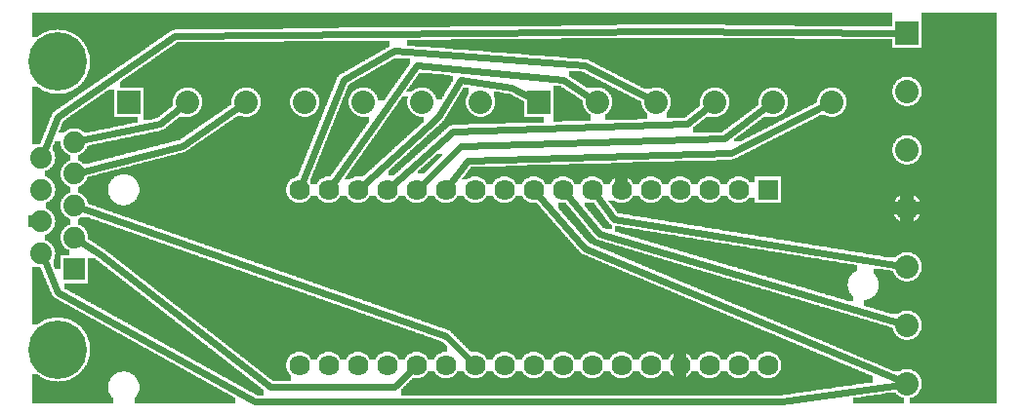
<source format=gbl>
G04 MADE WITH FRITZING*
G04 WWW.FRITZING.ORG*
G04 DOUBLE SIDED*
G04 HOLES PLATED*
G04 CONTOUR ON CENTER OF CONTOUR VECTOR*
%ASAXBY*%
%FSLAX23Y23*%
%MOIN*%
%OFA0B0*%
%SFA1.0B1.0*%
%ADD10C,0.075000*%
%ADD11C,0.070555*%
%ADD12C,0.070583*%
%ADD13C,0.080000*%
%ADD14C,0.074000*%
%ADD15C,0.200000*%
%ADD16R,0.070542X0.070570*%
%ADD17R,0.080000X0.080000*%
%ADD18C,0.024000*%
%ADD19R,0.001000X0.001000*%
%LNCOPPER0*%
G90*
G70*
G54D10*
X302Y1267D03*
X3148Y1322D03*
X380Y572D03*
X2710Y485D03*
X296Y434D03*
X553Y1213D03*
X308Y232D03*
G54D11*
X2553Y773D03*
X2453Y773D03*
X2353Y773D03*
X2253Y773D03*
X2153Y773D03*
X2053Y773D03*
X1953Y773D03*
X1853Y773D03*
X1753Y773D03*
G54D12*
X1653Y773D03*
X1553Y773D03*
X1453Y773D03*
G54D11*
X1353Y773D03*
X1253Y773D03*
G54D12*
X1153Y773D03*
X1053Y773D03*
X953Y773D03*
G54D11*
X2553Y173D03*
X2453Y173D03*
X2353Y173D03*
X2253Y173D03*
X2153Y173D03*
X2053Y173D03*
X1753Y173D03*
G54D12*
X1653Y173D03*
G54D11*
X1853Y173D03*
X1953Y173D03*
G54D12*
X1553Y173D03*
X1453Y173D03*
G54D11*
X1353Y173D03*
X1253Y173D03*
G54D12*
X1153Y173D03*
X1053Y173D03*
X953Y173D03*
G54D13*
X1771Y1073D03*
X1971Y1073D03*
X2171Y1073D03*
X2371Y1073D03*
X2571Y1073D03*
X2771Y1073D03*
X371Y1073D03*
X571Y1073D03*
X771Y1073D03*
X971Y1073D03*
X1171Y1073D03*
X1371Y1073D03*
X1571Y1073D03*
G54D14*
X184Y500D03*
X184Y609D03*
X184Y718D03*
X184Y827D03*
X184Y936D03*
X72Y555D03*
X72Y664D03*
X72Y773D03*
X72Y882D03*
G54D15*
X128Y226D03*
X128Y1211D03*
G54D13*
X3028Y1309D03*
X3028Y1109D03*
X3028Y909D03*
X3028Y709D03*
X3028Y509D03*
X3028Y309D03*
X3028Y109D03*
G54D16*
X2553Y773D03*
G54D17*
X1771Y1073D03*
X371Y1073D03*
X3028Y1309D03*
G54D18*
X1278Y98D02*
X854Y98D01*
D02*
X854Y98D02*
X278Y547D01*
D02*
X278Y547D02*
X201Y598D01*
D02*
X1340Y159D02*
X1278Y98D01*
D02*
X2602Y48D02*
X802Y48D01*
D02*
X802Y48D02*
X128Y423D01*
D02*
X128Y423D02*
X80Y537D01*
D02*
X3008Y106D02*
X2602Y48D01*
D02*
X1928Y573D02*
X1765Y759D01*
D02*
X3010Y117D02*
X1928Y573D01*
D02*
X1978Y623D02*
X1865Y758D01*
D02*
X3009Y315D02*
X1978Y623D01*
D02*
X2027Y673D02*
X1964Y758D01*
D02*
X3008Y512D02*
X2027Y673D01*
D02*
X528Y1298D02*
X128Y1022D01*
D02*
X128Y1022D02*
X80Y900D01*
D02*
X2201Y1316D02*
X528Y1298D01*
D02*
X3008Y1309D02*
X2201Y1316D01*
D02*
X2428Y898D02*
X1528Y873D01*
D02*
X1528Y873D02*
X1464Y788D01*
D02*
X2754Y1064D02*
X2428Y898D01*
D02*
X1503Y923D02*
X2403Y948D01*
D02*
X2403Y948D02*
X2555Y1061D01*
D02*
X1366Y786D02*
X1503Y923D01*
D02*
X2278Y998D02*
X1478Y973D01*
D02*
X1478Y973D02*
X1267Y785D01*
D02*
X2356Y1060D02*
X2278Y998D01*
D02*
X1278Y1248D02*
X1928Y1198D01*
D02*
X1928Y1198D02*
X2154Y1082D01*
D02*
X1103Y1148D02*
X1278Y1248D01*
D02*
X960Y790D02*
X1103Y1148D01*
D02*
X1853Y1148D02*
X1955Y1083D01*
D02*
X1353Y1198D02*
X1853Y1148D01*
D02*
X1064Y788D02*
X1353Y1198D01*
D02*
X1503Y1148D02*
X1428Y1023D01*
D02*
X1428Y1023D02*
X1167Y785D01*
D02*
X1678Y1123D02*
X1503Y1148D01*
D02*
X1754Y1082D02*
X1678Y1123D01*
D02*
X1454Y272D02*
X203Y712D01*
D02*
X1540Y186D02*
X1454Y272D01*
D02*
X554Y923D02*
X203Y832D01*
D02*
X755Y1061D02*
X554Y923D01*
D02*
X477Y997D02*
X204Y941D01*
D02*
X556Y1060D02*
X477Y997D01*
G36*
X1278Y1223D02*
X1278Y1221D01*
X1274Y1221D01*
X1274Y1219D01*
X1270Y1219D01*
X1270Y1217D01*
X1268Y1217D01*
X1268Y1215D01*
X1264Y1215D01*
X1264Y1213D01*
X1260Y1213D01*
X1260Y1211D01*
X1256Y1211D01*
X1256Y1209D01*
X1254Y1209D01*
X1254Y1207D01*
X1250Y1207D01*
X1250Y1205D01*
X1246Y1205D01*
X1246Y1203D01*
X1242Y1203D01*
X1242Y1201D01*
X1240Y1201D01*
X1240Y1199D01*
X1236Y1199D01*
X1236Y1197D01*
X1232Y1197D01*
X1232Y1195D01*
X1228Y1195D01*
X1228Y1193D01*
X1226Y1193D01*
X1226Y1191D01*
X1222Y1191D01*
X1222Y1189D01*
X1218Y1189D01*
X1218Y1187D01*
X1214Y1187D01*
X1214Y1185D01*
X1212Y1185D01*
X1212Y1183D01*
X1208Y1183D01*
X1208Y1181D01*
X1204Y1181D01*
X1204Y1179D01*
X1200Y1179D01*
X1200Y1177D01*
X1198Y1177D01*
X1198Y1175D01*
X1194Y1175D01*
X1194Y1173D01*
X1190Y1173D01*
X1190Y1171D01*
X1186Y1171D01*
X1186Y1169D01*
X1184Y1169D01*
X1184Y1167D01*
X1180Y1167D01*
X1180Y1165D01*
X1176Y1165D01*
X1176Y1163D01*
X1172Y1163D01*
X1172Y1161D01*
X1170Y1161D01*
X1170Y1159D01*
X1166Y1159D01*
X1166Y1157D01*
X1162Y1157D01*
X1162Y1155D01*
X1158Y1155D01*
X1158Y1153D01*
X1156Y1153D01*
X1156Y1151D01*
X1152Y1151D01*
X1152Y1149D01*
X1148Y1149D01*
X1148Y1147D01*
X1144Y1147D01*
X1144Y1145D01*
X1142Y1145D01*
X1142Y1143D01*
X1138Y1143D01*
X1138Y1141D01*
X1134Y1141D01*
X1134Y1139D01*
X1130Y1139D01*
X1130Y1137D01*
X1128Y1137D01*
X1128Y1135D01*
X1124Y1135D01*
X1124Y1133D01*
X1120Y1133D01*
X1120Y1127D01*
X1118Y1127D01*
X1118Y1123D01*
X1176Y1123D01*
X1176Y1121D01*
X1186Y1121D01*
X1186Y1119D01*
X1192Y1119D01*
X1192Y1117D01*
X1196Y1117D01*
X1196Y1115D01*
X1198Y1115D01*
X1198Y1113D01*
X1202Y1113D01*
X1202Y1111D01*
X1204Y1111D01*
X1204Y1109D01*
X1206Y1109D01*
X1206Y1107D01*
X1208Y1107D01*
X1208Y1105D01*
X1210Y1105D01*
X1210Y1103D01*
X1212Y1103D01*
X1212Y1099D01*
X1214Y1099D01*
X1214Y1097D01*
X1216Y1097D01*
X1216Y1093D01*
X1218Y1093D01*
X1218Y1087D01*
X1220Y1087D01*
X1220Y1077D01*
X1242Y1077D01*
X1242Y1079D01*
X1244Y1079D01*
X1244Y1083D01*
X1246Y1083D01*
X1246Y1085D01*
X1248Y1085D01*
X1248Y1089D01*
X1250Y1089D01*
X1250Y1091D01*
X1252Y1091D01*
X1252Y1093D01*
X1254Y1093D01*
X1254Y1097D01*
X1256Y1097D01*
X1256Y1099D01*
X1258Y1099D01*
X1258Y1103D01*
X1260Y1103D01*
X1260Y1105D01*
X1262Y1105D01*
X1262Y1107D01*
X1264Y1107D01*
X1264Y1111D01*
X1266Y1111D01*
X1266Y1113D01*
X1268Y1113D01*
X1268Y1117D01*
X1270Y1117D01*
X1270Y1119D01*
X1272Y1119D01*
X1272Y1123D01*
X1274Y1123D01*
X1274Y1125D01*
X1276Y1125D01*
X1276Y1127D01*
X1278Y1127D01*
X1278Y1131D01*
X1280Y1131D01*
X1280Y1133D01*
X1282Y1133D01*
X1282Y1137D01*
X1284Y1137D01*
X1284Y1139D01*
X1286Y1139D01*
X1286Y1141D01*
X1288Y1141D01*
X1288Y1145D01*
X1290Y1145D01*
X1290Y1147D01*
X1292Y1147D01*
X1292Y1151D01*
X1294Y1151D01*
X1294Y1153D01*
X1296Y1153D01*
X1296Y1157D01*
X1298Y1157D01*
X1298Y1159D01*
X1300Y1159D01*
X1300Y1161D01*
X1302Y1161D01*
X1302Y1165D01*
X1304Y1165D01*
X1304Y1167D01*
X1306Y1167D01*
X1306Y1171D01*
X1308Y1171D01*
X1308Y1173D01*
X1310Y1173D01*
X1310Y1175D01*
X1312Y1175D01*
X1312Y1179D01*
X1314Y1179D01*
X1314Y1181D01*
X1316Y1181D01*
X1316Y1185D01*
X1318Y1185D01*
X1318Y1187D01*
X1320Y1187D01*
X1320Y1191D01*
X1322Y1191D01*
X1322Y1193D01*
X1324Y1193D01*
X1324Y1195D01*
X1326Y1195D01*
X1326Y1199D01*
X1328Y1199D01*
X1328Y1201D01*
X1330Y1201D01*
X1330Y1221D01*
X1320Y1221D01*
X1320Y1223D01*
X1278Y1223D01*
G37*
D02*
G36*
X1116Y1123D02*
X1116Y1117D01*
X1114Y1117D01*
X1114Y1113D01*
X1112Y1113D01*
X1112Y1107D01*
X1110Y1107D01*
X1110Y1103D01*
X1108Y1103D01*
X1108Y1097D01*
X1106Y1097D01*
X1106Y1093D01*
X1104Y1093D01*
X1104Y1087D01*
X1102Y1087D01*
X1102Y1083D01*
X1100Y1083D01*
X1100Y1077D01*
X1098Y1077D01*
X1098Y1073D01*
X1096Y1073D01*
X1096Y1067D01*
X1094Y1067D01*
X1094Y1063D01*
X1092Y1063D01*
X1092Y1057D01*
X1090Y1057D01*
X1090Y1053D01*
X1088Y1053D01*
X1088Y1047D01*
X1086Y1047D01*
X1086Y1043D01*
X1084Y1043D01*
X1084Y1037D01*
X1082Y1037D01*
X1082Y1033D01*
X1080Y1033D01*
X1080Y1027D01*
X1078Y1027D01*
X1078Y1023D01*
X1076Y1023D01*
X1076Y1017D01*
X1074Y1017D01*
X1074Y1013D01*
X1072Y1013D01*
X1072Y1007D01*
X1070Y1007D01*
X1070Y1003D01*
X1068Y1003D01*
X1068Y997D01*
X1066Y997D01*
X1066Y993D01*
X1064Y993D01*
X1064Y987D01*
X1062Y987D01*
X1062Y983D01*
X1060Y983D01*
X1060Y977D01*
X1058Y977D01*
X1058Y973D01*
X1056Y973D01*
X1056Y967D01*
X1054Y967D01*
X1054Y963D01*
X1052Y963D01*
X1052Y957D01*
X1050Y957D01*
X1050Y953D01*
X1048Y953D01*
X1048Y947D01*
X1046Y947D01*
X1046Y943D01*
X1044Y943D01*
X1044Y937D01*
X1042Y937D01*
X1042Y933D01*
X1040Y933D01*
X1040Y927D01*
X1038Y927D01*
X1038Y923D01*
X1036Y923D01*
X1036Y917D01*
X1034Y917D01*
X1034Y913D01*
X1032Y913D01*
X1032Y907D01*
X1030Y907D01*
X1030Y903D01*
X1028Y903D01*
X1028Y897D01*
X1026Y897D01*
X1026Y893D01*
X1024Y893D01*
X1024Y887D01*
X1022Y887D01*
X1022Y883D01*
X1020Y883D01*
X1020Y877D01*
X1018Y877D01*
X1018Y873D01*
X1016Y873D01*
X1016Y867D01*
X1014Y867D01*
X1014Y863D01*
X1012Y863D01*
X1012Y857D01*
X1010Y857D01*
X1010Y853D01*
X1008Y853D01*
X1008Y847D01*
X1006Y847D01*
X1006Y843D01*
X1004Y843D01*
X1004Y837D01*
X1002Y837D01*
X1002Y833D01*
X1000Y833D01*
X1000Y827D01*
X998Y827D01*
X998Y823D01*
X996Y823D01*
X996Y817D01*
X994Y817D01*
X994Y813D01*
X992Y813D01*
X992Y793D01*
X1014Y793D01*
X1014Y797D01*
X1016Y797D01*
X1016Y799D01*
X1018Y799D01*
X1018Y801D01*
X1020Y801D01*
X1020Y805D01*
X1022Y805D01*
X1022Y807D01*
X1026Y807D01*
X1026Y809D01*
X1028Y809D01*
X1028Y811D01*
X1032Y811D01*
X1032Y813D01*
X1036Y813D01*
X1036Y815D01*
X1042Y815D01*
X1042Y817D01*
X1058Y817D01*
X1058Y819D01*
X1060Y819D01*
X1060Y821D01*
X1062Y821D01*
X1062Y825D01*
X1064Y825D01*
X1064Y827D01*
X1066Y827D01*
X1066Y831D01*
X1068Y831D01*
X1068Y833D01*
X1070Y833D01*
X1070Y835D01*
X1072Y835D01*
X1072Y839D01*
X1074Y839D01*
X1074Y841D01*
X1076Y841D01*
X1076Y845D01*
X1078Y845D01*
X1078Y847D01*
X1080Y847D01*
X1080Y851D01*
X1082Y851D01*
X1082Y853D01*
X1084Y853D01*
X1084Y855D01*
X1086Y855D01*
X1086Y859D01*
X1088Y859D01*
X1088Y861D01*
X1090Y861D01*
X1090Y865D01*
X1092Y865D01*
X1092Y867D01*
X1094Y867D01*
X1094Y869D01*
X1096Y869D01*
X1096Y873D01*
X1098Y873D01*
X1098Y875D01*
X1100Y875D01*
X1100Y879D01*
X1102Y879D01*
X1102Y881D01*
X1104Y881D01*
X1104Y885D01*
X1106Y885D01*
X1106Y887D01*
X1108Y887D01*
X1108Y889D01*
X1110Y889D01*
X1110Y893D01*
X1112Y893D01*
X1112Y895D01*
X1114Y895D01*
X1114Y899D01*
X1116Y899D01*
X1116Y901D01*
X1118Y901D01*
X1118Y903D01*
X1120Y903D01*
X1120Y907D01*
X1122Y907D01*
X1122Y909D01*
X1124Y909D01*
X1124Y913D01*
X1126Y913D01*
X1126Y915D01*
X1128Y915D01*
X1128Y919D01*
X1130Y919D01*
X1130Y921D01*
X1132Y921D01*
X1132Y923D01*
X1134Y923D01*
X1134Y927D01*
X1136Y927D01*
X1136Y929D01*
X1138Y929D01*
X1138Y933D01*
X1140Y933D01*
X1140Y935D01*
X1142Y935D01*
X1142Y937D01*
X1144Y937D01*
X1144Y941D01*
X1146Y941D01*
X1146Y943D01*
X1148Y943D01*
X1148Y947D01*
X1150Y947D01*
X1150Y949D01*
X1152Y949D01*
X1152Y953D01*
X1154Y953D01*
X1154Y955D01*
X1156Y955D01*
X1156Y957D01*
X1158Y957D01*
X1158Y961D01*
X1160Y961D01*
X1160Y963D01*
X1162Y963D01*
X1162Y967D01*
X1164Y967D01*
X1164Y969D01*
X1166Y969D01*
X1166Y971D01*
X1168Y971D01*
X1168Y975D01*
X1170Y975D01*
X1170Y977D01*
X1172Y977D01*
X1172Y981D01*
X1174Y981D01*
X1174Y983D01*
X1176Y983D01*
X1176Y987D01*
X1178Y987D01*
X1178Y989D01*
X1180Y989D01*
X1180Y991D01*
X1182Y991D01*
X1182Y995D01*
X1184Y995D01*
X1184Y997D01*
X1186Y997D01*
X1186Y1001D01*
X1188Y1001D01*
X1188Y1003D01*
X1190Y1003D01*
X1190Y1005D01*
X1192Y1005D01*
X1192Y1023D01*
X1160Y1023D01*
X1160Y1025D01*
X1152Y1025D01*
X1152Y1027D01*
X1148Y1027D01*
X1148Y1029D01*
X1146Y1029D01*
X1146Y1031D01*
X1142Y1031D01*
X1142Y1033D01*
X1140Y1033D01*
X1140Y1035D01*
X1138Y1035D01*
X1138Y1037D01*
X1136Y1037D01*
X1136Y1039D01*
X1134Y1039D01*
X1134Y1041D01*
X1132Y1041D01*
X1132Y1043D01*
X1130Y1043D01*
X1130Y1047D01*
X1128Y1047D01*
X1128Y1049D01*
X1126Y1049D01*
X1126Y1053D01*
X1124Y1053D01*
X1124Y1061D01*
X1122Y1061D01*
X1122Y1085D01*
X1124Y1085D01*
X1124Y1091D01*
X1126Y1091D01*
X1126Y1095D01*
X1128Y1095D01*
X1128Y1099D01*
X1130Y1099D01*
X1130Y1101D01*
X1132Y1101D01*
X1132Y1105D01*
X1134Y1105D01*
X1134Y1107D01*
X1136Y1107D01*
X1136Y1109D01*
X1138Y1109D01*
X1138Y1111D01*
X1142Y1111D01*
X1142Y1113D01*
X1144Y1113D01*
X1144Y1115D01*
X1148Y1115D01*
X1148Y1117D01*
X1152Y1117D01*
X1152Y1119D01*
X1156Y1119D01*
X1156Y1121D01*
X1166Y1121D01*
X1166Y1123D01*
X1116Y1123D01*
G37*
D02*
G36*
X1874Y1177D02*
X1874Y1159D01*
X1878Y1159D01*
X1878Y1157D01*
X1880Y1157D01*
X1880Y1155D01*
X1884Y1155D01*
X1884Y1153D01*
X1886Y1153D01*
X1886Y1151D01*
X1890Y1151D01*
X1890Y1149D01*
X1894Y1149D01*
X1894Y1147D01*
X1896Y1147D01*
X1896Y1145D01*
X1900Y1145D01*
X1900Y1143D01*
X1902Y1143D01*
X1902Y1141D01*
X1906Y1141D01*
X1906Y1139D01*
X1908Y1139D01*
X1908Y1137D01*
X1912Y1137D01*
X1912Y1135D01*
X1916Y1135D01*
X1916Y1133D01*
X1918Y1133D01*
X1918Y1131D01*
X1922Y1131D01*
X1922Y1129D01*
X1924Y1129D01*
X1924Y1127D01*
X1928Y1127D01*
X1928Y1125D01*
X1932Y1125D01*
X1932Y1123D01*
X1976Y1123D01*
X1976Y1121D01*
X1986Y1121D01*
X1986Y1119D01*
X1992Y1119D01*
X1992Y1117D01*
X1996Y1117D01*
X1996Y1115D01*
X1998Y1115D01*
X1998Y1113D01*
X2002Y1113D01*
X2002Y1111D01*
X2004Y1111D01*
X2004Y1109D01*
X2006Y1109D01*
X2006Y1107D01*
X2008Y1107D01*
X2008Y1105D01*
X2010Y1105D01*
X2010Y1103D01*
X2012Y1103D01*
X2012Y1099D01*
X2014Y1099D01*
X2014Y1097D01*
X2016Y1097D01*
X2016Y1093D01*
X2018Y1093D01*
X2018Y1087D01*
X2020Y1087D01*
X2020Y1077D01*
X2022Y1077D01*
X2022Y1067D01*
X2020Y1067D01*
X2020Y1057D01*
X2018Y1057D01*
X2018Y1053D01*
X2016Y1053D01*
X2016Y1049D01*
X2014Y1049D01*
X2014Y1045D01*
X2012Y1045D01*
X2012Y1043D01*
X2010Y1043D01*
X2010Y1039D01*
X2008Y1039D01*
X2008Y1037D01*
X2006Y1037D01*
X2006Y1035D01*
X2004Y1035D01*
X2004Y1033D01*
X2000Y1033D01*
X2000Y1031D01*
X1998Y1031D01*
X1998Y1011D01*
X2042Y1011D01*
X2042Y1013D01*
X2106Y1013D01*
X2106Y1015D01*
X2140Y1015D01*
X2140Y1035D01*
X2138Y1035D01*
X2138Y1037D01*
X2136Y1037D01*
X2136Y1039D01*
X2134Y1039D01*
X2134Y1041D01*
X2132Y1041D01*
X2132Y1043D01*
X2130Y1043D01*
X2130Y1047D01*
X2128Y1047D01*
X2128Y1049D01*
X2126Y1049D01*
X2126Y1053D01*
X2124Y1053D01*
X2124Y1061D01*
X2122Y1061D01*
X2122Y1073D01*
X2120Y1073D01*
X2120Y1075D01*
X2116Y1075D01*
X2116Y1077D01*
X2112Y1077D01*
X2112Y1079D01*
X2108Y1079D01*
X2108Y1081D01*
X2104Y1081D01*
X2104Y1083D01*
X2100Y1083D01*
X2100Y1085D01*
X2096Y1085D01*
X2096Y1087D01*
X2092Y1087D01*
X2092Y1089D01*
X2088Y1089D01*
X2088Y1091D01*
X2084Y1091D01*
X2084Y1093D01*
X2082Y1093D01*
X2082Y1095D01*
X2078Y1095D01*
X2078Y1097D01*
X2074Y1097D01*
X2074Y1099D01*
X2070Y1099D01*
X2070Y1101D01*
X2066Y1101D01*
X2066Y1103D01*
X2062Y1103D01*
X2062Y1105D01*
X2058Y1105D01*
X2058Y1107D01*
X2054Y1107D01*
X2054Y1109D01*
X2050Y1109D01*
X2050Y1111D01*
X2046Y1111D01*
X2046Y1113D01*
X2042Y1113D01*
X2042Y1115D01*
X2038Y1115D01*
X2038Y1117D01*
X2034Y1117D01*
X2034Y1119D01*
X2030Y1119D01*
X2030Y1121D01*
X2026Y1121D01*
X2026Y1123D01*
X2022Y1123D01*
X2022Y1125D01*
X2018Y1125D01*
X2018Y1127D01*
X2014Y1127D01*
X2014Y1129D01*
X2010Y1129D01*
X2010Y1131D01*
X2006Y1131D01*
X2006Y1133D01*
X2004Y1133D01*
X2004Y1135D01*
X2000Y1135D01*
X2000Y1137D01*
X1996Y1137D01*
X1996Y1139D01*
X1992Y1139D01*
X1992Y1141D01*
X1988Y1141D01*
X1988Y1143D01*
X1984Y1143D01*
X1984Y1145D01*
X1980Y1145D01*
X1980Y1147D01*
X1976Y1147D01*
X1976Y1149D01*
X1972Y1149D01*
X1972Y1151D01*
X1968Y1151D01*
X1968Y1153D01*
X1964Y1153D01*
X1964Y1155D01*
X1960Y1155D01*
X1960Y1157D01*
X1956Y1157D01*
X1956Y1159D01*
X1952Y1159D01*
X1952Y1161D01*
X1948Y1161D01*
X1948Y1163D01*
X1944Y1163D01*
X1944Y1165D01*
X1940Y1165D01*
X1940Y1167D01*
X1936Y1167D01*
X1936Y1169D01*
X1932Y1169D01*
X1932Y1171D01*
X1930Y1171D01*
X1930Y1173D01*
X1926Y1173D01*
X1926Y1175D01*
X1916Y1175D01*
X1916Y1177D01*
X1874Y1177D01*
G37*
D02*
G36*
X1934Y1123D02*
X1934Y1121D01*
X1966Y1121D01*
X1966Y1123D01*
X1934Y1123D01*
G37*
D02*
G36*
X1362Y1173D02*
X1362Y1171D01*
X1360Y1171D01*
X1360Y1167D01*
X1358Y1167D01*
X1358Y1165D01*
X1356Y1165D01*
X1356Y1161D01*
X1354Y1161D01*
X1354Y1159D01*
X1352Y1159D01*
X1352Y1157D01*
X1350Y1157D01*
X1350Y1153D01*
X1348Y1153D01*
X1348Y1151D01*
X1346Y1151D01*
X1346Y1147D01*
X1344Y1147D01*
X1344Y1145D01*
X1342Y1145D01*
X1342Y1143D01*
X1340Y1143D01*
X1340Y1139D01*
X1338Y1139D01*
X1338Y1137D01*
X1336Y1137D01*
X1336Y1133D01*
X1334Y1133D01*
X1334Y1131D01*
X1332Y1131D01*
X1332Y1127D01*
X1330Y1127D01*
X1330Y1125D01*
X1328Y1125D01*
X1328Y1123D01*
X1376Y1123D01*
X1376Y1121D01*
X1386Y1121D01*
X1386Y1119D01*
X1392Y1119D01*
X1392Y1117D01*
X1396Y1117D01*
X1396Y1115D01*
X1398Y1115D01*
X1398Y1113D01*
X1402Y1113D01*
X1402Y1111D01*
X1404Y1111D01*
X1404Y1109D01*
X1406Y1109D01*
X1406Y1107D01*
X1408Y1107D01*
X1408Y1105D01*
X1410Y1105D01*
X1410Y1103D01*
X1412Y1103D01*
X1412Y1099D01*
X1414Y1099D01*
X1414Y1097D01*
X1416Y1097D01*
X1416Y1093D01*
X1418Y1093D01*
X1418Y1087D01*
X1420Y1087D01*
X1420Y1083D01*
X1440Y1083D01*
X1440Y1087D01*
X1442Y1087D01*
X1442Y1091D01*
X1444Y1091D01*
X1444Y1093D01*
X1446Y1093D01*
X1446Y1097D01*
X1448Y1097D01*
X1448Y1101D01*
X1450Y1101D01*
X1450Y1103D01*
X1452Y1103D01*
X1452Y1107D01*
X1454Y1107D01*
X1454Y1111D01*
X1456Y1111D01*
X1456Y1113D01*
X1458Y1113D01*
X1458Y1117D01*
X1460Y1117D01*
X1460Y1121D01*
X1462Y1121D01*
X1462Y1123D01*
X1464Y1123D01*
X1464Y1127D01*
X1466Y1127D01*
X1466Y1131D01*
X1468Y1131D01*
X1468Y1133D01*
X1470Y1133D01*
X1470Y1137D01*
X1472Y1137D01*
X1472Y1141D01*
X1474Y1141D01*
X1474Y1143D01*
X1476Y1143D01*
X1476Y1163D01*
X1466Y1163D01*
X1466Y1165D01*
X1446Y1165D01*
X1446Y1167D01*
X1426Y1167D01*
X1426Y1169D01*
X1406Y1169D01*
X1406Y1171D01*
X1386Y1171D01*
X1386Y1173D01*
X1362Y1173D01*
G37*
D02*
G36*
X1326Y1123D02*
X1326Y1119D01*
X1324Y1119D01*
X1324Y1117D01*
X1322Y1117D01*
X1322Y1113D01*
X1320Y1113D01*
X1320Y1111D01*
X1318Y1111D01*
X1318Y1109D01*
X1316Y1109D01*
X1316Y1107D01*
X1336Y1107D01*
X1336Y1109D01*
X1338Y1109D01*
X1338Y1111D01*
X1342Y1111D01*
X1342Y1113D01*
X1344Y1113D01*
X1344Y1115D01*
X1348Y1115D01*
X1348Y1117D01*
X1352Y1117D01*
X1352Y1119D01*
X1356Y1119D01*
X1356Y1121D01*
X1366Y1121D01*
X1366Y1123D01*
X1326Y1123D01*
G37*
D02*
G36*
X1822Y1127D02*
X1822Y1005D01*
X1850Y1005D01*
X1850Y1007D01*
X1914Y1007D01*
X1914Y1009D01*
X1948Y1009D01*
X1948Y1029D01*
X1946Y1029D01*
X1946Y1031D01*
X1942Y1031D01*
X1942Y1033D01*
X1940Y1033D01*
X1940Y1035D01*
X1938Y1035D01*
X1938Y1037D01*
X1936Y1037D01*
X1936Y1039D01*
X1934Y1039D01*
X1934Y1041D01*
X1932Y1041D01*
X1932Y1043D01*
X1930Y1043D01*
X1930Y1047D01*
X1928Y1047D01*
X1928Y1049D01*
X1926Y1049D01*
X1926Y1053D01*
X1924Y1053D01*
X1924Y1061D01*
X1922Y1061D01*
X1922Y1079D01*
X1918Y1079D01*
X1918Y1081D01*
X1916Y1081D01*
X1916Y1083D01*
X1912Y1083D01*
X1912Y1085D01*
X1908Y1085D01*
X1908Y1087D01*
X1906Y1087D01*
X1906Y1089D01*
X1902Y1089D01*
X1902Y1091D01*
X1900Y1091D01*
X1900Y1093D01*
X1896Y1093D01*
X1896Y1095D01*
X1894Y1095D01*
X1894Y1097D01*
X1890Y1097D01*
X1890Y1099D01*
X1886Y1099D01*
X1886Y1101D01*
X1884Y1101D01*
X1884Y1103D01*
X1880Y1103D01*
X1880Y1105D01*
X1878Y1105D01*
X1878Y1107D01*
X1874Y1107D01*
X1874Y1109D01*
X1870Y1109D01*
X1870Y1111D01*
X1868Y1111D01*
X1868Y1113D01*
X1864Y1113D01*
X1864Y1115D01*
X1862Y1115D01*
X1862Y1117D01*
X1858Y1117D01*
X1858Y1119D01*
X1856Y1119D01*
X1856Y1121D01*
X1852Y1121D01*
X1852Y1123D01*
X1848Y1123D01*
X1848Y1125D01*
X1846Y1125D01*
X1846Y1127D01*
X1822Y1127D01*
G37*
D02*
G36*
X40Y1377D02*
X40Y1337D01*
X2408Y1337D01*
X2408Y1335D01*
X2644Y1335D01*
X2644Y1333D01*
X2882Y1333D01*
X2882Y1331D01*
X2978Y1331D01*
X2978Y1377D01*
X40Y1377D01*
G37*
D02*
G36*
X40Y1337D02*
X40Y1321D01*
X132Y1321D01*
X132Y1319D01*
X150Y1319D01*
X150Y1317D01*
X158Y1317D01*
X158Y1315D01*
X164Y1315D01*
X164Y1313D01*
X170Y1313D01*
X170Y1311D01*
X174Y1311D01*
X174Y1309D01*
X178Y1309D01*
X178Y1307D01*
X182Y1307D01*
X182Y1305D01*
X186Y1305D01*
X186Y1303D01*
X188Y1303D01*
X188Y1301D01*
X192Y1301D01*
X192Y1299D01*
X194Y1299D01*
X194Y1297D01*
X196Y1297D01*
X196Y1295D01*
X200Y1295D01*
X200Y1293D01*
X202Y1293D01*
X202Y1291D01*
X204Y1291D01*
X204Y1289D01*
X206Y1289D01*
X206Y1287D01*
X208Y1287D01*
X208Y1285D01*
X210Y1285D01*
X210Y1283D01*
X212Y1283D01*
X212Y1279D01*
X214Y1279D01*
X214Y1277D01*
X216Y1277D01*
X216Y1275D01*
X218Y1275D01*
X218Y1271D01*
X220Y1271D01*
X220Y1269D01*
X222Y1269D01*
X222Y1265D01*
X224Y1265D01*
X224Y1263D01*
X226Y1263D01*
X226Y1259D01*
X228Y1259D01*
X228Y1253D01*
X230Y1253D01*
X230Y1249D01*
X232Y1249D01*
X232Y1243D01*
X234Y1243D01*
X234Y1235D01*
X236Y1235D01*
X236Y1225D01*
X238Y1225D01*
X238Y1195D01*
X236Y1195D01*
X236Y1185D01*
X234Y1185D01*
X234Y1177D01*
X232Y1177D01*
X232Y1171D01*
X230Y1171D01*
X230Y1167D01*
X228Y1167D01*
X228Y1163D01*
X226Y1163D01*
X226Y1159D01*
X224Y1159D01*
X224Y1155D01*
X222Y1155D01*
X222Y1151D01*
X220Y1151D01*
X220Y1149D01*
X218Y1149D01*
X218Y1145D01*
X216Y1145D01*
X216Y1143D01*
X214Y1143D01*
X214Y1141D01*
X212Y1141D01*
X212Y1139D01*
X210Y1139D01*
X210Y1135D01*
X208Y1135D01*
X208Y1133D01*
X206Y1133D01*
X206Y1131D01*
X204Y1131D01*
X204Y1129D01*
X200Y1129D01*
X200Y1127D01*
X198Y1127D01*
X198Y1125D01*
X196Y1125D01*
X196Y1123D01*
X194Y1123D01*
X194Y1121D01*
X190Y1121D01*
X190Y1119D01*
X188Y1119D01*
X188Y1117D01*
X184Y1117D01*
X184Y1115D01*
X182Y1115D01*
X182Y1113D01*
X178Y1113D01*
X178Y1111D01*
X174Y1111D01*
X174Y1109D01*
X168Y1109D01*
X168Y1107D01*
X164Y1107D01*
X164Y1105D01*
X156Y1105D01*
X156Y1103D01*
X146Y1103D01*
X146Y1101D01*
X206Y1101D01*
X206Y1103D01*
X208Y1103D01*
X208Y1105D01*
X212Y1105D01*
X212Y1107D01*
X214Y1107D01*
X214Y1109D01*
X218Y1109D01*
X218Y1111D01*
X220Y1111D01*
X220Y1113D01*
X222Y1113D01*
X222Y1115D01*
X226Y1115D01*
X226Y1117D01*
X228Y1117D01*
X228Y1119D01*
X232Y1119D01*
X232Y1121D01*
X234Y1121D01*
X234Y1123D01*
X238Y1123D01*
X238Y1125D01*
X240Y1125D01*
X240Y1127D01*
X244Y1127D01*
X244Y1129D01*
X246Y1129D01*
X246Y1131D01*
X248Y1131D01*
X248Y1133D01*
X252Y1133D01*
X252Y1135D01*
X254Y1135D01*
X254Y1137D01*
X258Y1137D01*
X258Y1139D01*
X260Y1139D01*
X260Y1141D01*
X264Y1141D01*
X264Y1143D01*
X266Y1143D01*
X266Y1145D01*
X270Y1145D01*
X270Y1147D01*
X272Y1147D01*
X272Y1149D01*
X274Y1149D01*
X274Y1151D01*
X278Y1151D01*
X278Y1153D01*
X280Y1153D01*
X280Y1155D01*
X284Y1155D01*
X284Y1157D01*
X286Y1157D01*
X286Y1159D01*
X290Y1159D01*
X290Y1161D01*
X292Y1161D01*
X292Y1163D01*
X296Y1163D01*
X296Y1165D01*
X298Y1165D01*
X298Y1167D01*
X302Y1167D01*
X302Y1169D01*
X304Y1169D01*
X304Y1171D01*
X306Y1171D01*
X306Y1173D01*
X310Y1173D01*
X310Y1175D01*
X312Y1175D01*
X312Y1177D01*
X316Y1177D01*
X316Y1179D01*
X318Y1179D01*
X318Y1181D01*
X322Y1181D01*
X322Y1183D01*
X324Y1183D01*
X324Y1185D01*
X328Y1185D01*
X328Y1187D01*
X330Y1187D01*
X330Y1189D01*
X332Y1189D01*
X332Y1191D01*
X336Y1191D01*
X336Y1193D01*
X338Y1193D01*
X338Y1195D01*
X342Y1195D01*
X342Y1197D01*
X344Y1197D01*
X344Y1199D01*
X348Y1199D01*
X348Y1201D01*
X350Y1201D01*
X350Y1203D01*
X354Y1203D01*
X354Y1205D01*
X356Y1205D01*
X356Y1207D01*
X358Y1207D01*
X358Y1209D01*
X362Y1209D01*
X362Y1211D01*
X364Y1211D01*
X364Y1213D01*
X368Y1213D01*
X368Y1215D01*
X370Y1215D01*
X370Y1217D01*
X374Y1217D01*
X374Y1219D01*
X376Y1219D01*
X376Y1221D01*
X380Y1221D01*
X380Y1223D01*
X382Y1223D01*
X382Y1225D01*
X384Y1225D01*
X384Y1227D01*
X388Y1227D01*
X388Y1229D01*
X390Y1229D01*
X390Y1231D01*
X394Y1231D01*
X394Y1233D01*
X396Y1233D01*
X396Y1235D01*
X400Y1235D01*
X400Y1237D01*
X402Y1237D01*
X402Y1239D01*
X406Y1239D01*
X406Y1241D01*
X408Y1241D01*
X408Y1243D01*
X412Y1243D01*
X412Y1245D01*
X414Y1245D01*
X414Y1247D01*
X416Y1247D01*
X416Y1249D01*
X420Y1249D01*
X420Y1251D01*
X422Y1251D01*
X422Y1253D01*
X426Y1253D01*
X426Y1255D01*
X428Y1255D01*
X428Y1257D01*
X432Y1257D01*
X432Y1259D01*
X434Y1259D01*
X434Y1261D01*
X438Y1261D01*
X438Y1263D01*
X440Y1263D01*
X440Y1265D01*
X442Y1265D01*
X442Y1267D01*
X446Y1267D01*
X446Y1269D01*
X448Y1269D01*
X448Y1271D01*
X452Y1271D01*
X452Y1273D01*
X454Y1273D01*
X454Y1275D01*
X458Y1275D01*
X458Y1277D01*
X460Y1277D01*
X460Y1279D01*
X464Y1279D01*
X464Y1281D01*
X466Y1281D01*
X466Y1283D01*
X468Y1283D01*
X468Y1285D01*
X472Y1285D01*
X472Y1287D01*
X474Y1287D01*
X474Y1289D01*
X478Y1289D01*
X478Y1291D01*
X480Y1291D01*
X480Y1293D01*
X484Y1293D01*
X484Y1295D01*
X486Y1295D01*
X486Y1297D01*
X490Y1297D01*
X490Y1299D01*
X492Y1299D01*
X492Y1301D01*
X496Y1301D01*
X496Y1303D01*
X498Y1303D01*
X498Y1305D01*
X500Y1305D01*
X500Y1307D01*
X504Y1307D01*
X504Y1309D01*
X506Y1309D01*
X506Y1311D01*
X510Y1311D01*
X510Y1313D01*
X512Y1313D01*
X512Y1315D01*
X516Y1315D01*
X516Y1317D01*
X518Y1317D01*
X518Y1319D01*
X526Y1319D01*
X526Y1321D01*
X708Y1321D01*
X708Y1323D01*
X898Y1323D01*
X898Y1325D01*
X1088Y1325D01*
X1088Y1327D01*
X1278Y1327D01*
X1278Y1329D01*
X1468Y1329D01*
X1468Y1331D01*
X1658Y1331D01*
X1658Y1333D01*
X1848Y1333D01*
X1848Y1335D01*
X2036Y1335D01*
X2036Y1337D01*
X40Y1337D01*
G37*
D02*
G36*
X40Y1321D02*
X40Y1295D01*
X60Y1295D01*
X60Y1297D01*
X62Y1297D01*
X62Y1299D01*
X64Y1299D01*
X64Y1301D01*
X68Y1301D01*
X68Y1303D01*
X72Y1303D01*
X72Y1305D01*
X74Y1305D01*
X74Y1307D01*
X78Y1307D01*
X78Y1309D01*
X82Y1309D01*
X82Y1311D01*
X86Y1311D01*
X86Y1313D01*
X92Y1313D01*
X92Y1315D01*
X98Y1315D01*
X98Y1317D01*
X108Y1317D01*
X108Y1319D01*
X124Y1319D01*
X124Y1321D01*
X40Y1321D01*
G37*
D02*
G36*
X40Y1125D02*
X40Y1101D01*
X110Y1101D01*
X110Y1103D01*
X100Y1103D01*
X100Y1105D01*
X94Y1105D01*
X94Y1107D01*
X88Y1107D01*
X88Y1109D01*
X82Y1109D01*
X82Y1111D01*
X78Y1111D01*
X78Y1113D01*
X74Y1113D01*
X74Y1115D01*
X72Y1115D01*
X72Y1117D01*
X68Y1117D01*
X68Y1119D01*
X66Y1119D01*
X66Y1121D01*
X62Y1121D01*
X62Y1123D01*
X60Y1123D01*
X60Y1125D01*
X40Y1125D01*
G37*
D02*
G36*
X40Y1101D02*
X40Y1099D01*
X202Y1099D01*
X202Y1101D01*
X40Y1101D01*
G37*
D02*
G36*
X40Y1101D02*
X40Y1099D01*
X202Y1099D01*
X202Y1101D01*
X40Y1101D01*
G37*
D02*
G36*
X40Y1099D02*
X40Y927D01*
X66Y927D01*
X66Y929D01*
X68Y929D01*
X68Y933D01*
X70Y933D01*
X70Y937D01*
X72Y937D01*
X72Y943D01*
X74Y943D01*
X74Y947D01*
X76Y947D01*
X76Y953D01*
X78Y953D01*
X78Y957D01*
X80Y957D01*
X80Y963D01*
X82Y963D01*
X82Y969D01*
X84Y969D01*
X84Y973D01*
X86Y973D01*
X86Y979D01*
X88Y979D01*
X88Y983D01*
X90Y983D01*
X90Y989D01*
X92Y989D01*
X92Y993D01*
X94Y993D01*
X94Y999D01*
X96Y999D01*
X96Y1003D01*
X98Y1003D01*
X98Y1009D01*
X100Y1009D01*
X100Y1013D01*
X102Y1013D01*
X102Y1019D01*
X104Y1019D01*
X104Y1023D01*
X106Y1023D01*
X106Y1029D01*
X108Y1029D01*
X108Y1033D01*
X110Y1033D01*
X110Y1035D01*
X112Y1035D01*
X112Y1037D01*
X114Y1037D01*
X114Y1039D01*
X116Y1039D01*
X116Y1041D01*
X118Y1041D01*
X118Y1043D01*
X122Y1043D01*
X122Y1045D01*
X124Y1045D01*
X124Y1047D01*
X128Y1047D01*
X128Y1049D01*
X130Y1049D01*
X130Y1051D01*
X134Y1051D01*
X134Y1053D01*
X136Y1053D01*
X136Y1055D01*
X138Y1055D01*
X138Y1057D01*
X142Y1057D01*
X142Y1059D01*
X144Y1059D01*
X144Y1061D01*
X148Y1061D01*
X148Y1063D01*
X150Y1063D01*
X150Y1065D01*
X154Y1065D01*
X154Y1067D01*
X156Y1067D01*
X156Y1069D01*
X160Y1069D01*
X160Y1071D01*
X162Y1071D01*
X162Y1073D01*
X164Y1073D01*
X164Y1075D01*
X168Y1075D01*
X168Y1077D01*
X170Y1077D01*
X170Y1079D01*
X174Y1079D01*
X174Y1081D01*
X176Y1081D01*
X176Y1083D01*
X180Y1083D01*
X180Y1085D01*
X182Y1085D01*
X182Y1087D01*
X186Y1087D01*
X186Y1089D01*
X188Y1089D01*
X188Y1091D01*
X190Y1091D01*
X190Y1093D01*
X194Y1093D01*
X194Y1095D01*
X196Y1095D01*
X196Y1097D01*
X200Y1097D01*
X200Y1099D01*
X40Y1099D01*
G37*
D02*
G36*
X1512Y1121D02*
X1512Y1117D01*
X1510Y1117D01*
X1510Y1115D01*
X1508Y1115D01*
X1508Y1111D01*
X1506Y1111D01*
X1506Y1107D01*
X1504Y1107D01*
X1504Y1105D01*
X1502Y1105D01*
X1502Y1101D01*
X1500Y1101D01*
X1500Y1097D01*
X1498Y1097D01*
X1498Y1095D01*
X1496Y1095D01*
X1496Y1091D01*
X1494Y1091D01*
X1494Y1087D01*
X1492Y1087D01*
X1492Y1085D01*
X1490Y1085D01*
X1490Y1081D01*
X1488Y1081D01*
X1488Y1077D01*
X1486Y1077D01*
X1486Y1075D01*
X1484Y1075D01*
X1484Y1071D01*
X1482Y1071D01*
X1482Y1067D01*
X1480Y1067D01*
X1480Y1065D01*
X1478Y1065D01*
X1478Y1061D01*
X1476Y1061D01*
X1476Y1057D01*
X1474Y1057D01*
X1474Y1055D01*
X1472Y1055D01*
X1472Y1051D01*
X1470Y1051D01*
X1470Y1047D01*
X1468Y1047D01*
X1468Y1045D01*
X1466Y1045D01*
X1466Y1041D01*
X1464Y1041D01*
X1464Y1037D01*
X1462Y1037D01*
X1462Y1035D01*
X1460Y1035D01*
X1460Y1031D01*
X1458Y1031D01*
X1458Y1027D01*
X1456Y1027D01*
X1456Y1025D01*
X1454Y1025D01*
X1454Y1023D01*
X1560Y1023D01*
X1560Y1025D01*
X1552Y1025D01*
X1552Y1027D01*
X1548Y1027D01*
X1548Y1029D01*
X1546Y1029D01*
X1546Y1031D01*
X1542Y1031D01*
X1542Y1033D01*
X1540Y1033D01*
X1540Y1035D01*
X1538Y1035D01*
X1538Y1037D01*
X1536Y1037D01*
X1536Y1039D01*
X1534Y1039D01*
X1534Y1041D01*
X1532Y1041D01*
X1532Y1043D01*
X1530Y1043D01*
X1530Y1047D01*
X1528Y1047D01*
X1528Y1049D01*
X1526Y1049D01*
X1526Y1053D01*
X1524Y1053D01*
X1524Y1061D01*
X1522Y1061D01*
X1522Y1085D01*
X1524Y1085D01*
X1524Y1091D01*
X1526Y1091D01*
X1526Y1095D01*
X1528Y1095D01*
X1528Y1099D01*
X1530Y1099D01*
X1530Y1101D01*
X1532Y1101D01*
X1532Y1121D01*
X1512Y1121D01*
G37*
D02*
G36*
X1618Y1107D02*
X1618Y1087D01*
X1620Y1087D01*
X1620Y1077D01*
X1622Y1077D01*
X1622Y1067D01*
X1620Y1067D01*
X1620Y1057D01*
X1618Y1057D01*
X1618Y1053D01*
X1616Y1053D01*
X1616Y1049D01*
X1614Y1049D01*
X1614Y1045D01*
X1612Y1045D01*
X1612Y1043D01*
X1610Y1043D01*
X1610Y1039D01*
X1608Y1039D01*
X1608Y1037D01*
X1606Y1037D01*
X1606Y1035D01*
X1604Y1035D01*
X1604Y1033D01*
X1600Y1033D01*
X1600Y1031D01*
X1598Y1031D01*
X1598Y1029D01*
X1594Y1029D01*
X1594Y1027D01*
X1590Y1027D01*
X1590Y1025D01*
X1584Y1025D01*
X1584Y1023D01*
X1722Y1023D01*
X1722Y1075D01*
X1718Y1075D01*
X1718Y1077D01*
X1714Y1077D01*
X1714Y1079D01*
X1710Y1079D01*
X1710Y1081D01*
X1706Y1081D01*
X1706Y1083D01*
X1704Y1083D01*
X1704Y1085D01*
X1700Y1085D01*
X1700Y1087D01*
X1696Y1087D01*
X1696Y1089D01*
X1692Y1089D01*
X1692Y1091D01*
X1688Y1091D01*
X1688Y1093D01*
X1684Y1093D01*
X1684Y1095D01*
X1680Y1095D01*
X1680Y1097D01*
X1676Y1097D01*
X1676Y1099D01*
X1674Y1099D01*
X1674Y1101D01*
X1666Y1101D01*
X1666Y1103D01*
X1652Y1103D01*
X1652Y1105D01*
X1638Y1105D01*
X1638Y1107D01*
X1618Y1107D01*
G37*
D02*
G36*
X1454Y1023D02*
X1454Y1021D01*
X1786Y1021D01*
X1786Y1023D01*
X1454Y1023D01*
G37*
D02*
G36*
X1454Y1023D02*
X1454Y1021D01*
X1786Y1021D01*
X1786Y1023D01*
X1454Y1023D01*
G37*
D02*
G36*
X1452Y1021D02*
X1452Y1017D01*
X1450Y1017D01*
X1450Y1015D01*
X1448Y1015D01*
X1448Y1011D01*
X1446Y1011D01*
X1446Y1009D01*
X1444Y1009D01*
X1444Y1007D01*
X1442Y1007D01*
X1442Y1005D01*
X1440Y1005D01*
X1440Y1003D01*
X1438Y1003D01*
X1438Y1001D01*
X1436Y1001D01*
X1436Y999D01*
X1434Y999D01*
X1434Y997D01*
X1432Y997D01*
X1432Y995D01*
X1430Y995D01*
X1430Y993D01*
X1428Y993D01*
X1428Y991D01*
X1426Y991D01*
X1426Y989D01*
X1422Y989D01*
X1422Y987D01*
X1420Y987D01*
X1420Y985D01*
X1418Y985D01*
X1418Y983D01*
X1416Y983D01*
X1416Y981D01*
X1414Y981D01*
X1414Y979D01*
X1412Y979D01*
X1412Y977D01*
X1410Y977D01*
X1410Y975D01*
X1408Y975D01*
X1408Y973D01*
X1406Y973D01*
X1406Y971D01*
X1404Y971D01*
X1404Y969D01*
X1400Y969D01*
X1400Y967D01*
X1398Y967D01*
X1398Y965D01*
X1396Y965D01*
X1396Y963D01*
X1394Y963D01*
X1394Y961D01*
X1392Y961D01*
X1392Y959D01*
X1390Y959D01*
X1390Y957D01*
X1388Y957D01*
X1388Y955D01*
X1386Y955D01*
X1386Y953D01*
X1384Y953D01*
X1384Y951D01*
X1382Y951D01*
X1382Y949D01*
X1378Y949D01*
X1378Y947D01*
X1376Y947D01*
X1376Y945D01*
X1374Y945D01*
X1374Y943D01*
X1372Y943D01*
X1372Y941D01*
X1370Y941D01*
X1370Y939D01*
X1368Y939D01*
X1368Y937D01*
X1366Y937D01*
X1366Y935D01*
X1364Y935D01*
X1364Y933D01*
X1362Y933D01*
X1362Y931D01*
X1360Y931D01*
X1360Y929D01*
X1356Y929D01*
X1356Y927D01*
X1354Y927D01*
X1354Y925D01*
X1352Y925D01*
X1352Y923D01*
X1350Y923D01*
X1350Y921D01*
X1348Y921D01*
X1348Y919D01*
X1346Y919D01*
X1346Y917D01*
X1344Y917D01*
X1344Y915D01*
X1342Y915D01*
X1342Y913D01*
X1340Y913D01*
X1340Y911D01*
X1338Y911D01*
X1338Y909D01*
X1334Y909D01*
X1334Y907D01*
X1332Y907D01*
X1332Y905D01*
X1330Y905D01*
X1330Y903D01*
X1328Y903D01*
X1328Y901D01*
X1326Y901D01*
X1326Y899D01*
X1324Y899D01*
X1324Y897D01*
X1322Y897D01*
X1322Y895D01*
X1320Y895D01*
X1320Y893D01*
X1318Y893D01*
X1318Y891D01*
X1316Y891D01*
X1316Y889D01*
X1312Y889D01*
X1312Y887D01*
X1310Y887D01*
X1310Y885D01*
X1308Y885D01*
X1308Y883D01*
X1306Y883D01*
X1306Y881D01*
X1304Y881D01*
X1304Y879D01*
X1302Y879D01*
X1302Y877D01*
X1300Y877D01*
X1300Y875D01*
X1298Y875D01*
X1298Y873D01*
X1296Y873D01*
X1296Y871D01*
X1294Y871D01*
X1294Y869D01*
X1290Y869D01*
X1290Y867D01*
X1288Y867D01*
X1288Y865D01*
X1286Y865D01*
X1286Y863D01*
X1284Y863D01*
X1284Y861D01*
X1282Y861D01*
X1282Y859D01*
X1280Y859D01*
X1280Y857D01*
X1278Y857D01*
X1278Y855D01*
X1276Y855D01*
X1276Y853D01*
X1274Y853D01*
X1274Y851D01*
X1272Y851D01*
X1272Y849D01*
X1268Y849D01*
X1268Y847D01*
X1266Y847D01*
X1266Y845D01*
X1264Y845D01*
X1264Y843D01*
X1262Y843D01*
X1262Y841D01*
X1260Y841D01*
X1260Y839D01*
X1258Y839D01*
X1258Y837D01*
X1256Y837D01*
X1256Y821D01*
X1276Y821D01*
X1276Y823D01*
X1278Y823D01*
X1278Y825D01*
X1280Y825D01*
X1280Y827D01*
X1282Y827D01*
X1282Y829D01*
X1284Y829D01*
X1284Y831D01*
X1286Y831D01*
X1286Y833D01*
X1290Y833D01*
X1290Y835D01*
X1292Y835D01*
X1292Y837D01*
X1294Y837D01*
X1294Y839D01*
X1296Y839D01*
X1296Y841D01*
X1298Y841D01*
X1298Y843D01*
X1300Y843D01*
X1300Y845D01*
X1302Y845D01*
X1302Y847D01*
X1304Y847D01*
X1304Y849D01*
X1308Y849D01*
X1308Y851D01*
X1310Y851D01*
X1310Y853D01*
X1312Y853D01*
X1312Y855D01*
X1314Y855D01*
X1314Y857D01*
X1316Y857D01*
X1316Y859D01*
X1318Y859D01*
X1318Y861D01*
X1320Y861D01*
X1320Y863D01*
X1322Y863D01*
X1322Y865D01*
X1326Y865D01*
X1326Y867D01*
X1328Y867D01*
X1328Y869D01*
X1330Y869D01*
X1330Y871D01*
X1332Y871D01*
X1332Y873D01*
X1334Y873D01*
X1334Y875D01*
X1336Y875D01*
X1336Y877D01*
X1338Y877D01*
X1338Y879D01*
X1340Y879D01*
X1340Y881D01*
X1344Y881D01*
X1344Y883D01*
X1346Y883D01*
X1346Y885D01*
X1348Y885D01*
X1348Y887D01*
X1350Y887D01*
X1350Y889D01*
X1352Y889D01*
X1352Y891D01*
X1354Y891D01*
X1354Y893D01*
X1356Y893D01*
X1356Y895D01*
X1358Y895D01*
X1358Y897D01*
X1362Y897D01*
X1362Y899D01*
X1364Y899D01*
X1364Y901D01*
X1366Y901D01*
X1366Y903D01*
X1368Y903D01*
X1368Y905D01*
X1370Y905D01*
X1370Y907D01*
X1372Y907D01*
X1372Y909D01*
X1374Y909D01*
X1374Y911D01*
X1376Y911D01*
X1376Y913D01*
X1380Y913D01*
X1380Y915D01*
X1382Y915D01*
X1382Y917D01*
X1384Y917D01*
X1384Y919D01*
X1386Y919D01*
X1386Y921D01*
X1388Y921D01*
X1388Y923D01*
X1390Y923D01*
X1390Y925D01*
X1392Y925D01*
X1392Y927D01*
X1394Y927D01*
X1394Y929D01*
X1398Y929D01*
X1398Y931D01*
X1400Y931D01*
X1400Y933D01*
X1402Y933D01*
X1402Y935D01*
X1404Y935D01*
X1404Y937D01*
X1406Y937D01*
X1406Y939D01*
X1408Y939D01*
X1408Y941D01*
X1410Y941D01*
X1410Y943D01*
X1412Y943D01*
X1412Y945D01*
X1416Y945D01*
X1416Y947D01*
X1418Y947D01*
X1418Y949D01*
X1420Y949D01*
X1420Y951D01*
X1422Y951D01*
X1422Y953D01*
X1424Y953D01*
X1424Y955D01*
X1426Y955D01*
X1426Y957D01*
X1428Y957D01*
X1428Y959D01*
X1430Y959D01*
X1430Y961D01*
X1434Y961D01*
X1434Y963D01*
X1436Y963D01*
X1436Y965D01*
X1438Y965D01*
X1438Y967D01*
X1440Y967D01*
X1440Y969D01*
X1442Y969D01*
X1442Y971D01*
X1444Y971D01*
X1444Y973D01*
X1446Y973D01*
X1446Y975D01*
X1448Y975D01*
X1448Y977D01*
X1452Y977D01*
X1452Y979D01*
X1454Y979D01*
X1454Y981D01*
X1456Y981D01*
X1456Y983D01*
X1458Y983D01*
X1458Y985D01*
X1460Y985D01*
X1460Y987D01*
X1462Y987D01*
X1462Y989D01*
X1464Y989D01*
X1464Y991D01*
X1468Y991D01*
X1468Y993D01*
X1474Y993D01*
X1474Y995D01*
X1530Y995D01*
X1530Y997D01*
X1594Y997D01*
X1594Y999D01*
X1658Y999D01*
X1658Y1001D01*
X1722Y1001D01*
X1722Y1003D01*
X1786Y1003D01*
X1786Y1021D01*
X1452Y1021D01*
G37*
D02*
G36*
X300Y1115D02*
X300Y1113D01*
X298Y1113D01*
X298Y1111D01*
X294Y1111D01*
X294Y1109D01*
X292Y1109D01*
X292Y1107D01*
X288Y1107D01*
X288Y1105D01*
X286Y1105D01*
X286Y1103D01*
X282Y1103D01*
X282Y1101D01*
X280Y1101D01*
X280Y1099D01*
X278Y1099D01*
X278Y1097D01*
X274Y1097D01*
X274Y1095D01*
X272Y1095D01*
X272Y1093D01*
X268Y1093D01*
X268Y1091D01*
X266Y1091D01*
X266Y1089D01*
X262Y1089D01*
X262Y1087D01*
X260Y1087D01*
X260Y1085D01*
X256Y1085D01*
X256Y1083D01*
X254Y1083D01*
X254Y1081D01*
X252Y1081D01*
X252Y1079D01*
X248Y1079D01*
X248Y1077D01*
X246Y1077D01*
X246Y1075D01*
X242Y1075D01*
X242Y1073D01*
X240Y1073D01*
X240Y1071D01*
X236Y1071D01*
X236Y1069D01*
X234Y1069D01*
X234Y1067D01*
X230Y1067D01*
X230Y1065D01*
X228Y1065D01*
X228Y1063D01*
X224Y1063D01*
X224Y1061D01*
X222Y1061D01*
X222Y1059D01*
X220Y1059D01*
X220Y1057D01*
X216Y1057D01*
X216Y1055D01*
X214Y1055D01*
X214Y1053D01*
X210Y1053D01*
X210Y1051D01*
X208Y1051D01*
X208Y1049D01*
X204Y1049D01*
X204Y1047D01*
X202Y1047D01*
X202Y1045D01*
X198Y1045D01*
X198Y1043D01*
X196Y1043D01*
X196Y1041D01*
X194Y1041D01*
X194Y1039D01*
X190Y1039D01*
X190Y1037D01*
X188Y1037D01*
X188Y1035D01*
X184Y1035D01*
X184Y1033D01*
X182Y1033D01*
X182Y1031D01*
X178Y1031D01*
X178Y1029D01*
X176Y1029D01*
X176Y1027D01*
X172Y1027D01*
X172Y1025D01*
X170Y1025D01*
X170Y1023D01*
X168Y1023D01*
X168Y1021D01*
X164Y1021D01*
X164Y1019D01*
X162Y1019D01*
X162Y1017D01*
X158Y1017D01*
X158Y1015D01*
X156Y1015D01*
X156Y1013D01*
X152Y1013D01*
X152Y1011D01*
X150Y1011D01*
X150Y1009D01*
X146Y1009D01*
X146Y1005D01*
X144Y1005D01*
X144Y999D01*
X142Y999D01*
X142Y995D01*
X140Y995D01*
X140Y989D01*
X138Y989D01*
X138Y985D01*
X136Y985D01*
X136Y983D01*
X194Y983D01*
X194Y981D01*
X200Y981D01*
X200Y979D01*
X206Y979D01*
X206Y977D01*
X208Y977D01*
X208Y975D01*
X212Y975D01*
X212Y973D01*
X214Y973D01*
X214Y971D01*
X216Y971D01*
X216Y969D01*
X238Y969D01*
X238Y971D01*
X248Y971D01*
X248Y973D01*
X258Y973D01*
X258Y975D01*
X268Y975D01*
X268Y977D01*
X278Y977D01*
X278Y979D01*
X286Y979D01*
X286Y981D01*
X296Y981D01*
X296Y983D01*
X306Y983D01*
X306Y985D01*
X316Y985D01*
X316Y987D01*
X326Y987D01*
X326Y989D01*
X334Y989D01*
X334Y991D01*
X344Y991D01*
X344Y993D01*
X354Y993D01*
X354Y995D01*
X364Y995D01*
X364Y997D01*
X374Y997D01*
X374Y999D01*
X382Y999D01*
X382Y1001D01*
X392Y1001D01*
X392Y1003D01*
X402Y1003D01*
X402Y1023D01*
X322Y1023D01*
X322Y1115D01*
X300Y1115D01*
G37*
D02*
G36*
X136Y983D02*
X136Y979D01*
X134Y979D01*
X134Y975D01*
X132Y975D01*
X132Y969D01*
X130Y969D01*
X130Y967D01*
X150Y967D01*
X150Y969D01*
X152Y969D01*
X152Y971D01*
X154Y971D01*
X154Y973D01*
X156Y973D01*
X156Y975D01*
X160Y975D01*
X160Y977D01*
X164Y977D01*
X164Y979D01*
X168Y979D01*
X168Y981D01*
X174Y981D01*
X174Y983D01*
X136Y983D01*
G37*
D02*
G36*
X1306Y1093D02*
X1306Y1091D01*
X1304Y1091D01*
X1304Y1089D01*
X1302Y1089D01*
X1302Y1085D01*
X1300Y1085D01*
X1300Y1083D01*
X1298Y1083D01*
X1298Y1079D01*
X1296Y1079D01*
X1296Y1077D01*
X1294Y1077D01*
X1294Y1075D01*
X1292Y1075D01*
X1292Y1071D01*
X1290Y1071D01*
X1290Y1069D01*
X1288Y1069D01*
X1288Y1065D01*
X1286Y1065D01*
X1286Y1063D01*
X1284Y1063D01*
X1284Y1059D01*
X1282Y1059D01*
X1282Y1057D01*
X1280Y1057D01*
X1280Y1055D01*
X1278Y1055D01*
X1278Y1051D01*
X1276Y1051D01*
X1276Y1049D01*
X1274Y1049D01*
X1274Y1045D01*
X1272Y1045D01*
X1272Y1043D01*
X1270Y1043D01*
X1270Y1041D01*
X1268Y1041D01*
X1268Y1037D01*
X1266Y1037D01*
X1266Y1035D01*
X1264Y1035D01*
X1264Y1031D01*
X1262Y1031D01*
X1262Y1029D01*
X1260Y1029D01*
X1260Y1025D01*
X1258Y1025D01*
X1258Y1023D01*
X1256Y1023D01*
X1256Y1021D01*
X1254Y1021D01*
X1254Y1017D01*
X1252Y1017D01*
X1252Y1015D01*
X1250Y1015D01*
X1250Y1011D01*
X1248Y1011D01*
X1248Y1009D01*
X1246Y1009D01*
X1246Y1007D01*
X1244Y1007D01*
X1244Y1003D01*
X1242Y1003D01*
X1242Y1001D01*
X1240Y1001D01*
X1240Y997D01*
X1238Y997D01*
X1238Y995D01*
X1236Y995D01*
X1236Y991D01*
X1234Y991D01*
X1234Y989D01*
X1232Y989D01*
X1232Y987D01*
X1230Y987D01*
X1230Y983D01*
X1228Y983D01*
X1228Y981D01*
X1226Y981D01*
X1226Y977D01*
X1224Y977D01*
X1224Y975D01*
X1222Y975D01*
X1222Y973D01*
X1220Y973D01*
X1220Y969D01*
X1218Y969D01*
X1218Y967D01*
X1216Y967D01*
X1216Y963D01*
X1214Y963D01*
X1214Y961D01*
X1212Y961D01*
X1212Y957D01*
X1210Y957D01*
X1210Y955D01*
X1208Y955D01*
X1208Y953D01*
X1206Y953D01*
X1206Y949D01*
X1204Y949D01*
X1204Y947D01*
X1202Y947D01*
X1202Y943D01*
X1200Y943D01*
X1200Y941D01*
X1198Y941D01*
X1198Y939D01*
X1196Y939D01*
X1196Y935D01*
X1194Y935D01*
X1194Y933D01*
X1192Y933D01*
X1192Y929D01*
X1190Y929D01*
X1190Y927D01*
X1188Y927D01*
X1188Y923D01*
X1186Y923D01*
X1186Y921D01*
X1184Y921D01*
X1184Y919D01*
X1182Y919D01*
X1182Y915D01*
X1180Y915D01*
X1180Y913D01*
X1178Y913D01*
X1178Y909D01*
X1176Y909D01*
X1176Y907D01*
X1174Y907D01*
X1174Y905D01*
X1172Y905D01*
X1172Y901D01*
X1170Y901D01*
X1170Y899D01*
X1168Y899D01*
X1168Y895D01*
X1166Y895D01*
X1166Y893D01*
X1164Y893D01*
X1164Y889D01*
X1162Y889D01*
X1162Y887D01*
X1160Y887D01*
X1160Y885D01*
X1158Y885D01*
X1158Y881D01*
X1156Y881D01*
X1156Y879D01*
X1154Y879D01*
X1154Y875D01*
X1152Y875D01*
X1152Y873D01*
X1150Y873D01*
X1150Y871D01*
X1148Y871D01*
X1148Y867D01*
X1146Y867D01*
X1146Y865D01*
X1144Y865D01*
X1144Y861D01*
X1142Y861D01*
X1142Y859D01*
X1140Y859D01*
X1140Y855D01*
X1138Y855D01*
X1138Y853D01*
X1136Y853D01*
X1136Y851D01*
X1134Y851D01*
X1134Y847D01*
X1132Y847D01*
X1132Y845D01*
X1130Y845D01*
X1130Y841D01*
X1128Y841D01*
X1128Y839D01*
X1126Y839D01*
X1126Y837D01*
X1124Y837D01*
X1124Y833D01*
X1122Y833D01*
X1122Y831D01*
X1120Y831D01*
X1120Y827D01*
X1118Y827D01*
X1118Y825D01*
X1116Y825D01*
X1116Y823D01*
X1114Y823D01*
X1114Y819D01*
X1112Y819D01*
X1112Y817D01*
X1110Y817D01*
X1110Y813D01*
X1108Y813D01*
X1108Y811D01*
X1106Y811D01*
X1106Y807D01*
X1126Y807D01*
X1126Y809D01*
X1128Y809D01*
X1128Y811D01*
X1132Y811D01*
X1132Y813D01*
X1136Y813D01*
X1136Y815D01*
X1142Y815D01*
X1142Y817D01*
X1170Y817D01*
X1170Y819D01*
X1172Y819D01*
X1172Y821D01*
X1174Y821D01*
X1174Y823D01*
X1178Y823D01*
X1178Y825D01*
X1180Y825D01*
X1180Y827D01*
X1182Y827D01*
X1182Y829D01*
X1184Y829D01*
X1184Y831D01*
X1186Y831D01*
X1186Y833D01*
X1188Y833D01*
X1188Y835D01*
X1190Y835D01*
X1190Y837D01*
X1192Y837D01*
X1192Y839D01*
X1194Y839D01*
X1194Y841D01*
X1196Y841D01*
X1196Y843D01*
X1200Y843D01*
X1200Y845D01*
X1202Y845D01*
X1202Y847D01*
X1204Y847D01*
X1204Y849D01*
X1206Y849D01*
X1206Y851D01*
X1208Y851D01*
X1208Y853D01*
X1210Y853D01*
X1210Y855D01*
X1212Y855D01*
X1212Y857D01*
X1214Y857D01*
X1214Y859D01*
X1216Y859D01*
X1216Y861D01*
X1218Y861D01*
X1218Y863D01*
X1222Y863D01*
X1222Y865D01*
X1224Y865D01*
X1224Y867D01*
X1226Y867D01*
X1226Y869D01*
X1228Y869D01*
X1228Y871D01*
X1230Y871D01*
X1230Y873D01*
X1232Y873D01*
X1232Y875D01*
X1234Y875D01*
X1234Y877D01*
X1236Y877D01*
X1236Y879D01*
X1238Y879D01*
X1238Y881D01*
X1240Y881D01*
X1240Y883D01*
X1244Y883D01*
X1244Y885D01*
X1246Y885D01*
X1246Y887D01*
X1248Y887D01*
X1248Y889D01*
X1250Y889D01*
X1250Y891D01*
X1252Y891D01*
X1252Y893D01*
X1254Y893D01*
X1254Y895D01*
X1256Y895D01*
X1256Y897D01*
X1258Y897D01*
X1258Y899D01*
X1260Y899D01*
X1260Y901D01*
X1262Y901D01*
X1262Y903D01*
X1266Y903D01*
X1266Y905D01*
X1268Y905D01*
X1268Y907D01*
X1270Y907D01*
X1270Y909D01*
X1272Y909D01*
X1272Y911D01*
X1274Y911D01*
X1274Y913D01*
X1276Y913D01*
X1276Y915D01*
X1278Y915D01*
X1278Y917D01*
X1280Y917D01*
X1280Y919D01*
X1282Y919D01*
X1282Y921D01*
X1284Y921D01*
X1284Y923D01*
X1288Y923D01*
X1288Y925D01*
X1290Y925D01*
X1290Y927D01*
X1292Y927D01*
X1292Y929D01*
X1294Y929D01*
X1294Y931D01*
X1296Y931D01*
X1296Y933D01*
X1298Y933D01*
X1298Y935D01*
X1300Y935D01*
X1300Y937D01*
X1302Y937D01*
X1302Y939D01*
X1304Y939D01*
X1304Y941D01*
X1306Y941D01*
X1306Y943D01*
X1310Y943D01*
X1310Y945D01*
X1312Y945D01*
X1312Y947D01*
X1314Y947D01*
X1314Y949D01*
X1316Y949D01*
X1316Y951D01*
X1318Y951D01*
X1318Y953D01*
X1320Y953D01*
X1320Y955D01*
X1322Y955D01*
X1322Y957D01*
X1324Y957D01*
X1324Y959D01*
X1326Y959D01*
X1326Y961D01*
X1328Y961D01*
X1328Y963D01*
X1332Y963D01*
X1332Y965D01*
X1334Y965D01*
X1334Y967D01*
X1336Y967D01*
X1336Y969D01*
X1338Y969D01*
X1338Y971D01*
X1340Y971D01*
X1340Y973D01*
X1342Y973D01*
X1342Y975D01*
X1344Y975D01*
X1344Y977D01*
X1346Y977D01*
X1346Y979D01*
X1348Y979D01*
X1348Y981D01*
X1350Y981D01*
X1350Y983D01*
X1354Y983D01*
X1354Y985D01*
X1356Y985D01*
X1356Y987D01*
X1358Y987D01*
X1358Y989D01*
X1360Y989D01*
X1360Y991D01*
X1362Y991D01*
X1362Y993D01*
X1364Y993D01*
X1364Y995D01*
X1366Y995D01*
X1366Y997D01*
X1368Y997D01*
X1368Y999D01*
X1370Y999D01*
X1370Y1001D01*
X1372Y1001D01*
X1372Y1003D01*
X1376Y1003D01*
X1376Y1023D01*
X1360Y1023D01*
X1360Y1025D01*
X1352Y1025D01*
X1352Y1027D01*
X1348Y1027D01*
X1348Y1029D01*
X1346Y1029D01*
X1346Y1031D01*
X1342Y1031D01*
X1342Y1033D01*
X1340Y1033D01*
X1340Y1035D01*
X1338Y1035D01*
X1338Y1037D01*
X1336Y1037D01*
X1336Y1039D01*
X1334Y1039D01*
X1334Y1041D01*
X1332Y1041D01*
X1332Y1043D01*
X1330Y1043D01*
X1330Y1047D01*
X1328Y1047D01*
X1328Y1049D01*
X1326Y1049D01*
X1326Y1053D01*
X1324Y1053D01*
X1324Y1061D01*
X1322Y1061D01*
X1322Y1085D01*
X1324Y1085D01*
X1324Y1091D01*
X1326Y1091D01*
X1326Y1093D01*
X1306Y1093D01*
G37*
D02*
G36*
X118Y939D02*
X118Y935D01*
X116Y935D01*
X116Y929D01*
X114Y929D01*
X114Y925D01*
X112Y925D01*
X112Y905D01*
X114Y905D01*
X114Y901D01*
X116Y901D01*
X116Y895D01*
X118Y895D01*
X118Y885D01*
X120Y885D01*
X120Y877D01*
X118Y877D01*
X118Y869D01*
X116Y869D01*
X116Y863D01*
X114Y863D01*
X114Y859D01*
X112Y859D01*
X112Y855D01*
X110Y855D01*
X110Y853D01*
X108Y853D01*
X108Y851D01*
X106Y851D01*
X106Y847D01*
X102Y847D01*
X102Y845D01*
X100Y845D01*
X100Y843D01*
X98Y843D01*
X98Y841D01*
X94Y841D01*
X94Y839D01*
X90Y839D01*
X90Y837D01*
X84Y837D01*
X84Y817D01*
X90Y817D01*
X90Y815D01*
X94Y815D01*
X94Y813D01*
X98Y813D01*
X98Y811D01*
X100Y811D01*
X100Y809D01*
X102Y809D01*
X102Y807D01*
X104Y807D01*
X104Y805D01*
X106Y805D01*
X106Y803D01*
X108Y803D01*
X108Y801D01*
X110Y801D01*
X110Y799D01*
X112Y799D01*
X112Y795D01*
X114Y795D01*
X114Y791D01*
X116Y791D01*
X116Y785D01*
X118Y785D01*
X118Y777D01*
X120Y777D01*
X120Y769D01*
X118Y769D01*
X118Y759D01*
X116Y759D01*
X116Y753D01*
X114Y753D01*
X114Y749D01*
X112Y749D01*
X112Y747D01*
X110Y747D01*
X110Y743D01*
X108Y743D01*
X108Y741D01*
X106Y741D01*
X106Y739D01*
X104Y739D01*
X104Y737D01*
X102Y737D01*
X102Y735D01*
X100Y735D01*
X100Y733D01*
X96Y733D01*
X96Y731D01*
X92Y731D01*
X92Y729D01*
X86Y729D01*
X86Y709D01*
X88Y709D01*
X88Y707D01*
X92Y707D01*
X92Y705D01*
X96Y705D01*
X96Y703D01*
X100Y703D01*
X100Y701D01*
X102Y701D01*
X102Y699D01*
X104Y699D01*
X104Y697D01*
X106Y697D01*
X106Y695D01*
X108Y695D01*
X108Y693D01*
X110Y693D01*
X110Y691D01*
X112Y691D01*
X112Y687D01*
X114Y687D01*
X114Y683D01*
X116Y683D01*
X116Y677D01*
X118Y677D01*
X118Y667D01*
X120Y667D01*
X120Y661D01*
X118Y661D01*
X118Y651D01*
X116Y651D01*
X116Y645D01*
X114Y645D01*
X114Y641D01*
X112Y641D01*
X112Y637D01*
X110Y637D01*
X110Y635D01*
X108Y635D01*
X108Y633D01*
X106Y633D01*
X106Y631D01*
X104Y631D01*
X104Y629D01*
X102Y629D01*
X102Y627D01*
X100Y627D01*
X100Y625D01*
X98Y625D01*
X98Y623D01*
X94Y623D01*
X94Y621D01*
X90Y621D01*
X90Y619D01*
X84Y619D01*
X84Y599D01*
X90Y599D01*
X90Y597D01*
X94Y597D01*
X94Y595D01*
X98Y595D01*
X98Y593D01*
X100Y593D01*
X100Y591D01*
X102Y591D01*
X102Y589D01*
X106Y589D01*
X106Y587D01*
X108Y587D01*
X108Y583D01*
X110Y583D01*
X110Y581D01*
X112Y581D01*
X112Y577D01*
X114Y577D01*
X114Y573D01*
X116Y573D01*
X116Y569D01*
X118Y569D01*
X118Y559D01*
X120Y559D01*
X120Y551D01*
X118Y551D01*
X118Y541D01*
X116Y541D01*
X116Y535D01*
X114Y535D01*
X114Y509D01*
X116Y509D01*
X116Y505D01*
X118Y505D01*
X118Y501D01*
X138Y501D01*
X138Y547D01*
X166Y547D01*
X166Y567D01*
X162Y567D01*
X162Y569D01*
X158Y569D01*
X158Y571D01*
X156Y571D01*
X156Y573D01*
X152Y573D01*
X152Y575D01*
X150Y575D01*
X150Y577D01*
X148Y577D01*
X148Y581D01*
X146Y581D01*
X146Y583D01*
X144Y583D01*
X144Y587D01*
X142Y587D01*
X142Y591D01*
X140Y591D01*
X140Y597D01*
X138Y597D01*
X138Y621D01*
X140Y621D01*
X140Y627D01*
X142Y627D01*
X142Y631D01*
X144Y631D01*
X144Y635D01*
X146Y635D01*
X146Y637D01*
X148Y637D01*
X148Y639D01*
X150Y639D01*
X150Y643D01*
X152Y643D01*
X152Y645D01*
X156Y645D01*
X156Y647D01*
X158Y647D01*
X158Y649D01*
X162Y649D01*
X162Y651D01*
X166Y651D01*
X166Y653D01*
X172Y653D01*
X172Y673D01*
X168Y673D01*
X168Y675D01*
X164Y675D01*
X164Y677D01*
X160Y677D01*
X160Y679D01*
X156Y679D01*
X156Y681D01*
X154Y681D01*
X154Y683D01*
X152Y683D01*
X152Y685D01*
X150Y685D01*
X150Y687D01*
X148Y687D01*
X148Y689D01*
X146Y689D01*
X146Y693D01*
X144Y693D01*
X144Y695D01*
X142Y695D01*
X142Y699D01*
X140Y699D01*
X140Y705D01*
X138Y705D01*
X138Y731D01*
X140Y731D01*
X140Y737D01*
X142Y737D01*
X142Y741D01*
X144Y741D01*
X144Y743D01*
X146Y743D01*
X146Y747D01*
X148Y747D01*
X148Y749D01*
X150Y749D01*
X150Y751D01*
X152Y751D01*
X152Y753D01*
X154Y753D01*
X154Y755D01*
X156Y755D01*
X156Y757D01*
X160Y757D01*
X160Y759D01*
X164Y759D01*
X164Y761D01*
X168Y761D01*
X168Y763D01*
X172Y763D01*
X172Y783D01*
X166Y783D01*
X166Y785D01*
X162Y785D01*
X162Y787D01*
X158Y787D01*
X158Y789D01*
X156Y789D01*
X156Y791D01*
X154Y791D01*
X154Y793D01*
X150Y793D01*
X150Y797D01*
X148Y797D01*
X148Y799D01*
X146Y799D01*
X146Y801D01*
X144Y801D01*
X144Y805D01*
X142Y805D01*
X142Y809D01*
X140Y809D01*
X140Y815D01*
X138Y815D01*
X138Y839D01*
X140Y839D01*
X140Y845D01*
X142Y845D01*
X142Y849D01*
X144Y849D01*
X144Y853D01*
X146Y853D01*
X146Y855D01*
X148Y855D01*
X148Y859D01*
X150Y859D01*
X150Y861D01*
X152Y861D01*
X152Y863D01*
X156Y863D01*
X156Y865D01*
X158Y865D01*
X158Y867D01*
X162Y867D01*
X162Y869D01*
X164Y869D01*
X164Y871D01*
X170Y871D01*
X170Y891D01*
X168Y891D01*
X168Y893D01*
X164Y893D01*
X164Y895D01*
X160Y895D01*
X160Y897D01*
X156Y897D01*
X156Y899D01*
X154Y899D01*
X154Y901D01*
X152Y901D01*
X152Y903D01*
X150Y903D01*
X150Y905D01*
X148Y905D01*
X148Y907D01*
X146Y907D01*
X146Y911D01*
X144Y911D01*
X144Y913D01*
X142Y913D01*
X142Y917D01*
X140Y917D01*
X140Y923D01*
X138Y923D01*
X138Y939D01*
X118Y939D01*
G37*
D02*
G36*
X1422Y895D02*
X1422Y893D01*
X1420Y893D01*
X1420Y891D01*
X1418Y891D01*
X1418Y889D01*
X1416Y889D01*
X1416Y887D01*
X1414Y887D01*
X1414Y885D01*
X1412Y885D01*
X1412Y883D01*
X1410Y883D01*
X1410Y881D01*
X1408Y881D01*
X1408Y879D01*
X1404Y879D01*
X1404Y877D01*
X1402Y877D01*
X1402Y875D01*
X1400Y875D01*
X1400Y873D01*
X1398Y873D01*
X1398Y871D01*
X1396Y871D01*
X1396Y869D01*
X1394Y869D01*
X1394Y867D01*
X1392Y867D01*
X1392Y865D01*
X1390Y865D01*
X1390Y863D01*
X1386Y863D01*
X1386Y861D01*
X1384Y861D01*
X1384Y859D01*
X1382Y859D01*
X1382Y857D01*
X1380Y857D01*
X1380Y855D01*
X1378Y855D01*
X1378Y853D01*
X1376Y853D01*
X1376Y851D01*
X1374Y851D01*
X1374Y849D01*
X1372Y849D01*
X1372Y847D01*
X1368Y847D01*
X1368Y845D01*
X1366Y845D01*
X1366Y843D01*
X1364Y843D01*
X1364Y841D01*
X1362Y841D01*
X1362Y839D01*
X1360Y839D01*
X1360Y837D01*
X1358Y837D01*
X1358Y827D01*
X1378Y827D01*
X1378Y829D01*
X1380Y829D01*
X1380Y831D01*
X1382Y831D01*
X1382Y833D01*
X1384Y833D01*
X1384Y835D01*
X1386Y835D01*
X1386Y837D01*
X1388Y837D01*
X1388Y839D01*
X1390Y839D01*
X1390Y841D01*
X1392Y841D01*
X1392Y843D01*
X1394Y843D01*
X1394Y845D01*
X1396Y845D01*
X1396Y847D01*
X1398Y847D01*
X1398Y849D01*
X1400Y849D01*
X1400Y851D01*
X1402Y851D01*
X1402Y853D01*
X1404Y853D01*
X1404Y855D01*
X1406Y855D01*
X1406Y857D01*
X1408Y857D01*
X1408Y859D01*
X1410Y859D01*
X1410Y861D01*
X1412Y861D01*
X1412Y863D01*
X1414Y863D01*
X1414Y865D01*
X1416Y865D01*
X1416Y867D01*
X1418Y867D01*
X1418Y869D01*
X1420Y869D01*
X1420Y871D01*
X1422Y871D01*
X1422Y873D01*
X1424Y873D01*
X1424Y875D01*
X1426Y875D01*
X1426Y877D01*
X1428Y877D01*
X1428Y879D01*
X1430Y879D01*
X1430Y881D01*
X1432Y881D01*
X1432Y883D01*
X1434Y883D01*
X1434Y885D01*
X1436Y885D01*
X1436Y887D01*
X1438Y887D01*
X1438Y889D01*
X1440Y889D01*
X1440Y891D01*
X1442Y891D01*
X1442Y895D01*
X1422Y895D01*
G37*
D02*
G36*
X3078Y1377D02*
X3078Y1259D01*
X3334Y1259D01*
X3334Y1377D01*
X3078Y1377D01*
G37*
D02*
G36*
X2038Y1293D02*
X2038Y1291D01*
X1848Y1291D01*
X1848Y1289D01*
X1658Y1289D01*
X1658Y1287D01*
X1470Y1287D01*
X1470Y1285D01*
X1322Y1285D01*
X1322Y1265D01*
X1348Y1265D01*
X1348Y1263D01*
X1374Y1263D01*
X1374Y1261D01*
X1400Y1261D01*
X1400Y1259D01*
X2978Y1259D01*
X2978Y1287D01*
X2882Y1287D01*
X2882Y1289D01*
X2644Y1289D01*
X2644Y1291D01*
X2406Y1291D01*
X2406Y1293D01*
X2038Y1293D01*
G37*
D02*
G36*
X1426Y1259D02*
X1426Y1257D01*
X3334Y1257D01*
X3334Y1259D01*
X1426Y1259D01*
G37*
D02*
G36*
X1426Y1259D02*
X1426Y1257D01*
X3334Y1257D01*
X3334Y1259D01*
X1426Y1259D01*
G37*
D02*
G36*
X1452Y1257D02*
X1452Y1255D01*
X1478Y1255D01*
X1478Y1253D01*
X1504Y1253D01*
X1504Y1251D01*
X1530Y1251D01*
X1530Y1249D01*
X1556Y1249D01*
X1556Y1247D01*
X1582Y1247D01*
X1582Y1245D01*
X1608Y1245D01*
X1608Y1243D01*
X1634Y1243D01*
X1634Y1241D01*
X1660Y1241D01*
X1660Y1239D01*
X1686Y1239D01*
X1686Y1237D01*
X1712Y1237D01*
X1712Y1235D01*
X1738Y1235D01*
X1738Y1233D01*
X1764Y1233D01*
X1764Y1231D01*
X1790Y1231D01*
X1790Y1229D01*
X1814Y1229D01*
X1814Y1227D01*
X1840Y1227D01*
X1840Y1225D01*
X1866Y1225D01*
X1866Y1223D01*
X1892Y1223D01*
X1892Y1221D01*
X1918Y1221D01*
X1918Y1219D01*
X1936Y1219D01*
X1936Y1217D01*
X1940Y1217D01*
X1940Y1215D01*
X1944Y1215D01*
X1944Y1213D01*
X1948Y1213D01*
X1948Y1211D01*
X1952Y1211D01*
X1952Y1209D01*
X1956Y1209D01*
X1956Y1207D01*
X1960Y1207D01*
X1960Y1205D01*
X1964Y1205D01*
X1964Y1203D01*
X1966Y1203D01*
X1966Y1201D01*
X1970Y1201D01*
X1970Y1199D01*
X1974Y1199D01*
X1974Y1197D01*
X1978Y1197D01*
X1978Y1195D01*
X1982Y1195D01*
X1982Y1193D01*
X1986Y1193D01*
X1986Y1191D01*
X1990Y1191D01*
X1990Y1189D01*
X1994Y1189D01*
X1994Y1187D01*
X1998Y1187D01*
X1998Y1185D01*
X2002Y1185D01*
X2002Y1183D01*
X2006Y1183D01*
X2006Y1181D01*
X2010Y1181D01*
X2010Y1179D01*
X2014Y1179D01*
X2014Y1177D01*
X2018Y1177D01*
X2018Y1175D01*
X2022Y1175D01*
X2022Y1173D01*
X2026Y1173D01*
X2026Y1171D01*
X2030Y1171D01*
X2030Y1169D01*
X2034Y1169D01*
X2034Y1167D01*
X2038Y1167D01*
X2038Y1165D01*
X2042Y1165D01*
X2042Y1163D01*
X2044Y1163D01*
X2044Y1161D01*
X2048Y1161D01*
X2048Y1159D01*
X3036Y1159D01*
X3036Y1157D01*
X3044Y1157D01*
X3044Y1155D01*
X3048Y1155D01*
X3048Y1153D01*
X3052Y1153D01*
X3052Y1151D01*
X3056Y1151D01*
X3056Y1149D01*
X3058Y1149D01*
X3058Y1147D01*
X3062Y1147D01*
X3062Y1145D01*
X3064Y1145D01*
X3064Y1143D01*
X3066Y1143D01*
X3066Y1139D01*
X3068Y1139D01*
X3068Y1137D01*
X3070Y1137D01*
X3070Y1133D01*
X3072Y1133D01*
X3072Y1131D01*
X3074Y1131D01*
X3074Y1125D01*
X3076Y1125D01*
X3076Y1119D01*
X3078Y1119D01*
X3078Y1099D01*
X3076Y1099D01*
X3076Y1091D01*
X3074Y1091D01*
X3074Y1087D01*
X3072Y1087D01*
X3072Y1083D01*
X3070Y1083D01*
X3070Y1081D01*
X3068Y1081D01*
X3068Y1077D01*
X3066Y1077D01*
X3066Y1075D01*
X3064Y1075D01*
X3064Y1073D01*
X3062Y1073D01*
X3062Y1071D01*
X3060Y1071D01*
X3060Y1069D01*
X3056Y1069D01*
X3056Y1067D01*
X3054Y1067D01*
X3054Y1065D01*
X3050Y1065D01*
X3050Y1063D01*
X3046Y1063D01*
X3046Y1061D01*
X3038Y1061D01*
X3038Y1059D01*
X3334Y1059D01*
X3334Y1257D01*
X1452Y1257D01*
G37*
D02*
G36*
X2052Y1159D02*
X2052Y1157D01*
X2056Y1157D01*
X2056Y1155D01*
X2060Y1155D01*
X2060Y1153D01*
X2064Y1153D01*
X2064Y1151D01*
X2068Y1151D01*
X2068Y1149D01*
X2072Y1149D01*
X2072Y1147D01*
X2076Y1147D01*
X2076Y1145D01*
X2080Y1145D01*
X2080Y1143D01*
X2084Y1143D01*
X2084Y1141D01*
X2088Y1141D01*
X2088Y1139D01*
X2092Y1139D01*
X2092Y1137D01*
X2096Y1137D01*
X2096Y1135D01*
X2100Y1135D01*
X2100Y1133D01*
X2104Y1133D01*
X2104Y1131D01*
X2108Y1131D01*
X2108Y1129D01*
X2112Y1129D01*
X2112Y1127D01*
X2116Y1127D01*
X2116Y1125D01*
X2118Y1125D01*
X2118Y1123D01*
X2776Y1123D01*
X2776Y1121D01*
X2786Y1121D01*
X2786Y1119D01*
X2792Y1119D01*
X2792Y1117D01*
X2796Y1117D01*
X2796Y1115D01*
X2798Y1115D01*
X2798Y1113D01*
X2802Y1113D01*
X2802Y1111D01*
X2804Y1111D01*
X2804Y1109D01*
X2806Y1109D01*
X2806Y1107D01*
X2808Y1107D01*
X2808Y1105D01*
X2810Y1105D01*
X2810Y1103D01*
X2812Y1103D01*
X2812Y1099D01*
X2814Y1099D01*
X2814Y1097D01*
X2816Y1097D01*
X2816Y1093D01*
X2818Y1093D01*
X2818Y1087D01*
X2820Y1087D01*
X2820Y1077D01*
X2822Y1077D01*
X2822Y1067D01*
X2820Y1067D01*
X2820Y1059D01*
X3018Y1059D01*
X3018Y1061D01*
X3010Y1061D01*
X3010Y1063D01*
X3006Y1063D01*
X3006Y1065D01*
X3002Y1065D01*
X3002Y1067D01*
X3000Y1067D01*
X3000Y1069D01*
X2996Y1069D01*
X2996Y1071D01*
X2994Y1071D01*
X2994Y1073D01*
X2992Y1073D01*
X2992Y1075D01*
X2990Y1075D01*
X2990Y1077D01*
X2988Y1077D01*
X2988Y1081D01*
X2986Y1081D01*
X2986Y1083D01*
X2984Y1083D01*
X2984Y1087D01*
X2982Y1087D01*
X2982Y1093D01*
X2980Y1093D01*
X2980Y1099D01*
X2978Y1099D01*
X2978Y1117D01*
X2980Y1117D01*
X2980Y1125D01*
X2982Y1125D01*
X2982Y1131D01*
X2984Y1131D01*
X2984Y1133D01*
X2986Y1133D01*
X2986Y1137D01*
X2988Y1137D01*
X2988Y1139D01*
X2990Y1139D01*
X2990Y1143D01*
X2992Y1143D01*
X2992Y1145D01*
X2994Y1145D01*
X2994Y1147D01*
X2998Y1147D01*
X2998Y1149D01*
X3000Y1149D01*
X3000Y1151D01*
X3004Y1151D01*
X3004Y1153D01*
X3008Y1153D01*
X3008Y1155D01*
X3012Y1155D01*
X3012Y1157D01*
X3020Y1157D01*
X3020Y1159D01*
X2052Y1159D01*
G37*
D02*
G36*
X2122Y1123D02*
X2122Y1121D01*
X2126Y1121D01*
X2126Y1119D01*
X2130Y1119D01*
X2130Y1117D01*
X2152Y1117D01*
X2152Y1119D01*
X2156Y1119D01*
X2156Y1121D01*
X2166Y1121D01*
X2166Y1123D01*
X2122Y1123D01*
G37*
D02*
G36*
X2176Y1123D02*
X2176Y1121D01*
X2186Y1121D01*
X2186Y1119D01*
X2192Y1119D01*
X2192Y1117D01*
X2196Y1117D01*
X2196Y1115D01*
X2198Y1115D01*
X2198Y1113D01*
X2202Y1113D01*
X2202Y1111D01*
X2204Y1111D01*
X2204Y1109D01*
X2206Y1109D01*
X2206Y1107D01*
X2208Y1107D01*
X2208Y1105D01*
X2210Y1105D01*
X2210Y1103D01*
X2212Y1103D01*
X2212Y1099D01*
X2214Y1099D01*
X2214Y1097D01*
X2216Y1097D01*
X2216Y1093D01*
X2218Y1093D01*
X2218Y1087D01*
X2220Y1087D01*
X2220Y1077D01*
X2222Y1077D01*
X2222Y1067D01*
X2220Y1067D01*
X2220Y1057D01*
X2218Y1057D01*
X2218Y1053D01*
X2216Y1053D01*
X2216Y1049D01*
X2214Y1049D01*
X2214Y1045D01*
X2212Y1045D01*
X2212Y1043D01*
X2210Y1043D01*
X2210Y1039D01*
X2208Y1039D01*
X2208Y1037D01*
X2206Y1037D01*
X2206Y1017D01*
X2234Y1017D01*
X2234Y1019D01*
X2272Y1019D01*
X2272Y1021D01*
X2274Y1021D01*
X2274Y1023D01*
X2276Y1023D01*
X2276Y1025D01*
X2278Y1025D01*
X2278Y1027D01*
X2282Y1027D01*
X2282Y1029D01*
X2284Y1029D01*
X2284Y1031D01*
X2286Y1031D01*
X2286Y1033D01*
X2288Y1033D01*
X2288Y1035D01*
X2290Y1035D01*
X2290Y1037D01*
X2294Y1037D01*
X2294Y1039D01*
X2296Y1039D01*
X2296Y1041D01*
X2298Y1041D01*
X2298Y1043D01*
X2300Y1043D01*
X2300Y1045D01*
X2304Y1045D01*
X2304Y1047D01*
X2306Y1047D01*
X2306Y1049D01*
X2308Y1049D01*
X2308Y1051D01*
X2310Y1051D01*
X2310Y1053D01*
X2314Y1053D01*
X2314Y1055D01*
X2316Y1055D01*
X2316Y1057D01*
X2318Y1057D01*
X2318Y1059D01*
X2320Y1059D01*
X2320Y1061D01*
X2322Y1061D01*
X2322Y1085D01*
X2324Y1085D01*
X2324Y1091D01*
X2326Y1091D01*
X2326Y1095D01*
X2328Y1095D01*
X2328Y1099D01*
X2330Y1099D01*
X2330Y1101D01*
X2332Y1101D01*
X2332Y1105D01*
X2334Y1105D01*
X2334Y1107D01*
X2336Y1107D01*
X2336Y1109D01*
X2338Y1109D01*
X2338Y1111D01*
X2342Y1111D01*
X2342Y1113D01*
X2344Y1113D01*
X2344Y1115D01*
X2348Y1115D01*
X2348Y1117D01*
X2352Y1117D01*
X2352Y1119D01*
X2356Y1119D01*
X2356Y1121D01*
X2366Y1121D01*
X2366Y1123D01*
X2176Y1123D01*
G37*
D02*
G36*
X2376Y1123D02*
X2376Y1121D01*
X2386Y1121D01*
X2386Y1119D01*
X2392Y1119D01*
X2392Y1117D01*
X2396Y1117D01*
X2396Y1115D01*
X2398Y1115D01*
X2398Y1113D01*
X2402Y1113D01*
X2402Y1111D01*
X2404Y1111D01*
X2404Y1109D01*
X2406Y1109D01*
X2406Y1107D01*
X2408Y1107D01*
X2408Y1105D01*
X2410Y1105D01*
X2410Y1103D01*
X2412Y1103D01*
X2412Y1099D01*
X2414Y1099D01*
X2414Y1097D01*
X2416Y1097D01*
X2416Y1093D01*
X2418Y1093D01*
X2418Y1087D01*
X2420Y1087D01*
X2420Y1077D01*
X2422Y1077D01*
X2422Y1067D01*
X2420Y1067D01*
X2420Y1057D01*
X2418Y1057D01*
X2418Y1053D01*
X2416Y1053D01*
X2416Y1049D01*
X2414Y1049D01*
X2414Y1045D01*
X2412Y1045D01*
X2412Y1043D01*
X2410Y1043D01*
X2410Y1039D01*
X2408Y1039D01*
X2408Y1037D01*
X2406Y1037D01*
X2406Y1035D01*
X2404Y1035D01*
X2404Y1033D01*
X2400Y1033D01*
X2400Y1031D01*
X2398Y1031D01*
X2398Y1029D01*
X2394Y1029D01*
X2394Y1027D01*
X2390Y1027D01*
X2390Y1025D01*
X2384Y1025D01*
X2384Y1023D01*
X2344Y1023D01*
X2344Y1021D01*
X2342Y1021D01*
X2342Y1019D01*
X2338Y1019D01*
X2338Y1017D01*
X2336Y1017D01*
X2336Y1015D01*
X2334Y1015D01*
X2334Y1013D01*
X2332Y1013D01*
X2332Y1011D01*
X2328Y1011D01*
X2328Y1009D01*
X2326Y1009D01*
X2326Y1007D01*
X2324Y1007D01*
X2324Y1005D01*
X2322Y1005D01*
X2322Y1003D01*
X2318Y1003D01*
X2318Y1001D01*
X2316Y1001D01*
X2316Y999D01*
X2314Y999D01*
X2314Y997D01*
X2312Y997D01*
X2312Y995D01*
X2308Y995D01*
X2308Y993D01*
X2306Y993D01*
X2306Y991D01*
X2304Y991D01*
X2304Y989D01*
X2302Y989D01*
X2302Y987D01*
X2298Y987D01*
X2298Y967D01*
X2352Y967D01*
X2352Y969D01*
X2396Y969D01*
X2396Y971D01*
X2400Y971D01*
X2400Y973D01*
X2402Y973D01*
X2402Y975D01*
X2404Y975D01*
X2404Y977D01*
X2408Y977D01*
X2408Y979D01*
X2410Y979D01*
X2410Y981D01*
X2412Y981D01*
X2412Y983D01*
X2416Y983D01*
X2416Y985D01*
X2418Y985D01*
X2418Y987D01*
X2420Y987D01*
X2420Y989D01*
X2424Y989D01*
X2424Y991D01*
X2426Y991D01*
X2426Y993D01*
X2428Y993D01*
X2428Y995D01*
X2432Y995D01*
X2432Y997D01*
X2434Y997D01*
X2434Y999D01*
X2436Y999D01*
X2436Y1001D01*
X2440Y1001D01*
X2440Y1003D01*
X2442Y1003D01*
X2442Y1005D01*
X2446Y1005D01*
X2446Y1007D01*
X2448Y1007D01*
X2448Y1009D01*
X2450Y1009D01*
X2450Y1011D01*
X2454Y1011D01*
X2454Y1013D01*
X2456Y1013D01*
X2456Y1015D01*
X2458Y1015D01*
X2458Y1017D01*
X2462Y1017D01*
X2462Y1019D01*
X2464Y1019D01*
X2464Y1021D01*
X2466Y1021D01*
X2466Y1023D01*
X2470Y1023D01*
X2470Y1025D01*
X2472Y1025D01*
X2472Y1027D01*
X2474Y1027D01*
X2474Y1029D01*
X2478Y1029D01*
X2478Y1031D01*
X2480Y1031D01*
X2480Y1033D01*
X2482Y1033D01*
X2482Y1035D01*
X2486Y1035D01*
X2486Y1037D01*
X2488Y1037D01*
X2488Y1039D01*
X2490Y1039D01*
X2490Y1041D01*
X2494Y1041D01*
X2494Y1043D01*
X2496Y1043D01*
X2496Y1045D01*
X2498Y1045D01*
X2498Y1047D01*
X2502Y1047D01*
X2502Y1049D01*
X2504Y1049D01*
X2504Y1051D01*
X2508Y1051D01*
X2508Y1053D01*
X2510Y1053D01*
X2510Y1055D01*
X2512Y1055D01*
X2512Y1057D01*
X2516Y1057D01*
X2516Y1059D01*
X2518Y1059D01*
X2518Y1061D01*
X2520Y1061D01*
X2520Y1063D01*
X2522Y1063D01*
X2522Y1085D01*
X2524Y1085D01*
X2524Y1091D01*
X2526Y1091D01*
X2526Y1095D01*
X2528Y1095D01*
X2528Y1099D01*
X2530Y1099D01*
X2530Y1101D01*
X2532Y1101D01*
X2532Y1105D01*
X2534Y1105D01*
X2534Y1107D01*
X2536Y1107D01*
X2536Y1109D01*
X2538Y1109D01*
X2538Y1111D01*
X2542Y1111D01*
X2542Y1113D01*
X2544Y1113D01*
X2544Y1115D01*
X2548Y1115D01*
X2548Y1117D01*
X2552Y1117D01*
X2552Y1119D01*
X2556Y1119D01*
X2556Y1121D01*
X2566Y1121D01*
X2566Y1123D01*
X2376Y1123D01*
G37*
D02*
G36*
X2576Y1123D02*
X2576Y1121D01*
X2586Y1121D01*
X2586Y1119D01*
X2592Y1119D01*
X2592Y1117D01*
X2596Y1117D01*
X2596Y1115D01*
X2598Y1115D01*
X2598Y1113D01*
X2602Y1113D01*
X2602Y1111D01*
X2604Y1111D01*
X2604Y1109D01*
X2606Y1109D01*
X2606Y1107D01*
X2608Y1107D01*
X2608Y1105D01*
X2610Y1105D01*
X2610Y1103D01*
X2612Y1103D01*
X2612Y1099D01*
X2614Y1099D01*
X2614Y1097D01*
X2616Y1097D01*
X2616Y1093D01*
X2618Y1093D01*
X2618Y1087D01*
X2620Y1087D01*
X2620Y1077D01*
X2622Y1077D01*
X2622Y1067D01*
X2620Y1067D01*
X2620Y1057D01*
X2618Y1057D01*
X2618Y1053D01*
X2616Y1053D01*
X2616Y1049D01*
X2614Y1049D01*
X2614Y1045D01*
X2612Y1045D01*
X2612Y1043D01*
X2610Y1043D01*
X2610Y1039D01*
X2608Y1039D01*
X2608Y1037D01*
X2606Y1037D01*
X2606Y1035D01*
X2604Y1035D01*
X2604Y1033D01*
X2600Y1033D01*
X2600Y1031D01*
X2598Y1031D01*
X2598Y1029D01*
X2594Y1029D01*
X2594Y1027D01*
X2590Y1027D01*
X2590Y1025D01*
X2584Y1025D01*
X2584Y1023D01*
X2540Y1023D01*
X2540Y1021D01*
X2538Y1021D01*
X2538Y1019D01*
X2536Y1019D01*
X2536Y1017D01*
X2532Y1017D01*
X2532Y1015D01*
X2530Y1015D01*
X2530Y1013D01*
X2526Y1013D01*
X2526Y1011D01*
X2524Y1011D01*
X2524Y1009D01*
X2522Y1009D01*
X2522Y1007D01*
X2518Y1007D01*
X2518Y1005D01*
X2516Y1005D01*
X2516Y1003D01*
X2514Y1003D01*
X2514Y1001D01*
X2510Y1001D01*
X2510Y999D01*
X2508Y999D01*
X2508Y997D01*
X2506Y997D01*
X2506Y995D01*
X2502Y995D01*
X2502Y993D01*
X2500Y993D01*
X2500Y991D01*
X2498Y991D01*
X2498Y989D01*
X2494Y989D01*
X2494Y987D01*
X2492Y987D01*
X2492Y985D01*
X2490Y985D01*
X2490Y983D01*
X2486Y983D01*
X2486Y981D01*
X2484Y981D01*
X2484Y979D01*
X2482Y979D01*
X2482Y977D01*
X2478Y977D01*
X2478Y975D01*
X2476Y975D01*
X2476Y973D01*
X2474Y973D01*
X2474Y971D01*
X2470Y971D01*
X2470Y969D01*
X2468Y969D01*
X2468Y967D01*
X2466Y967D01*
X2466Y965D01*
X2462Y965D01*
X2462Y963D01*
X2460Y963D01*
X2460Y961D01*
X2456Y961D01*
X2456Y959D01*
X2454Y959D01*
X2454Y957D01*
X2452Y957D01*
X2452Y955D01*
X2448Y955D01*
X2448Y953D01*
X2446Y953D01*
X2446Y951D01*
X2444Y951D01*
X2444Y949D01*
X2440Y949D01*
X2440Y947D01*
X2438Y947D01*
X2438Y937D01*
X2460Y937D01*
X2460Y939D01*
X2464Y939D01*
X2464Y941D01*
X2468Y941D01*
X2468Y943D01*
X2472Y943D01*
X2472Y945D01*
X2474Y945D01*
X2474Y947D01*
X2478Y947D01*
X2478Y949D01*
X2482Y949D01*
X2482Y951D01*
X2486Y951D01*
X2486Y953D01*
X2490Y953D01*
X2490Y955D01*
X2494Y955D01*
X2494Y957D01*
X2498Y957D01*
X2498Y959D01*
X2502Y959D01*
X2502Y961D01*
X2506Y961D01*
X2506Y963D01*
X2510Y963D01*
X2510Y965D01*
X2514Y965D01*
X2514Y967D01*
X2518Y967D01*
X2518Y969D01*
X2522Y969D01*
X2522Y971D01*
X2526Y971D01*
X2526Y973D01*
X2530Y973D01*
X2530Y975D01*
X2534Y975D01*
X2534Y977D01*
X2538Y977D01*
X2538Y979D01*
X2542Y979D01*
X2542Y981D01*
X2546Y981D01*
X2546Y983D01*
X2550Y983D01*
X2550Y985D01*
X2554Y985D01*
X2554Y987D01*
X2558Y987D01*
X2558Y989D01*
X2562Y989D01*
X2562Y991D01*
X2566Y991D01*
X2566Y993D01*
X2570Y993D01*
X2570Y995D01*
X2574Y995D01*
X2574Y997D01*
X2576Y997D01*
X2576Y999D01*
X2580Y999D01*
X2580Y1001D01*
X2584Y1001D01*
X2584Y1003D01*
X2588Y1003D01*
X2588Y1005D01*
X2592Y1005D01*
X2592Y1007D01*
X2596Y1007D01*
X2596Y1009D01*
X2600Y1009D01*
X2600Y1011D01*
X2604Y1011D01*
X2604Y1013D01*
X2608Y1013D01*
X2608Y1015D01*
X2612Y1015D01*
X2612Y1017D01*
X2616Y1017D01*
X2616Y1019D01*
X2620Y1019D01*
X2620Y1021D01*
X2624Y1021D01*
X2624Y1023D01*
X2628Y1023D01*
X2628Y1025D01*
X2632Y1025D01*
X2632Y1027D01*
X2636Y1027D01*
X2636Y1029D01*
X2640Y1029D01*
X2640Y1031D01*
X2644Y1031D01*
X2644Y1033D01*
X2648Y1033D01*
X2648Y1035D01*
X2652Y1035D01*
X2652Y1037D01*
X2656Y1037D01*
X2656Y1039D01*
X2660Y1039D01*
X2660Y1041D01*
X2664Y1041D01*
X2664Y1043D01*
X2668Y1043D01*
X2668Y1045D01*
X2672Y1045D01*
X2672Y1047D01*
X2676Y1047D01*
X2676Y1049D01*
X2678Y1049D01*
X2678Y1051D01*
X2682Y1051D01*
X2682Y1053D01*
X2686Y1053D01*
X2686Y1055D01*
X2690Y1055D01*
X2690Y1057D01*
X2694Y1057D01*
X2694Y1059D01*
X2698Y1059D01*
X2698Y1061D01*
X2702Y1061D01*
X2702Y1063D01*
X2706Y1063D01*
X2706Y1065D01*
X2710Y1065D01*
X2710Y1067D01*
X2714Y1067D01*
X2714Y1069D01*
X2718Y1069D01*
X2718Y1071D01*
X2722Y1071D01*
X2722Y1085D01*
X2724Y1085D01*
X2724Y1091D01*
X2726Y1091D01*
X2726Y1095D01*
X2728Y1095D01*
X2728Y1099D01*
X2730Y1099D01*
X2730Y1101D01*
X2732Y1101D01*
X2732Y1105D01*
X2734Y1105D01*
X2734Y1107D01*
X2736Y1107D01*
X2736Y1109D01*
X2738Y1109D01*
X2738Y1111D01*
X2742Y1111D01*
X2742Y1113D01*
X2744Y1113D01*
X2744Y1115D01*
X2748Y1115D01*
X2748Y1117D01*
X2752Y1117D01*
X2752Y1119D01*
X2756Y1119D01*
X2756Y1121D01*
X2766Y1121D01*
X2766Y1123D01*
X2576Y1123D01*
G37*
D02*
G36*
X2820Y1059D02*
X2820Y1057D01*
X3334Y1057D01*
X3334Y1059D01*
X2820Y1059D01*
G37*
D02*
G36*
X2820Y1059D02*
X2820Y1057D01*
X3334Y1057D01*
X3334Y1059D01*
X2820Y1059D01*
G37*
D02*
G36*
X2818Y1057D02*
X2818Y1053D01*
X2816Y1053D01*
X2816Y1049D01*
X2814Y1049D01*
X2814Y1045D01*
X2812Y1045D01*
X2812Y1043D01*
X2810Y1043D01*
X2810Y1039D01*
X2808Y1039D01*
X2808Y1037D01*
X2806Y1037D01*
X2806Y1035D01*
X2804Y1035D01*
X2804Y1033D01*
X2800Y1033D01*
X2800Y1031D01*
X2798Y1031D01*
X2798Y1029D01*
X2794Y1029D01*
X2794Y1027D01*
X2790Y1027D01*
X2790Y1025D01*
X2784Y1025D01*
X2784Y1023D01*
X3334Y1023D01*
X3334Y1057D01*
X2818Y1057D01*
G37*
D02*
G36*
X2728Y1027D02*
X2728Y1025D01*
X2724Y1025D01*
X2724Y1023D01*
X2760Y1023D01*
X2760Y1025D01*
X2752Y1025D01*
X2752Y1027D01*
X2728Y1027D01*
G37*
D02*
G36*
X2722Y1023D02*
X2722Y1021D01*
X3334Y1021D01*
X3334Y1023D01*
X2722Y1023D01*
G37*
D02*
G36*
X2722Y1023D02*
X2722Y1021D01*
X3334Y1021D01*
X3334Y1023D01*
X2722Y1023D01*
G37*
D02*
G36*
X2718Y1021D02*
X2718Y1019D01*
X2714Y1019D01*
X2714Y1017D01*
X2710Y1017D01*
X2710Y1015D01*
X2706Y1015D01*
X2706Y1013D01*
X2702Y1013D01*
X2702Y1011D01*
X2698Y1011D01*
X2698Y1009D01*
X2694Y1009D01*
X2694Y1007D01*
X2690Y1007D01*
X2690Y1005D01*
X2686Y1005D01*
X2686Y1003D01*
X2682Y1003D01*
X2682Y1001D01*
X2678Y1001D01*
X2678Y999D01*
X2674Y999D01*
X2674Y997D01*
X2670Y997D01*
X2670Y995D01*
X2666Y995D01*
X2666Y993D01*
X2662Y993D01*
X2662Y991D01*
X2658Y991D01*
X2658Y989D01*
X2654Y989D01*
X2654Y987D01*
X2650Y987D01*
X2650Y985D01*
X2646Y985D01*
X2646Y983D01*
X2642Y983D01*
X2642Y981D01*
X2638Y981D01*
X2638Y979D01*
X2634Y979D01*
X2634Y977D01*
X2630Y977D01*
X2630Y975D01*
X2626Y975D01*
X2626Y973D01*
X2622Y973D01*
X2622Y971D01*
X2618Y971D01*
X2618Y969D01*
X2616Y969D01*
X2616Y967D01*
X2612Y967D01*
X2612Y965D01*
X2608Y965D01*
X2608Y963D01*
X2604Y963D01*
X2604Y961D01*
X2600Y961D01*
X2600Y959D01*
X3036Y959D01*
X3036Y957D01*
X3044Y957D01*
X3044Y955D01*
X3048Y955D01*
X3048Y953D01*
X3052Y953D01*
X3052Y951D01*
X3056Y951D01*
X3056Y949D01*
X3058Y949D01*
X3058Y947D01*
X3062Y947D01*
X3062Y945D01*
X3064Y945D01*
X3064Y943D01*
X3066Y943D01*
X3066Y939D01*
X3068Y939D01*
X3068Y937D01*
X3070Y937D01*
X3070Y933D01*
X3072Y933D01*
X3072Y931D01*
X3074Y931D01*
X3074Y925D01*
X3076Y925D01*
X3076Y919D01*
X3078Y919D01*
X3078Y899D01*
X3076Y899D01*
X3076Y891D01*
X3074Y891D01*
X3074Y887D01*
X3072Y887D01*
X3072Y883D01*
X3070Y883D01*
X3070Y881D01*
X3068Y881D01*
X3068Y877D01*
X3066Y877D01*
X3066Y875D01*
X3064Y875D01*
X3064Y873D01*
X3062Y873D01*
X3062Y871D01*
X3060Y871D01*
X3060Y869D01*
X3056Y869D01*
X3056Y867D01*
X3054Y867D01*
X3054Y865D01*
X3050Y865D01*
X3050Y863D01*
X3046Y863D01*
X3046Y861D01*
X3038Y861D01*
X3038Y859D01*
X3334Y859D01*
X3334Y1021D01*
X2718Y1021D01*
G37*
D02*
G36*
X2596Y959D02*
X2596Y957D01*
X2592Y957D01*
X2592Y955D01*
X2588Y955D01*
X2588Y953D01*
X2584Y953D01*
X2584Y951D01*
X2580Y951D01*
X2580Y949D01*
X2576Y949D01*
X2576Y947D01*
X2572Y947D01*
X2572Y945D01*
X2568Y945D01*
X2568Y943D01*
X2564Y943D01*
X2564Y941D01*
X2560Y941D01*
X2560Y939D01*
X2556Y939D01*
X2556Y937D01*
X2552Y937D01*
X2552Y935D01*
X2548Y935D01*
X2548Y933D01*
X2544Y933D01*
X2544Y931D01*
X2540Y931D01*
X2540Y929D01*
X2536Y929D01*
X2536Y927D01*
X2532Y927D01*
X2532Y925D01*
X2528Y925D01*
X2528Y923D01*
X2524Y923D01*
X2524Y921D01*
X2520Y921D01*
X2520Y919D01*
X2516Y919D01*
X2516Y917D01*
X2514Y917D01*
X2514Y915D01*
X2510Y915D01*
X2510Y913D01*
X2506Y913D01*
X2506Y911D01*
X2502Y911D01*
X2502Y909D01*
X2498Y909D01*
X2498Y907D01*
X2494Y907D01*
X2494Y905D01*
X2490Y905D01*
X2490Y903D01*
X2486Y903D01*
X2486Y901D01*
X2482Y901D01*
X2482Y899D01*
X2478Y899D01*
X2478Y897D01*
X2474Y897D01*
X2474Y895D01*
X2470Y895D01*
X2470Y893D01*
X2466Y893D01*
X2466Y891D01*
X2462Y891D01*
X2462Y889D01*
X2458Y889D01*
X2458Y887D01*
X2454Y887D01*
X2454Y885D01*
X2450Y885D01*
X2450Y883D01*
X2446Y883D01*
X2446Y881D01*
X2442Y881D01*
X2442Y879D01*
X2438Y879D01*
X2438Y877D01*
X2432Y877D01*
X2432Y875D01*
X2378Y875D01*
X2378Y873D01*
X2306Y873D01*
X2306Y871D01*
X2234Y871D01*
X2234Y869D01*
X2162Y869D01*
X2162Y867D01*
X2090Y867D01*
X2090Y865D01*
X2018Y865D01*
X2018Y863D01*
X1946Y863D01*
X1946Y861D01*
X1874Y861D01*
X1874Y859D01*
X3018Y859D01*
X3018Y861D01*
X3010Y861D01*
X3010Y863D01*
X3006Y863D01*
X3006Y865D01*
X3002Y865D01*
X3002Y867D01*
X3000Y867D01*
X3000Y869D01*
X2996Y869D01*
X2996Y871D01*
X2994Y871D01*
X2994Y873D01*
X2992Y873D01*
X2992Y875D01*
X2990Y875D01*
X2990Y877D01*
X2988Y877D01*
X2988Y881D01*
X2986Y881D01*
X2986Y883D01*
X2984Y883D01*
X2984Y887D01*
X2982Y887D01*
X2982Y893D01*
X2980Y893D01*
X2980Y899D01*
X2978Y899D01*
X2978Y917D01*
X2980Y917D01*
X2980Y925D01*
X2982Y925D01*
X2982Y931D01*
X2984Y931D01*
X2984Y933D01*
X2986Y933D01*
X2986Y937D01*
X2988Y937D01*
X2988Y939D01*
X2990Y939D01*
X2990Y943D01*
X2992Y943D01*
X2992Y945D01*
X2994Y945D01*
X2994Y947D01*
X2998Y947D01*
X2998Y949D01*
X3000Y949D01*
X3000Y951D01*
X3004Y951D01*
X3004Y953D01*
X3008Y953D01*
X3008Y955D01*
X3012Y955D01*
X3012Y957D01*
X3020Y957D01*
X3020Y959D01*
X2596Y959D01*
G37*
D02*
G36*
X1802Y859D02*
X1802Y857D01*
X3334Y857D01*
X3334Y859D01*
X1802Y859D01*
G37*
D02*
G36*
X1802Y859D02*
X1802Y857D01*
X3334Y857D01*
X3334Y859D01*
X1802Y859D01*
G37*
D02*
G36*
X1730Y857D02*
X1730Y855D01*
X1658Y855D01*
X1658Y853D01*
X1586Y853D01*
X1586Y851D01*
X1538Y851D01*
X1538Y847D01*
X1536Y847D01*
X1536Y845D01*
X1534Y845D01*
X1534Y843D01*
X1532Y843D01*
X1532Y839D01*
X1530Y839D01*
X1530Y837D01*
X1528Y837D01*
X1528Y835D01*
X1526Y835D01*
X1526Y831D01*
X1524Y831D01*
X1524Y829D01*
X1522Y829D01*
X1522Y827D01*
X1520Y827D01*
X1520Y823D01*
X1518Y823D01*
X1518Y821D01*
X1516Y821D01*
X1516Y819D01*
X1514Y819D01*
X1514Y817D01*
X2598Y817D01*
X2598Y759D01*
X3036Y759D01*
X3036Y757D01*
X3044Y757D01*
X3044Y755D01*
X3048Y755D01*
X3048Y753D01*
X3052Y753D01*
X3052Y751D01*
X3056Y751D01*
X3056Y749D01*
X3058Y749D01*
X3058Y747D01*
X3062Y747D01*
X3062Y745D01*
X3064Y745D01*
X3064Y743D01*
X3066Y743D01*
X3066Y739D01*
X3068Y739D01*
X3068Y737D01*
X3070Y737D01*
X3070Y733D01*
X3072Y733D01*
X3072Y731D01*
X3074Y731D01*
X3074Y725D01*
X3076Y725D01*
X3076Y719D01*
X3078Y719D01*
X3078Y699D01*
X3076Y699D01*
X3076Y691D01*
X3074Y691D01*
X3074Y687D01*
X3072Y687D01*
X3072Y683D01*
X3070Y683D01*
X3070Y681D01*
X3068Y681D01*
X3068Y677D01*
X3066Y677D01*
X3066Y675D01*
X3064Y675D01*
X3064Y673D01*
X3062Y673D01*
X3062Y671D01*
X3060Y671D01*
X3060Y669D01*
X3056Y669D01*
X3056Y667D01*
X3054Y667D01*
X3054Y665D01*
X3050Y665D01*
X3050Y663D01*
X3046Y663D01*
X3046Y661D01*
X3038Y661D01*
X3038Y659D01*
X3334Y659D01*
X3334Y857D01*
X1730Y857D01*
G37*
D02*
G36*
X1514Y817D02*
X1514Y815D01*
X1512Y815D01*
X1512Y813D01*
X1510Y813D01*
X1510Y811D01*
X1508Y811D01*
X1508Y809D01*
X1528Y809D01*
X1528Y811D01*
X1532Y811D01*
X1532Y813D01*
X1536Y813D01*
X1536Y815D01*
X1542Y815D01*
X1542Y817D01*
X1514Y817D01*
G37*
D02*
G36*
X1564Y817D02*
X1564Y815D01*
X1570Y815D01*
X1570Y813D01*
X1574Y813D01*
X1574Y811D01*
X1578Y811D01*
X1578Y809D01*
X1580Y809D01*
X1580Y807D01*
X1584Y807D01*
X1584Y805D01*
X1586Y805D01*
X1586Y803D01*
X1588Y803D01*
X1588Y799D01*
X1590Y799D01*
X1590Y797D01*
X1592Y797D01*
X1592Y793D01*
X1614Y793D01*
X1614Y797D01*
X1616Y797D01*
X1616Y799D01*
X1618Y799D01*
X1618Y801D01*
X1620Y801D01*
X1620Y805D01*
X1622Y805D01*
X1622Y807D01*
X1626Y807D01*
X1626Y809D01*
X1628Y809D01*
X1628Y811D01*
X1632Y811D01*
X1632Y813D01*
X1636Y813D01*
X1636Y815D01*
X1642Y815D01*
X1642Y817D01*
X1564Y817D01*
G37*
D02*
G36*
X1664Y817D02*
X1664Y815D01*
X1670Y815D01*
X1670Y813D01*
X1674Y813D01*
X1674Y811D01*
X1678Y811D01*
X1678Y809D01*
X1680Y809D01*
X1680Y807D01*
X1684Y807D01*
X1684Y805D01*
X1686Y805D01*
X1686Y803D01*
X1688Y803D01*
X1688Y799D01*
X1690Y799D01*
X1690Y797D01*
X1692Y797D01*
X1692Y793D01*
X1714Y793D01*
X1714Y797D01*
X1716Y797D01*
X1716Y799D01*
X1718Y799D01*
X1718Y801D01*
X1720Y801D01*
X1720Y805D01*
X1722Y805D01*
X1722Y807D01*
X1726Y807D01*
X1726Y809D01*
X1728Y809D01*
X1728Y811D01*
X1732Y811D01*
X1732Y813D01*
X1736Y813D01*
X1736Y815D01*
X1742Y815D01*
X1742Y817D01*
X1664Y817D01*
G37*
D02*
G36*
X1764Y817D02*
X1764Y815D01*
X1770Y815D01*
X1770Y813D01*
X1774Y813D01*
X1774Y811D01*
X1778Y811D01*
X1778Y809D01*
X1780Y809D01*
X1780Y807D01*
X1784Y807D01*
X1784Y805D01*
X1786Y805D01*
X1786Y803D01*
X1788Y803D01*
X1788Y799D01*
X1790Y799D01*
X1790Y797D01*
X1792Y797D01*
X1792Y793D01*
X1814Y793D01*
X1814Y797D01*
X1816Y797D01*
X1816Y799D01*
X1818Y799D01*
X1818Y801D01*
X1820Y801D01*
X1820Y805D01*
X1822Y805D01*
X1822Y807D01*
X1826Y807D01*
X1826Y809D01*
X1828Y809D01*
X1828Y811D01*
X1832Y811D01*
X1832Y813D01*
X1836Y813D01*
X1836Y815D01*
X1842Y815D01*
X1842Y817D01*
X1764Y817D01*
G37*
D02*
G36*
X1864Y817D02*
X1864Y815D01*
X1870Y815D01*
X1870Y813D01*
X1874Y813D01*
X1874Y811D01*
X1878Y811D01*
X1878Y809D01*
X1880Y809D01*
X1880Y807D01*
X1884Y807D01*
X1884Y805D01*
X1886Y805D01*
X1886Y803D01*
X1888Y803D01*
X1888Y799D01*
X1890Y799D01*
X1890Y797D01*
X1892Y797D01*
X1892Y793D01*
X1914Y793D01*
X1914Y797D01*
X1916Y797D01*
X1916Y799D01*
X1918Y799D01*
X1918Y801D01*
X1920Y801D01*
X1920Y805D01*
X1922Y805D01*
X1922Y807D01*
X1926Y807D01*
X1926Y809D01*
X1928Y809D01*
X1928Y811D01*
X1932Y811D01*
X1932Y813D01*
X1936Y813D01*
X1936Y815D01*
X1942Y815D01*
X1942Y817D01*
X1864Y817D01*
G37*
D02*
G36*
X1964Y817D02*
X1964Y815D01*
X1970Y815D01*
X1970Y813D01*
X1974Y813D01*
X1974Y811D01*
X1978Y811D01*
X1978Y809D01*
X1980Y809D01*
X1980Y807D01*
X1984Y807D01*
X1984Y805D01*
X1986Y805D01*
X1986Y803D01*
X1988Y803D01*
X1988Y799D01*
X1990Y799D01*
X1990Y797D01*
X1992Y797D01*
X1992Y793D01*
X2014Y793D01*
X2014Y797D01*
X2016Y797D01*
X2016Y799D01*
X2018Y799D01*
X2018Y801D01*
X2020Y801D01*
X2020Y805D01*
X2022Y805D01*
X2022Y807D01*
X2026Y807D01*
X2026Y809D01*
X2028Y809D01*
X2028Y811D01*
X2032Y811D01*
X2032Y813D01*
X2036Y813D01*
X2036Y815D01*
X2042Y815D01*
X2042Y817D01*
X1964Y817D01*
G37*
D02*
G36*
X2064Y817D02*
X2064Y815D01*
X2070Y815D01*
X2070Y813D01*
X2074Y813D01*
X2074Y811D01*
X2078Y811D01*
X2078Y809D01*
X2080Y809D01*
X2080Y807D01*
X2084Y807D01*
X2084Y805D01*
X2086Y805D01*
X2086Y803D01*
X2088Y803D01*
X2088Y799D01*
X2090Y799D01*
X2090Y797D01*
X2092Y797D01*
X2092Y793D01*
X2114Y793D01*
X2114Y797D01*
X2116Y797D01*
X2116Y799D01*
X2118Y799D01*
X2118Y801D01*
X2120Y801D01*
X2120Y805D01*
X2122Y805D01*
X2122Y807D01*
X2126Y807D01*
X2126Y809D01*
X2128Y809D01*
X2128Y811D01*
X2132Y811D01*
X2132Y813D01*
X2136Y813D01*
X2136Y815D01*
X2142Y815D01*
X2142Y817D01*
X2064Y817D01*
G37*
D02*
G36*
X2164Y817D02*
X2164Y815D01*
X2170Y815D01*
X2170Y813D01*
X2174Y813D01*
X2174Y811D01*
X2178Y811D01*
X2178Y809D01*
X2180Y809D01*
X2180Y807D01*
X2184Y807D01*
X2184Y805D01*
X2186Y805D01*
X2186Y803D01*
X2188Y803D01*
X2188Y799D01*
X2190Y799D01*
X2190Y797D01*
X2192Y797D01*
X2192Y793D01*
X2214Y793D01*
X2214Y797D01*
X2216Y797D01*
X2216Y799D01*
X2218Y799D01*
X2218Y801D01*
X2220Y801D01*
X2220Y805D01*
X2222Y805D01*
X2222Y807D01*
X2226Y807D01*
X2226Y809D01*
X2228Y809D01*
X2228Y811D01*
X2232Y811D01*
X2232Y813D01*
X2236Y813D01*
X2236Y815D01*
X2242Y815D01*
X2242Y817D01*
X2164Y817D01*
G37*
D02*
G36*
X2264Y817D02*
X2264Y815D01*
X2270Y815D01*
X2270Y813D01*
X2274Y813D01*
X2274Y811D01*
X2278Y811D01*
X2278Y809D01*
X2280Y809D01*
X2280Y807D01*
X2284Y807D01*
X2284Y805D01*
X2286Y805D01*
X2286Y803D01*
X2288Y803D01*
X2288Y799D01*
X2290Y799D01*
X2290Y797D01*
X2292Y797D01*
X2292Y793D01*
X2314Y793D01*
X2314Y797D01*
X2316Y797D01*
X2316Y799D01*
X2318Y799D01*
X2318Y801D01*
X2320Y801D01*
X2320Y805D01*
X2322Y805D01*
X2322Y807D01*
X2326Y807D01*
X2326Y809D01*
X2328Y809D01*
X2328Y811D01*
X2332Y811D01*
X2332Y813D01*
X2336Y813D01*
X2336Y815D01*
X2342Y815D01*
X2342Y817D01*
X2264Y817D01*
G37*
D02*
G36*
X2364Y817D02*
X2364Y815D01*
X2370Y815D01*
X2370Y813D01*
X2374Y813D01*
X2374Y811D01*
X2378Y811D01*
X2378Y809D01*
X2380Y809D01*
X2380Y807D01*
X2384Y807D01*
X2384Y805D01*
X2386Y805D01*
X2386Y803D01*
X2388Y803D01*
X2388Y799D01*
X2390Y799D01*
X2390Y797D01*
X2392Y797D01*
X2392Y793D01*
X2414Y793D01*
X2414Y797D01*
X2416Y797D01*
X2416Y799D01*
X2418Y799D01*
X2418Y801D01*
X2420Y801D01*
X2420Y805D01*
X2422Y805D01*
X2422Y807D01*
X2426Y807D01*
X2426Y809D01*
X2428Y809D01*
X2428Y811D01*
X2432Y811D01*
X2432Y813D01*
X2436Y813D01*
X2436Y815D01*
X2442Y815D01*
X2442Y817D01*
X2364Y817D01*
G37*
D02*
G36*
X2464Y817D02*
X2464Y815D01*
X2470Y815D01*
X2470Y813D01*
X2474Y813D01*
X2474Y811D01*
X2478Y811D01*
X2478Y809D01*
X2480Y809D01*
X2480Y807D01*
X2484Y807D01*
X2484Y805D01*
X2486Y805D01*
X2486Y803D01*
X2488Y803D01*
X2488Y799D01*
X2508Y799D01*
X2508Y817D01*
X2464Y817D01*
G37*
D02*
G36*
X2598Y759D02*
X2598Y727D01*
X2982Y727D01*
X2982Y731D01*
X2984Y731D01*
X2984Y733D01*
X2986Y733D01*
X2986Y737D01*
X2988Y737D01*
X2988Y739D01*
X2990Y739D01*
X2990Y743D01*
X2992Y743D01*
X2992Y745D01*
X2994Y745D01*
X2994Y747D01*
X2998Y747D01*
X2998Y749D01*
X3000Y749D01*
X3000Y751D01*
X3004Y751D01*
X3004Y753D01*
X3008Y753D01*
X3008Y755D01*
X3012Y755D01*
X3012Y757D01*
X3020Y757D01*
X3020Y759D01*
X2598Y759D01*
G37*
D02*
G36*
X2092Y751D02*
X2092Y747D01*
X2090Y747D01*
X2090Y745D01*
X2088Y745D01*
X2088Y743D01*
X2086Y743D01*
X2086Y741D01*
X2084Y741D01*
X2084Y739D01*
X2082Y739D01*
X2082Y737D01*
X2080Y737D01*
X2080Y735D01*
X2076Y735D01*
X2076Y733D01*
X2074Y733D01*
X2074Y731D01*
X2068Y731D01*
X2068Y729D01*
X2062Y729D01*
X2062Y727D01*
X2144Y727D01*
X2144Y729D01*
X2138Y729D01*
X2138Y731D01*
X2134Y731D01*
X2134Y733D01*
X2130Y733D01*
X2130Y735D01*
X2126Y735D01*
X2126Y737D01*
X2124Y737D01*
X2124Y739D01*
X2122Y739D01*
X2122Y741D01*
X2120Y741D01*
X2120Y743D01*
X2118Y743D01*
X2118Y745D01*
X2116Y745D01*
X2116Y749D01*
X2114Y749D01*
X2114Y751D01*
X2092Y751D01*
G37*
D02*
G36*
X2192Y751D02*
X2192Y747D01*
X2190Y747D01*
X2190Y745D01*
X2188Y745D01*
X2188Y743D01*
X2186Y743D01*
X2186Y741D01*
X2184Y741D01*
X2184Y739D01*
X2182Y739D01*
X2182Y737D01*
X2180Y737D01*
X2180Y735D01*
X2176Y735D01*
X2176Y733D01*
X2174Y733D01*
X2174Y731D01*
X2168Y731D01*
X2168Y729D01*
X2162Y729D01*
X2162Y727D01*
X2244Y727D01*
X2244Y729D01*
X2238Y729D01*
X2238Y731D01*
X2234Y731D01*
X2234Y733D01*
X2230Y733D01*
X2230Y735D01*
X2226Y735D01*
X2226Y737D01*
X2224Y737D01*
X2224Y739D01*
X2222Y739D01*
X2222Y741D01*
X2220Y741D01*
X2220Y743D01*
X2218Y743D01*
X2218Y745D01*
X2216Y745D01*
X2216Y749D01*
X2214Y749D01*
X2214Y751D01*
X2192Y751D01*
G37*
D02*
G36*
X2292Y751D02*
X2292Y747D01*
X2290Y747D01*
X2290Y745D01*
X2288Y745D01*
X2288Y743D01*
X2286Y743D01*
X2286Y741D01*
X2284Y741D01*
X2284Y739D01*
X2282Y739D01*
X2282Y737D01*
X2280Y737D01*
X2280Y735D01*
X2276Y735D01*
X2276Y733D01*
X2274Y733D01*
X2274Y731D01*
X2268Y731D01*
X2268Y729D01*
X2262Y729D01*
X2262Y727D01*
X2344Y727D01*
X2344Y729D01*
X2338Y729D01*
X2338Y731D01*
X2334Y731D01*
X2334Y733D01*
X2330Y733D01*
X2330Y735D01*
X2326Y735D01*
X2326Y737D01*
X2324Y737D01*
X2324Y739D01*
X2322Y739D01*
X2322Y741D01*
X2320Y741D01*
X2320Y743D01*
X2318Y743D01*
X2318Y745D01*
X2316Y745D01*
X2316Y749D01*
X2314Y749D01*
X2314Y751D01*
X2292Y751D01*
G37*
D02*
G36*
X2392Y751D02*
X2392Y747D01*
X2390Y747D01*
X2390Y745D01*
X2388Y745D01*
X2388Y743D01*
X2386Y743D01*
X2386Y741D01*
X2384Y741D01*
X2384Y739D01*
X2382Y739D01*
X2382Y737D01*
X2380Y737D01*
X2380Y735D01*
X2376Y735D01*
X2376Y733D01*
X2374Y733D01*
X2374Y731D01*
X2368Y731D01*
X2368Y729D01*
X2362Y729D01*
X2362Y727D01*
X2444Y727D01*
X2444Y729D01*
X2438Y729D01*
X2438Y731D01*
X2434Y731D01*
X2434Y733D01*
X2430Y733D01*
X2430Y735D01*
X2426Y735D01*
X2426Y737D01*
X2424Y737D01*
X2424Y739D01*
X2422Y739D01*
X2422Y741D01*
X2420Y741D01*
X2420Y743D01*
X2418Y743D01*
X2418Y745D01*
X2416Y745D01*
X2416Y749D01*
X2414Y749D01*
X2414Y751D01*
X2392Y751D01*
G37*
D02*
G36*
X2488Y745D02*
X2488Y743D01*
X2486Y743D01*
X2486Y741D01*
X2484Y741D01*
X2484Y739D01*
X2482Y739D01*
X2482Y737D01*
X2480Y737D01*
X2480Y735D01*
X2476Y735D01*
X2476Y733D01*
X2474Y733D01*
X2474Y731D01*
X2468Y731D01*
X2468Y729D01*
X2462Y729D01*
X2462Y727D01*
X2508Y727D01*
X2508Y745D01*
X2488Y745D01*
G37*
D02*
G36*
X2008Y735D02*
X2008Y733D01*
X2010Y733D01*
X2010Y731D01*
X2012Y731D01*
X2012Y729D01*
X2014Y729D01*
X2014Y727D01*
X2044Y727D01*
X2044Y729D01*
X2038Y729D01*
X2038Y731D01*
X2034Y731D01*
X2034Y733D01*
X2030Y733D01*
X2030Y735D01*
X2008Y735D01*
G37*
D02*
G36*
X1836Y727D02*
X1836Y711D01*
X1838Y711D01*
X1838Y707D01*
X1840Y707D01*
X1840Y705D01*
X1842Y705D01*
X1842Y703D01*
X1844Y703D01*
X1844Y701D01*
X1846Y701D01*
X1846Y699D01*
X1848Y699D01*
X1848Y697D01*
X1850Y697D01*
X1850Y695D01*
X1852Y695D01*
X1852Y691D01*
X1854Y691D01*
X1854Y689D01*
X1856Y689D01*
X1856Y687D01*
X1858Y687D01*
X1858Y685D01*
X1860Y685D01*
X1860Y683D01*
X1862Y683D01*
X1862Y681D01*
X1864Y681D01*
X1864Y679D01*
X1866Y679D01*
X1866Y675D01*
X1868Y675D01*
X1868Y673D01*
X1870Y673D01*
X1870Y671D01*
X1872Y671D01*
X1872Y669D01*
X1874Y669D01*
X1874Y667D01*
X1876Y667D01*
X1876Y665D01*
X1878Y665D01*
X1878Y663D01*
X1880Y663D01*
X1880Y661D01*
X1882Y661D01*
X1882Y657D01*
X1884Y657D01*
X1884Y655D01*
X1886Y655D01*
X1886Y653D01*
X1888Y653D01*
X1888Y651D01*
X1890Y651D01*
X1890Y649D01*
X1892Y649D01*
X1892Y647D01*
X1894Y647D01*
X1894Y645D01*
X1896Y645D01*
X1896Y641D01*
X1898Y641D01*
X1898Y639D01*
X1900Y639D01*
X1900Y637D01*
X1902Y637D01*
X1902Y635D01*
X1904Y635D01*
X1904Y633D01*
X1906Y633D01*
X1906Y631D01*
X1908Y631D01*
X1908Y629D01*
X1910Y629D01*
X1910Y625D01*
X1912Y625D01*
X1912Y623D01*
X1914Y623D01*
X1914Y621D01*
X1916Y621D01*
X1916Y619D01*
X1918Y619D01*
X1918Y617D01*
X1920Y617D01*
X1920Y615D01*
X1922Y615D01*
X1922Y613D01*
X1924Y613D01*
X1924Y609D01*
X1926Y609D01*
X1926Y607D01*
X1928Y607D01*
X1928Y605D01*
X1930Y605D01*
X1930Y603D01*
X1932Y603D01*
X1932Y601D01*
X1934Y601D01*
X1934Y599D01*
X1936Y599D01*
X1936Y597D01*
X1938Y597D01*
X1938Y595D01*
X1940Y595D01*
X1940Y591D01*
X1944Y591D01*
X1944Y589D01*
X1950Y589D01*
X1950Y587D01*
X1954Y587D01*
X1954Y585D01*
X1958Y585D01*
X1958Y583D01*
X1964Y583D01*
X1964Y581D01*
X1968Y581D01*
X1968Y579D01*
X1974Y579D01*
X1974Y577D01*
X1978Y577D01*
X1978Y575D01*
X1982Y575D01*
X1982Y573D01*
X1988Y573D01*
X1988Y571D01*
X1992Y571D01*
X1992Y569D01*
X1996Y569D01*
X1996Y567D01*
X2002Y567D01*
X2002Y565D01*
X2006Y565D01*
X2006Y563D01*
X2012Y563D01*
X2012Y561D01*
X2016Y561D01*
X2016Y559D01*
X2020Y559D01*
X2020Y557D01*
X2026Y557D01*
X2026Y555D01*
X2030Y555D01*
X2030Y553D01*
X2034Y553D01*
X2034Y551D01*
X2040Y551D01*
X2040Y549D01*
X2044Y549D01*
X2044Y547D01*
X2048Y547D01*
X2048Y545D01*
X2054Y545D01*
X2054Y543D01*
X2058Y543D01*
X2058Y541D01*
X2064Y541D01*
X2064Y539D01*
X2068Y539D01*
X2068Y537D01*
X2072Y537D01*
X2072Y535D01*
X2078Y535D01*
X2078Y533D01*
X2082Y533D01*
X2082Y531D01*
X2086Y531D01*
X2086Y529D01*
X2092Y529D01*
X2092Y527D01*
X2096Y527D01*
X2096Y525D01*
X2102Y525D01*
X2102Y523D01*
X2106Y523D01*
X2106Y521D01*
X2110Y521D01*
X2110Y519D01*
X2116Y519D01*
X2116Y517D01*
X2120Y517D01*
X2120Y515D01*
X2124Y515D01*
X2124Y513D01*
X2130Y513D01*
X2130Y511D01*
X2134Y511D01*
X2134Y509D01*
X2138Y509D01*
X2138Y507D01*
X2144Y507D01*
X2144Y505D01*
X2148Y505D01*
X2148Y503D01*
X2154Y503D01*
X2154Y501D01*
X2158Y501D01*
X2158Y499D01*
X2162Y499D01*
X2162Y497D01*
X2168Y497D01*
X2168Y495D01*
X2172Y495D01*
X2172Y493D01*
X2176Y493D01*
X2176Y491D01*
X2182Y491D01*
X2182Y489D01*
X2186Y489D01*
X2186Y487D01*
X2192Y487D01*
X2192Y485D01*
X2196Y485D01*
X2196Y483D01*
X2200Y483D01*
X2200Y481D01*
X2206Y481D01*
X2206Y479D01*
X2210Y479D01*
X2210Y477D01*
X2214Y477D01*
X2214Y475D01*
X2220Y475D01*
X2220Y473D01*
X2224Y473D01*
X2224Y471D01*
X2228Y471D01*
X2228Y469D01*
X2234Y469D01*
X2234Y467D01*
X2238Y467D01*
X2238Y465D01*
X2244Y465D01*
X2244Y463D01*
X2248Y463D01*
X2248Y461D01*
X2252Y461D01*
X2252Y459D01*
X2258Y459D01*
X2258Y457D01*
X2262Y457D01*
X2262Y455D01*
X2266Y455D01*
X2266Y453D01*
X2272Y453D01*
X2272Y451D01*
X2276Y451D01*
X2276Y449D01*
X2282Y449D01*
X2282Y447D01*
X2286Y447D01*
X2286Y445D01*
X2290Y445D01*
X2290Y443D01*
X2296Y443D01*
X2296Y441D01*
X2300Y441D01*
X2300Y439D01*
X2304Y439D01*
X2304Y437D01*
X2310Y437D01*
X2310Y435D01*
X2314Y435D01*
X2314Y433D01*
X2318Y433D01*
X2318Y431D01*
X2324Y431D01*
X2324Y429D01*
X2328Y429D01*
X2328Y427D01*
X2334Y427D01*
X2334Y425D01*
X2338Y425D01*
X2338Y423D01*
X2342Y423D01*
X2342Y421D01*
X2348Y421D01*
X2348Y419D01*
X2352Y419D01*
X2352Y417D01*
X2356Y417D01*
X2356Y415D01*
X2362Y415D01*
X2362Y413D01*
X2366Y413D01*
X2366Y411D01*
X2372Y411D01*
X2372Y409D01*
X2376Y409D01*
X2376Y407D01*
X2380Y407D01*
X2380Y405D01*
X2386Y405D01*
X2386Y403D01*
X2390Y403D01*
X2390Y401D01*
X2394Y401D01*
X2394Y399D01*
X2400Y399D01*
X2400Y397D01*
X2404Y397D01*
X2404Y395D01*
X2408Y395D01*
X2408Y393D01*
X2414Y393D01*
X2414Y391D01*
X2418Y391D01*
X2418Y389D01*
X2424Y389D01*
X2424Y387D01*
X2428Y387D01*
X2428Y385D01*
X2432Y385D01*
X2432Y383D01*
X2438Y383D01*
X2438Y381D01*
X2442Y381D01*
X2442Y379D01*
X2446Y379D01*
X2446Y377D01*
X2452Y377D01*
X2452Y375D01*
X2456Y375D01*
X2456Y373D01*
X2462Y373D01*
X2462Y371D01*
X2466Y371D01*
X2466Y369D01*
X2470Y369D01*
X2470Y367D01*
X2476Y367D01*
X2476Y365D01*
X2480Y365D01*
X2480Y363D01*
X2484Y363D01*
X2484Y361D01*
X2490Y361D01*
X2490Y359D01*
X2494Y359D01*
X2494Y357D01*
X2498Y357D01*
X2498Y355D01*
X2504Y355D01*
X2504Y353D01*
X2508Y353D01*
X2508Y351D01*
X2514Y351D01*
X2514Y349D01*
X2518Y349D01*
X2518Y347D01*
X2522Y347D01*
X2522Y345D01*
X2528Y345D01*
X2528Y343D01*
X2532Y343D01*
X2532Y341D01*
X2536Y341D01*
X2536Y339D01*
X2542Y339D01*
X2542Y337D01*
X2546Y337D01*
X2546Y335D01*
X2552Y335D01*
X2552Y333D01*
X2556Y333D01*
X2556Y331D01*
X2560Y331D01*
X2560Y329D01*
X2566Y329D01*
X2566Y327D01*
X2570Y327D01*
X2570Y325D01*
X2574Y325D01*
X2574Y323D01*
X2580Y323D01*
X2580Y321D01*
X2584Y321D01*
X2584Y319D01*
X2588Y319D01*
X2588Y317D01*
X2594Y317D01*
X2594Y315D01*
X2598Y315D01*
X2598Y313D01*
X2604Y313D01*
X2604Y311D01*
X2608Y311D01*
X2608Y309D01*
X2612Y309D01*
X2612Y307D01*
X2618Y307D01*
X2618Y305D01*
X2622Y305D01*
X2622Y303D01*
X2626Y303D01*
X2626Y301D01*
X2632Y301D01*
X2632Y299D01*
X2636Y299D01*
X2636Y297D01*
X2642Y297D01*
X2642Y295D01*
X2646Y295D01*
X2646Y293D01*
X2650Y293D01*
X2650Y291D01*
X2656Y291D01*
X2656Y289D01*
X2660Y289D01*
X2660Y287D01*
X2664Y287D01*
X2664Y285D01*
X2670Y285D01*
X2670Y283D01*
X2674Y283D01*
X2674Y281D01*
X2678Y281D01*
X2678Y279D01*
X2684Y279D01*
X2684Y277D01*
X2688Y277D01*
X2688Y275D01*
X2694Y275D01*
X2694Y273D01*
X2698Y273D01*
X2698Y271D01*
X2702Y271D01*
X2702Y269D01*
X2708Y269D01*
X2708Y267D01*
X2712Y267D01*
X2712Y265D01*
X2716Y265D01*
X2716Y263D01*
X2722Y263D01*
X2722Y261D01*
X2726Y261D01*
X2726Y259D01*
X3018Y259D01*
X3018Y261D01*
X3010Y261D01*
X3010Y263D01*
X3006Y263D01*
X3006Y265D01*
X3002Y265D01*
X3002Y267D01*
X3000Y267D01*
X3000Y269D01*
X2996Y269D01*
X2996Y271D01*
X2994Y271D01*
X2994Y273D01*
X2992Y273D01*
X2992Y275D01*
X2990Y275D01*
X2990Y277D01*
X2988Y277D01*
X2988Y281D01*
X2986Y281D01*
X2986Y283D01*
X2984Y283D01*
X2984Y287D01*
X2982Y287D01*
X2982Y293D01*
X2980Y293D01*
X2980Y299D01*
X2978Y299D01*
X2978Y301D01*
X2974Y301D01*
X2974Y303D01*
X2968Y303D01*
X2968Y305D01*
X2960Y305D01*
X2960Y307D01*
X2954Y307D01*
X2954Y309D01*
X2948Y309D01*
X2948Y311D01*
X2940Y311D01*
X2940Y313D01*
X2934Y313D01*
X2934Y315D01*
X2928Y315D01*
X2928Y317D01*
X2920Y317D01*
X2920Y319D01*
X2914Y319D01*
X2914Y321D01*
X2906Y321D01*
X2906Y323D01*
X2900Y323D01*
X2900Y325D01*
X2894Y325D01*
X2894Y327D01*
X2886Y327D01*
X2886Y329D01*
X2880Y329D01*
X2880Y331D01*
X2874Y331D01*
X2874Y333D01*
X2866Y333D01*
X2866Y335D01*
X2860Y335D01*
X2860Y337D01*
X2854Y337D01*
X2854Y339D01*
X2846Y339D01*
X2846Y341D01*
X2840Y341D01*
X2840Y343D01*
X2834Y343D01*
X2834Y345D01*
X2826Y345D01*
X2826Y347D01*
X2820Y347D01*
X2820Y349D01*
X2814Y349D01*
X2814Y351D01*
X2806Y351D01*
X2806Y353D01*
X2800Y353D01*
X2800Y355D01*
X2794Y355D01*
X2794Y357D01*
X2786Y357D01*
X2786Y359D01*
X2780Y359D01*
X2780Y361D01*
X2774Y361D01*
X2774Y363D01*
X2766Y363D01*
X2766Y365D01*
X2760Y365D01*
X2760Y367D01*
X2754Y367D01*
X2754Y369D01*
X2746Y369D01*
X2746Y371D01*
X2740Y371D01*
X2740Y373D01*
X2732Y373D01*
X2732Y375D01*
X2726Y375D01*
X2726Y377D01*
X2720Y377D01*
X2720Y379D01*
X2712Y379D01*
X2712Y381D01*
X2706Y381D01*
X2706Y383D01*
X2700Y383D01*
X2700Y385D01*
X2692Y385D01*
X2692Y387D01*
X2686Y387D01*
X2686Y389D01*
X2680Y389D01*
X2680Y391D01*
X2672Y391D01*
X2672Y393D01*
X2666Y393D01*
X2666Y395D01*
X2660Y395D01*
X2660Y397D01*
X2652Y397D01*
X2652Y399D01*
X2646Y399D01*
X2646Y401D01*
X2640Y401D01*
X2640Y403D01*
X2632Y403D01*
X2632Y405D01*
X2626Y405D01*
X2626Y407D01*
X2620Y407D01*
X2620Y409D01*
X2612Y409D01*
X2612Y411D01*
X2606Y411D01*
X2606Y413D01*
X2600Y413D01*
X2600Y415D01*
X2592Y415D01*
X2592Y417D01*
X2586Y417D01*
X2586Y419D01*
X2580Y419D01*
X2580Y421D01*
X2572Y421D01*
X2572Y423D01*
X2566Y423D01*
X2566Y425D01*
X2560Y425D01*
X2560Y427D01*
X2552Y427D01*
X2552Y429D01*
X2546Y429D01*
X2546Y431D01*
X2538Y431D01*
X2538Y433D01*
X2532Y433D01*
X2532Y435D01*
X2526Y435D01*
X2526Y437D01*
X2518Y437D01*
X2518Y439D01*
X2512Y439D01*
X2512Y441D01*
X2506Y441D01*
X2506Y443D01*
X2498Y443D01*
X2498Y445D01*
X2492Y445D01*
X2492Y447D01*
X2486Y447D01*
X2486Y449D01*
X2478Y449D01*
X2478Y451D01*
X2472Y451D01*
X2472Y453D01*
X2466Y453D01*
X2466Y455D01*
X2458Y455D01*
X2458Y457D01*
X2452Y457D01*
X2452Y459D01*
X2446Y459D01*
X2446Y461D01*
X2438Y461D01*
X2438Y463D01*
X2432Y463D01*
X2432Y465D01*
X2426Y465D01*
X2426Y467D01*
X2418Y467D01*
X2418Y469D01*
X2412Y469D01*
X2412Y471D01*
X2406Y471D01*
X2406Y473D01*
X2398Y473D01*
X2398Y475D01*
X2392Y475D01*
X2392Y477D01*
X2386Y477D01*
X2386Y479D01*
X2378Y479D01*
X2378Y481D01*
X2372Y481D01*
X2372Y483D01*
X2366Y483D01*
X2366Y485D01*
X2358Y485D01*
X2358Y487D01*
X2352Y487D01*
X2352Y489D01*
X2344Y489D01*
X2344Y491D01*
X2338Y491D01*
X2338Y493D01*
X2332Y493D01*
X2332Y495D01*
X2324Y495D01*
X2324Y497D01*
X2318Y497D01*
X2318Y499D01*
X2312Y499D01*
X2312Y501D01*
X2304Y501D01*
X2304Y503D01*
X2298Y503D01*
X2298Y505D01*
X2292Y505D01*
X2292Y507D01*
X2284Y507D01*
X2284Y509D01*
X2278Y509D01*
X2278Y511D01*
X2272Y511D01*
X2272Y513D01*
X2264Y513D01*
X2264Y515D01*
X2258Y515D01*
X2258Y517D01*
X2252Y517D01*
X2252Y519D01*
X2244Y519D01*
X2244Y521D01*
X2238Y521D01*
X2238Y523D01*
X2232Y523D01*
X2232Y525D01*
X2224Y525D01*
X2224Y527D01*
X2218Y527D01*
X2218Y529D01*
X2212Y529D01*
X2212Y531D01*
X2204Y531D01*
X2204Y533D01*
X2198Y533D01*
X2198Y535D01*
X2192Y535D01*
X2192Y537D01*
X2184Y537D01*
X2184Y539D01*
X2178Y539D01*
X2178Y541D01*
X2172Y541D01*
X2172Y543D01*
X2164Y543D01*
X2164Y545D01*
X2158Y545D01*
X2158Y547D01*
X2150Y547D01*
X2150Y549D01*
X2144Y549D01*
X2144Y551D01*
X2138Y551D01*
X2138Y553D01*
X2130Y553D01*
X2130Y555D01*
X2124Y555D01*
X2124Y557D01*
X2118Y557D01*
X2118Y559D01*
X2110Y559D01*
X2110Y561D01*
X2104Y561D01*
X2104Y563D01*
X2098Y563D01*
X2098Y565D01*
X2090Y565D01*
X2090Y567D01*
X2084Y567D01*
X2084Y569D01*
X2078Y569D01*
X2078Y571D01*
X2070Y571D01*
X2070Y573D01*
X2064Y573D01*
X2064Y575D01*
X2058Y575D01*
X2058Y577D01*
X2050Y577D01*
X2050Y579D01*
X2044Y579D01*
X2044Y581D01*
X2038Y581D01*
X2038Y583D01*
X2030Y583D01*
X2030Y585D01*
X2024Y585D01*
X2024Y587D01*
X2018Y587D01*
X2018Y589D01*
X2010Y589D01*
X2010Y591D01*
X2004Y591D01*
X2004Y593D01*
X1998Y593D01*
X1998Y595D01*
X1990Y595D01*
X1990Y597D01*
X1984Y597D01*
X1984Y599D01*
X1978Y599D01*
X1978Y601D01*
X1970Y601D01*
X1970Y603D01*
X1966Y603D01*
X1966Y605D01*
X1964Y605D01*
X1964Y607D01*
X1962Y607D01*
X1962Y609D01*
X1960Y609D01*
X1960Y611D01*
X1958Y611D01*
X1958Y613D01*
X1956Y613D01*
X1956Y615D01*
X1954Y615D01*
X1954Y617D01*
X1952Y617D01*
X1952Y621D01*
X1950Y621D01*
X1950Y623D01*
X1948Y623D01*
X1948Y625D01*
X1946Y625D01*
X1946Y627D01*
X1944Y627D01*
X1944Y629D01*
X1942Y629D01*
X1942Y633D01*
X1940Y633D01*
X1940Y635D01*
X1938Y635D01*
X1938Y637D01*
X1936Y637D01*
X1936Y639D01*
X1934Y639D01*
X1934Y641D01*
X1932Y641D01*
X1932Y645D01*
X1930Y645D01*
X1930Y647D01*
X1928Y647D01*
X1928Y649D01*
X1926Y649D01*
X1926Y651D01*
X1924Y651D01*
X1924Y655D01*
X1922Y655D01*
X1922Y657D01*
X1920Y657D01*
X1920Y659D01*
X1918Y659D01*
X1918Y661D01*
X1916Y661D01*
X1916Y663D01*
X1914Y663D01*
X1914Y667D01*
X1912Y667D01*
X1912Y669D01*
X1910Y669D01*
X1910Y671D01*
X1908Y671D01*
X1908Y673D01*
X1906Y673D01*
X1906Y675D01*
X1904Y675D01*
X1904Y679D01*
X1902Y679D01*
X1902Y681D01*
X1900Y681D01*
X1900Y683D01*
X1898Y683D01*
X1898Y685D01*
X1896Y685D01*
X1896Y687D01*
X1894Y687D01*
X1894Y691D01*
X1892Y691D01*
X1892Y693D01*
X1890Y693D01*
X1890Y695D01*
X1888Y695D01*
X1888Y697D01*
X1886Y697D01*
X1886Y699D01*
X1884Y699D01*
X1884Y703D01*
X1882Y703D01*
X1882Y705D01*
X1880Y705D01*
X1880Y707D01*
X1878Y707D01*
X1878Y709D01*
X1876Y709D01*
X1876Y711D01*
X1874Y711D01*
X1874Y715D01*
X1872Y715D01*
X1872Y717D01*
X1870Y717D01*
X1870Y719D01*
X1868Y719D01*
X1868Y721D01*
X1866Y721D01*
X1866Y723D01*
X1864Y723D01*
X1864Y727D01*
X1836Y727D01*
G37*
D02*
G36*
X2014Y727D02*
X2014Y725D01*
X2982Y725D01*
X2982Y727D01*
X2014Y727D01*
G37*
D02*
G36*
X2014Y727D02*
X2014Y725D01*
X2982Y725D01*
X2982Y727D01*
X2014Y727D01*
G37*
D02*
G36*
X2014Y727D02*
X2014Y725D01*
X2982Y725D01*
X2982Y727D01*
X2014Y727D01*
G37*
D02*
G36*
X2014Y727D02*
X2014Y725D01*
X2982Y725D01*
X2982Y727D01*
X2014Y727D01*
G37*
D02*
G36*
X2014Y727D02*
X2014Y725D01*
X2982Y725D01*
X2982Y727D01*
X2014Y727D01*
G37*
D02*
G36*
X2014Y727D02*
X2014Y725D01*
X2982Y725D01*
X2982Y727D01*
X2014Y727D01*
G37*
D02*
G36*
X2014Y727D02*
X2014Y725D01*
X2982Y725D01*
X2982Y727D01*
X2014Y727D01*
G37*
D02*
G36*
X2016Y725D02*
X2016Y723D01*
X2018Y723D01*
X2018Y721D01*
X2020Y721D01*
X2020Y717D01*
X2022Y717D01*
X2022Y715D01*
X2024Y715D01*
X2024Y713D01*
X2026Y713D01*
X2026Y709D01*
X2028Y709D01*
X2028Y707D01*
X2030Y707D01*
X2030Y705D01*
X2032Y705D01*
X2032Y701D01*
X2034Y701D01*
X2034Y699D01*
X2036Y699D01*
X2036Y697D01*
X2038Y697D01*
X2038Y693D01*
X2044Y693D01*
X2044Y691D01*
X2056Y691D01*
X2056Y689D01*
X2068Y689D01*
X2068Y687D01*
X2080Y687D01*
X2080Y685D01*
X2092Y685D01*
X2092Y683D01*
X2104Y683D01*
X2104Y681D01*
X2118Y681D01*
X2118Y679D01*
X2130Y679D01*
X2130Y677D01*
X2142Y677D01*
X2142Y675D01*
X2154Y675D01*
X2154Y673D01*
X2166Y673D01*
X2166Y671D01*
X2178Y671D01*
X2178Y669D01*
X2190Y669D01*
X2190Y667D01*
X2202Y667D01*
X2202Y665D01*
X2214Y665D01*
X2214Y663D01*
X2228Y663D01*
X2228Y661D01*
X2240Y661D01*
X2240Y659D01*
X3018Y659D01*
X3018Y661D01*
X3010Y661D01*
X3010Y663D01*
X3006Y663D01*
X3006Y665D01*
X3002Y665D01*
X3002Y667D01*
X3000Y667D01*
X3000Y669D01*
X2996Y669D01*
X2996Y671D01*
X2994Y671D01*
X2994Y673D01*
X2992Y673D01*
X2992Y675D01*
X2990Y675D01*
X2990Y677D01*
X2988Y677D01*
X2988Y681D01*
X2986Y681D01*
X2986Y683D01*
X2984Y683D01*
X2984Y687D01*
X2982Y687D01*
X2982Y693D01*
X2980Y693D01*
X2980Y699D01*
X2978Y699D01*
X2978Y717D01*
X2980Y717D01*
X2980Y725D01*
X2016Y725D01*
G37*
D02*
G36*
X2252Y659D02*
X2252Y657D01*
X3334Y657D01*
X3334Y659D01*
X2252Y659D01*
G37*
D02*
G36*
X2252Y659D02*
X2252Y657D01*
X3334Y657D01*
X3334Y659D01*
X2252Y659D01*
G37*
D02*
G36*
X2264Y657D02*
X2264Y655D01*
X2276Y655D01*
X2276Y653D01*
X2288Y653D01*
X2288Y651D01*
X2300Y651D01*
X2300Y649D01*
X2312Y649D01*
X2312Y647D01*
X2326Y647D01*
X2326Y645D01*
X2338Y645D01*
X2338Y643D01*
X2350Y643D01*
X2350Y641D01*
X2362Y641D01*
X2362Y639D01*
X2374Y639D01*
X2374Y637D01*
X2386Y637D01*
X2386Y635D01*
X2398Y635D01*
X2398Y633D01*
X2410Y633D01*
X2410Y631D01*
X2422Y631D01*
X2422Y629D01*
X2436Y629D01*
X2436Y627D01*
X2448Y627D01*
X2448Y625D01*
X2460Y625D01*
X2460Y623D01*
X2472Y623D01*
X2472Y621D01*
X2484Y621D01*
X2484Y619D01*
X2496Y619D01*
X2496Y617D01*
X2508Y617D01*
X2508Y615D01*
X2520Y615D01*
X2520Y613D01*
X2532Y613D01*
X2532Y611D01*
X2546Y611D01*
X2546Y609D01*
X2558Y609D01*
X2558Y607D01*
X2570Y607D01*
X2570Y605D01*
X2582Y605D01*
X2582Y603D01*
X2594Y603D01*
X2594Y601D01*
X2606Y601D01*
X2606Y599D01*
X2618Y599D01*
X2618Y597D01*
X2630Y597D01*
X2630Y595D01*
X2644Y595D01*
X2644Y593D01*
X2656Y593D01*
X2656Y591D01*
X2668Y591D01*
X2668Y589D01*
X2680Y589D01*
X2680Y587D01*
X2692Y587D01*
X2692Y585D01*
X2704Y585D01*
X2704Y583D01*
X2716Y583D01*
X2716Y581D01*
X2728Y581D01*
X2728Y579D01*
X2740Y579D01*
X2740Y577D01*
X2754Y577D01*
X2754Y575D01*
X2766Y575D01*
X2766Y573D01*
X2778Y573D01*
X2778Y571D01*
X2790Y571D01*
X2790Y569D01*
X2802Y569D01*
X2802Y567D01*
X2814Y567D01*
X2814Y565D01*
X2826Y565D01*
X2826Y563D01*
X2838Y563D01*
X2838Y561D01*
X2850Y561D01*
X2850Y559D01*
X3036Y559D01*
X3036Y557D01*
X3044Y557D01*
X3044Y555D01*
X3048Y555D01*
X3048Y553D01*
X3052Y553D01*
X3052Y551D01*
X3056Y551D01*
X3056Y549D01*
X3058Y549D01*
X3058Y547D01*
X3062Y547D01*
X3062Y545D01*
X3064Y545D01*
X3064Y543D01*
X3066Y543D01*
X3066Y539D01*
X3068Y539D01*
X3068Y537D01*
X3070Y537D01*
X3070Y533D01*
X3072Y533D01*
X3072Y531D01*
X3074Y531D01*
X3074Y525D01*
X3076Y525D01*
X3076Y519D01*
X3078Y519D01*
X3078Y499D01*
X3076Y499D01*
X3076Y491D01*
X3074Y491D01*
X3074Y487D01*
X3072Y487D01*
X3072Y483D01*
X3070Y483D01*
X3070Y481D01*
X3068Y481D01*
X3068Y477D01*
X3066Y477D01*
X3066Y475D01*
X3064Y475D01*
X3064Y473D01*
X3062Y473D01*
X3062Y471D01*
X3060Y471D01*
X3060Y469D01*
X3056Y469D01*
X3056Y467D01*
X3054Y467D01*
X3054Y465D01*
X3050Y465D01*
X3050Y463D01*
X3046Y463D01*
X3046Y461D01*
X3038Y461D01*
X3038Y459D01*
X3334Y459D01*
X3334Y657D01*
X2264Y657D01*
G37*
D02*
G36*
X2864Y559D02*
X2864Y557D01*
X2876Y557D01*
X2876Y555D01*
X2888Y555D01*
X2888Y553D01*
X2900Y553D01*
X2900Y551D01*
X2912Y551D01*
X2912Y549D01*
X2924Y549D01*
X2924Y547D01*
X2936Y547D01*
X2936Y545D01*
X2948Y545D01*
X2948Y543D01*
X2962Y543D01*
X2962Y541D01*
X2990Y541D01*
X2990Y543D01*
X2992Y543D01*
X2992Y545D01*
X2994Y545D01*
X2994Y547D01*
X2998Y547D01*
X2998Y549D01*
X3000Y549D01*
X3000Y551D01*
X3004Y551D01*
X3004Y553D01*
X3008Y553D01*
X3008Y555D01*
X3012Y555D01*
X3012Y557D01*
X3020Y557D01*
X3020Y559D01*
X2864Y559D01*
G37*
D02*
G36*
X2914Y503D02*
X2914Y485D01*
X2916Y485D01*
X2916Y483D01*
X2918Y483D01*
X2918Y481D01*
X2920Y481D01*
X2920Y479D01*
X2922Y479D01*
X2922Y475D01*
X2924Y475D01*
X2924Y471D01*
X2926Y471D01*
X2926Y467D01*
X2928Y467D01*
X2928Y463D01*
X2930Y463D01*
X2930Y459D01*
X3018Y459D01*
X3018Y461D01*
X3010Y461D01*
X3010Y463D01*
X3006Y463D01*
X3006Y465D01*
X3002Y465D01*
X3002Y467D01*
X3000Y467D01*
X3000Y469D01*
X2996Y469D01*
X2996Y471D01*
X2994Y471D01*
X2994Y473D01*
X2992Y473D01*
X2992Y475D01*
X2990Y475D01*
X2990Y477D01*
X2988Y477D01*
X2988Y481D01*
X2986Y481D01*
X2986Y483D01*
X2984Y483D01*
X2984Y487D01*
X2982Y487D01*
X2982Y493D01*
X2980Y493D01*
X2980Y495D01*
X2970Y495D01*
X2970Y497D01*
X2958Y497D01*
X2958Y499D01*
X2946Y499D01*
X2946Y501D01*
X2934Y501D01*
X2934Y503D01*
X2914Y503D01*
G37*
D02*
G36*
X2930Y459D02*
X2930Y457D01*
X3334Y457D01*
X3334Y459D01*
X2930Y459D01*
G37*
D02*
G36*
X2930Y459D02*
X2930Y457D01*
X3334Y457D01*
X3334Y459D01*
X2930Y459D01*
G37*
D02*
G36*
X2930Y457D02*
X2930Y453D01*
X2932Y453D01*
X2932Y441D01*
X2930Y441D01*
X2930Y433D01*
X2928Y433D01*
X2928Y427D01*
X2926Y427D01*
X2926Y423D01*
X2924Y423D01*
X2924Y419D01*
X2922Y419D01*
X2922Y417D01*
X2920Y417D01*
X2920Y413D01*
X2918Y413D01*
X2918Y411D01*
X2916Y411D01*
X2916Y409D01*
X2914Y409D01*
X2914Y407D01*
X2912Y407D01*
X2912Y405D01*
X2908Y405D01*
X2908Y403D01*
X2906Y403D01*
X2906Y401D01*
X2902Y401D01*
X2902Y399D01*
X2898Y399D01*
X2898Y397D01*
X2892Y397D01*
X2892Y395D01*
X2880Y395D01*
X2880Y375D01*
X2886Y375D01*
X2886Y373D01*
X2894Y373D01*
X2894Y371D01*
X2900Y371D01*
X2900Y369D01*
X2906Y369D01*
X2906Y367D01*
X2914Y367D01*
X2914Y365D01*
X2920Y365D01*
X2920Y363D01*
X2926Y363D01*
X2926Y361D01*
X2934Y361D01*
X2934Y359D01*
X3036Y359D01*
X3036Y357D01*
X3044Y357D01*
X3044Y355D01*
X3048Y355D01*
X3048Y353D01*
X3052Y353D01*
X3052Y351D01*
X3056Y351D01*
X3056Y349D01*
X3058Y349D01*
X3058Y347D01*
X3062Y347D01*
X3062Y345D01*
X3064Y345D01*
X3064Y343D01*
X3066Y343D01*
X3066Y339D01*
X3068Y339D01*
X3068Y337D01*
X3070Y337D01*
X3070Y333D01*
X3072Y333D01*
X3072Y331D01*
X3074Y331D01*
X3074Y325D01*
X3076Y325D01*
X3076Y319D01*
X3078Y319D01*
X3078Y299D01*
X3076Y299D01*
X3076Y291D01*
X3074Y291D01*
X3074Y287D01*
X3072Y287D01*
X3072Y283D01*
X3070Y283D01*
X3070Y281D01*
X3068Y281D01*
X3068Y277D01*
X3066Y277D01*
X3066Y275D01*
X3064Y275D01*
X3064Y273D01*
X3062Y273D01*
X3062Y271D01*
X3060Y271D01*
X3060Y269D01*
X3056Y269D01*
X3056Y267D01*
X3054Y267D01*
X3054Y265D01*
X3050Y265D01*
X3050Y263D01*
X3046Y263D01*
X3046Y261D01*
X3038Y261D01*
X3038Y259D01*
X3334Y259D01*
X3334Y457D01*
X2930Y457D01*
G37*
D02*
G36*
X2940Y359D02*
X2940Y357D01*
X2946Y357D01*
X2946Y355D01*
X2954Y355D01*
X2954Y353D01*
X2960Y353D01*
X2960Y351D01*
X2966Y351D01*
X2966Y349D01*
X2974Y349D01*
X2974Y347D01*
X2998Y347D01*
X2998Y349D01*
X3000Y349D01*
X3000Y351D01*
X3004Y351D01*
X3004Y353D01*
X3008Y353D01*
X3008Y355D01*
X3012Y355D01*
X3012Y357D01*
X3020Y357D01*
X3020Y359D01*
X2940Y359D01*
G37*
D02*
G36*
X2732Y259D02*
X2732Y257D01*
X3334Y257D01*
X3334Y259D01*
X2732Y259D01*
G37*
D02*
G36*
X2732Y259D02*
X2732Y257D01*
X3334Y257D01*
X3334Y259D01*
X2732Y259D01*
G37*
D02*
G36*
X2736Y257D02*
X2736Y255D01*
X2740Y255D01*
X2740Y253D01*
X2746Y253D01*
X2746Y251D01*
X2750Y251D01*
X2750Y249D01*
X2754Y249D01*
X2754Y247D01*
X2760Y247D01*
X2760Y245D01*
X2764Y245D01*
X2764Y243D01*
X2768Y243D01*
X2768Y241D01*
X2774Y241D01*
X2774Y239D01*
X2778Y239D01*
X2778Y237D01*
X2784Y237D01*
X2784Y235D01*
X2788Y235D01*
X2788Y233D01*
X2792Y233D01*
X2792Y231D01*
X2798Y231D01*
X2798Y229D01*
X2802Y229D01*
X2802Y227D01*
X2806Y227D01*
X2806Y225D01*
X2812Y225D01*
X2812Y223D01*
X2816Y223D01*
X2816Y221D01*
X2822Y221D01*
X2822Y219D01*
X2826Y219D01*
X2826Y217D01*
X2830Y217D01*
X2830Y215D01*
X2836Y215D01*
X2836Y213D01*
X2840Y213D01*
X2840Y211D01*
X2844Y211D01*
X2844Y209D01*
X2850Y209D01*
X2850Y207D01*
X2854Y207D01*
X2854Y205D01*
X2858Y205D01*
X2858Y203D01*
X2864Y203D01*
X2864Y201D01*
X2868Y201D01*
X2868Y199D01*
X2874Y199D01*
X2874Y197D01*
X2878Y197D01*
X2878Y195D01*
X2882Y195D01*
X2882Y193D01*
X2888Y193D01*
X2888Y191D01*
X2892Y191D01*
X2892Y189D01*
X2896Y189D01*
X2896Y187D01*
X2902Y187D01*
X2902Y185D01*
X2906Y185D01*
X2906Y183D01*
X2912Y183D01*
X2912Y181D01*
X2916Y181D01*
X2916Y179D01*
X2920Y179D01*
X2920Y177D01*
X2926Y177D01*
X2926Y175D01*
X2930Y175D01*
X2930Y173D01*
X2934Y173D01*
X2934Y171D01*
X2940Y171D01*
X2940Y169D01*
X2944Y169D01*
X2944Y167D01*
X2948Y167D01*
X2948Y165D01*
X2954Y165D01*
X2954Y163D01*
X2958Y163D01*
X2958Y161D01*
X2964Y161D01*
X2964Y159D01*
X3036Y159D01*
X3036Y157D01*
X3044Y157D01*
X3044Y155D01*
X3048Y155D01*
X3048Y153D01*
X3052Y153D01*
X3052Y151D01*
X3056Y151D01*
X3056Y149D01*
X3058Y149D01*
X3058Y147D01*
X3062Y147D01*
X3062Y145D01*
X3064Y145D01*
X3064Y143D01*
X3066Y143D01*
X3066Y139D01*
X3068Y139D01*
X3068Y137D01*
X3070Y137D01*
X3070Y133D01*
X3072Y133D01*
X3072Y131D01*
X3074Y131D01*
X3074Y125D01*
X3076Y125D01*
X3076Y119D01*
X3078Y119D01*
X3078Y99D01*
X3076Y99D01*
X3076Y91D01*
X3074Y91D01*
X3074Y87D01*
X3072Y87D01*
X3072Y83D01*
X3070Y83D01*
X3070Y81D01*
X3068Y81D01*
X3068Y77D01*
X3066Y77D01*
X3066Y75D01*
X3064Y75D01*
X3064Y73D01*
X3062Y73D01*
X3062Y71D01*
X3060Y71D01*
X3060Y69D01*
X3056Y69D01*
X3056Y67D01*
X3054Y67D01*
X3054Y65D01*
X3050Y65D01*
X3050Y63D01*
X3046Y63D01*
X3046Y61D01*
X3038Y61D01*
X3038Y41D01*
X3334Y41D01*
X3334Y257D01*
X2736Y257D01*
G37*
D02*
G36*
X2968Y159D02*
X2968Y157D01*
X2972Y157D01*
X2972Y155D01*
X2978Y155D01*
X2978Y153D01*
X2982Y153D01*
X2982Y151D01*
X3004Y151D01*
X3004Y153D01*
X3008Y153D01*
X3008Y155D01*
X3012Y155D01*
X3012Y157D01*
X3020Y157D01*
X3020Y159D01*
X2968Y159D01*
G37*
D02*
G36*
X1928Y727D02*
X1928Y715D01*
X1930Y715D01*
X1930Y713D01*
X1932Y713D01*
X1932Y711D01*
X1934Y711D01*
X1934Y709D01*
X1936Y709D01*
X1936Y705D01*
X1938Y705D01*
X1938Y703D01*
X1940Y703D01*
X1940Y701D01*
X1942Y701D01*
X1942Y699D01*
X1944Y699D01*
X1944Y697D01*
X1946Y697D01*
X1946Y693D01*
X1948Y693D01*
X1948Y691D01*
X1950Y691D01*
X1950Y689D01*
X1952Y689D01*
X1952Y687D01*
X1954Y687D01*
X1954Y685D01*
X1956Y685D01*
X1956Y681D01*
X1958Y681D01*
X1958Y679D01*
X1960Y679D01*
X1960Y677D01*
X1962Y677D01*
X1962Y675D01*
X1964Y675D01*
X1964Y673D01*
X1966Y673D01*
X1966Y669D01*
X1968Y669D01*
X1968Y667D01*
X1970Y667D01*
X1970Y665D01*
X1972Y665D01*
X1972Y663D01*
X1974Y663D01*
X1974Y661D01*
X1976Y661D01*
X1976Y657D01*
X1978Y657D01*
X1978Y655D01*
X1980Y655D01*
X1980Y653D01*
X1982Y653D01*
X1982Y651D01*
X1984Y651D01*
X1984Y649D01*
X1986Y649D01*
X1986Y645D01*
X1988Y645D01*
X1988Y643D01*
X1990Y643D01*
X1990Y641D01*
X1996Y641D01*
X1996Y639D01*
X2020Y639D01*
X2020Y653D01*
X2016Y653D01*
X2016Y655D01*
X2012Y655D01*
X2012Y657D01*
X2010Y657D01*
X2010Y661D01*
X2008Y661D01*
X2008Y663D01*
X2006Y663D01*
X2006Y665D01*
X2004Y665D01*
X2004Y669D01*
X2002Y669D01*
X2002Y671D01*
X2000Y671D01*
X2000Y673D01*
X1998Y673D01*
X1998Y677D01*
X1996Y677D01*
X1996Y679D01*
X1994Y679D01*
X1994Y681D01*
X1992Y681D01*
X1992Y685D01*
X1990Y685D01*
X1990Y687D01*
X1988Y687D01*
X1988Y689D01*
X1986Y689D01*
X1986Y693D01*
X1984Y693D01*
X1984Y695D01*
X1982Y695D01*
X1982Y697D01*
X1980Y697D01*
X1980Y701D01*
X1978Y701D01*
X1978Y703D01*
X1976Y703D01*
X1976Y705D01*
X1974Y705D01*
X1974Y709D01*
X1972Y709D01*
X1972Y711D01*
X1970Y711D01*
X1970Y713D01*
X1968Y713D01*
X1968Y717D01*
X1966Y717D01*
X1966Y719D01*
X1964Y719D01*
X1964Y723D01*
X1962Y723D01*
X1962Y725D01*
X1960Y725D01*
X1960Y727D01*
X1928Y727D01*
G37*
D02*
G36*
X208Y679D02*
X208Y677D01*
X204Y677D01*
X204Y675D01*
X200Y675D01*
X200Y673D01*
X196Y673D01*
X196Y653D01*
X202Y653D01*
X202Y651D01*
X206Y651D01*
X206Y649D01*
X210Y649D01*
X210Y647D01*
X212Y647D01*
X212Y645D01*
X216Y645D01*
X216Y643D01*
X218Y643D01*
X218Y641D01*
X220Y641D01*
X220Y637D01*
X222Y637D01*
X222Y635D01*
X224Y635D01*
X224Y631D01*
X226Y631D01*
X226Y627D01*
X228Y627D01*
X228Y621D01*
X230Y621D01*
X230Y605D01*
X232Y605D01*
X232Y603D01*
X234Y603D01*
X234Y601D01*
X238Y601D01*
X238Y599D01*
X240Y599D01*
X240Y597D01*
X244Y597D01*
X244Y595D01*
X246Y595D01*
X246Y593D01*
X250Y593D01*
X250Y591D01*
X254Y591D01*
X254Y589D01*
X256Y589D01*
X256Y587D01*
X260Y587D01*
X260Y585D01*
X262Y585D01*
X262Y583D01*
X266Y583D01*
X266Y581D01*
X268Y581D01*
X268Y579D01*
X272Y579D01*
X272Y577D01*
X274Y577D01*
X274Y575D01*
X278Y575D01*
X278Y573D01*
X280Y573D01*
X280Y571D01*
X284Y571D01*
X284Y569D01*
X286Y569D01*
X286Y567D01*
X290Y567D01*
X290Y565D01*
X292Y565D01*
X292Y563D01*
X294Y563D01*
X294Y561D01*
X298Y561D01*
X298Y559D01*
X300Y559D01*
X300Y557D01*
X302Y557D01*
X302Y555D01*
X306Y555D01*
X306Y553D01*
X308Y553D01*
X308Y551D01*
X310Y551D01*
X310Y549D01*
X312Y549D01*
X312Y547D01*
X316Y547D01*
X316Y545D01*
X318Y545D01*
X318Y543D01*
X320Y543D01*
X320Y541D01*
X324Y541D01*
X324Y539D01*
X326Y539D01*
X326Y537D01*
X328Y537D01*
X328Y535D01*
X330Y535D01*
X330Y533D01*
X334Y533D01*
X334Y531D01*
X336Y531D01*
X336Y529D01*
X338Y529D01*
X338Y527D01*
X340Y527D01*
X340Y525D01*
X344Y525D01*
X344Y523D01*
X346Y523D01*
X346Y521D01*
X348Y521D01*
X348Y519D01*
X352Y519D01*
X352Y517D01*
X354Y517D01*
X354Y515D01*
X356Y515D01*
X356Y513D01*
X358Y513D01*
X358Y511D01*
X362Y511D01*
X362Y509D01*
X364Y509D01*
X364Y507D01*
X366Y507D01*
X366Y505D01*
X370Y505D01*
X370Y503D01*
X372Y503D01*
X372Y501D01*
X374Y501D01*
X374Y499D01*
X376Y499D01*
X376Y497D01*
X380Y497D01*
X380Y495D01*
X382Y495D01*
X382Y493D01*
X384Y493D01*
X384Y491D01*
X388Y491D01*
X388Y489D01*
X390Y489D01*
X390Y487D01*
X392Y487D01*
X392Y485D01*
X394Y485D01*
X394Y483D01*
X398Y483D01*
X398Y481D01*
X400Y481D01*
X400Y479D01*
X402Y479D01*
X402Y477D01*
X404Y477D01*
X404Y475D01*
X408Y475D01*
X408Y473D01*
X410Y473D01*
X410Y471D01*
X412Y471D01*
X412Y469D01*
X416Y469D01*
X416Y467D01*
X418Y467D01*
X418Y465D01*
X420Y465D01*
X420Y463D01*
X422Y463D01*
X422Y461D01*
X426Y461D01*
X426Y459D01*
X428Y459D01*
X428Y457D01*
X430Y457D01*
X430Y455D01*
X434Y455D01*
X434Y453D01*
X436Y453D01*
X436Y451D01*
X438Y451D01*
X438Y449D01*
X440Y449D01*
X440Y447D01*
X444Y447D01*
X444Y445D01*
X446Y445D01*
X446Y443D01*
X448Y443D01*
X448Y441D01*
X450Y441D01*
X450Y439D01*
X454Y439D01*
X454Y437D01*
X456Y437D01*
X456Y435D01*
X458Y435D01*
X458Y433D01*
X462Y433D01*
X462Y431D01*
X464Y431D01*
X464Y429D01*
X466Y429D01*
X466Y427D01*
X468Y427D01*
X468Y425D01*
X472Y425D01*
X472Y423D01*
X474Y423D01*
X474Y421D01*
X476Y421D01*
X476Y419D01*
X480Y419D01*
X480Y417D01*
X482Y417D01*
X482Y415D01*
X484Y415D01*
X484Y413D01*
X486Y413D01*
X486Y411D01*
X490Y411D01*
X490Y409D01*
X492Y409D01*
X492Y407D01*
X494Y407D01*
X494Y405D01*
X498Y405D01*
X498Y403D01*
X500Y403D01*
X500Y401D01*
X502Y401D01*
X502Y399D01*
X504Y399D01*
X504Y397D01*
X508Y397D01*
X508Y395D01*
X510Y395D01*
X510Y393D01*
X512Y393D01*
X512Y391D01*
X514Y391D01*
X514Y389D01*
X518Y389D01*
X518Y387D01*
X520Y387D01*
X520Y385D01*
X522Y385D01*
X522Y383D01*
X526Y383D01*
X526Y381D01*
X528Y381D01*
X528Y379D01*
X530Y379D01*
X530Y377D01*
X532Y377D01*
X532Y375D01*
X536Y375D01*
X536Y373D01*
X538Y373D01*
X538Y371D01*
X540Y371D01*
X540Y369D01*
X544Y369D01*
X544Y367D01*
X546Y367D01*
X546Y365D01*
X548Y365D01*
X548Y363D01*
X550Y363D01*
X550Y361D01*
X554Y361D01*
X554Y359D01*
X556Y359D01*
X556Y357D01*
X558Y357D01*
X558Y355D01*
X560Y355D01*
X560Y353D01*
X564Y353D01*
X564Y351D01*
X566Y351D01*
X566Y349D01*
X568Y349D01*
X568Y347D01*
X572Y347D01*
X572Y345D01*
X574Y345D01*
X574Y343D01*
X576Y343D01*
X576Y341D01*
X578Y341D01*
X578Y339D01*
X582Y339D01*
X582Y337D01*
X584Y337D01*
X584Y335D01*
X586Y335D01*
X586Y333D01*
X590Y333D01*
X590Y331D01*
X592Y331D01*
X592Y329D01*
X594Y329D01*
X594Y327D01*
X596Y327D01*
X596Y325D01*
X600Y325D01*
X600Y323D01*
X602Y323D01*
X602Y321D01*
X604Y321D01*
X604Y319D01*
X606Y319D01*
X606Y317D01*
X610Y317D01*
X610Y315D01*
X612Y315D01*
X612Y313D01*
X614Y313D01*
X614Y311D01*
X618Y311D01*
X618Y309D01*
X620Y309D01*
X620Y307D01*
X622Y307D01*
X622Y305D01*
X624Y305D01*
X624Y303D01*
X628Y303D01*
X628Y301D01*
X630Y301D01*
X630Y299D01*
X632Y299D01*
X632Y297D01*
X636Y297D01*
X636Y295D01*
X638Y295D01*
X638Y293D01*
X640Y293D01*
X640Y291D01*
X642Y291D01*
X642Y289D01*
X646Y289D01*
X646Y287D01*
X648Y287D01*
X648Y285D01*
X650Y285D01*
X650Y283D01*
X654Y283D01*
X654Y281D01*
X656Y281D01*
X656Y279D01*
X658Y279D01*
X658Y277D01*
X660Y277D01*
X660Y275D01*
X664Y275D01*
X664Y273D01*
X666Y273D01*
X666Y271D01*
X668Y271D01*
X668Y269D01*
X670Y269D01*
X670Y267D01*
X674Y267D01*
X674Y265D01*
X676Y265D01*
X676Y263D01*
X678Y263D01*
X678Y261D01*
X682Y261D01*
X682Y259D01*
X684Y259D01*
X684Y257D01*
X686Y257D01*
X686Y255D01*
X688Y255D01*
X688Y253D01*
X692Y253D01*
X692Y251D01*
X694Y251D01*
X694Y249D01*
X696Y249D01*
X696Y247D01*
X700Y247D01*
X700Y245D01*
X702Y245D01*
X702Y243D01*
X704Y243D01*
X704Y241D01*
X706Y241D01*
X706Y239D01*
X710Y239D01*
X710Y237D01*
X712Y237D01*
X712Y235D01*
X714Y235D01*
X714Y233D01*
X716Y233D01*
X716Y231D01*
X720Y231D01*
X720Y229D01*
X722Y229D01*
X722Y227D01*
X724Y227D01*
X724Y225D01*
X728Y225D01*
X728Y223D01*
X730Y223D01*
X730Y221D01*
X732Y221D01*
X732Y219D01*
X734Y219D01*
X734Y217D01*
X1364Y217D01*
X1364Y215D01*
X1370Y215D01*
X1370Y213D01*
X1374Y213D01*
X1374Y211D01*
X1378Y211D01*
X1378Y209D01*
X1380Y209D01*
X1380Y207D01*
X1384Y207D01*
X1384Y205D01*
X1386Y205D01*
X1386Y203D01*
X1388Y203D01*
X1388Y199D01*
X1390Y199D01*
X1390Y197D01*
X1392Y197D01*
X1392Y193D01*
X1414Y193D01*
X1414Y197D01*
X1416Y197D01*
X1416Y199D01*
X1418Y199D01*
X1418Y201D01*
X1420Y201D01*
X1420Y205D01*
X1422Y205D01*
X1422Y207D01*
X1426Y207D01*
X1426Y209D01*
X1428Y209D01*
X1428Y211D01*
X1432Y211D01*
X1432Y213D01*
X1436Y213D01*
X1436Y215D01*
X1442Y215D01*
X1442Y217D01*
X1458Y217D01*
X1458Y237D01*
X1456Y237D01*
X1456Y239D01*
X1454Y239D01*
X1454Y241D01*
X1452Y241D01*
X1452Y243D01*
X1450Y243D01*
X1450Y245D01*
X1448Y245D01*
X1448Y247D01*
X1446Y247D01*
X1446Y249D01*
X1444Y249D01*
X1444Y251D01*
X1442Y251D01*
X1442Y253D01*
X1438Y253D01*
X1438Y255D01*
X1432Y255D01*
X1432Y257D01*
X1426Y257D01*
X1426Y259D01*
X1420Y259D01*
X1420Y261D01*
X1416Y261D01*
X1416Y263D01*
X1410Y263D01*
X1410Y265D01*
X1404Y265D01*
X1404Y267D01*
X1398Y267D01*
X1398Y269D01*
X1392Y269D01*
X1392Y271D01*
X1386Y271D01*
X1386Y273D01*
X1382Y273D01*
X1382Y275D01*
X1376Y275D01*
X1376Y277D01*
X1370Y277D01*
X1370Y279D01*
X1364Y279D01*
X1364Y281D01*
X1358Y281D01*
X1358Y283D01*
X1352Y283D01*
X1352Y285D01*
X1346Y285D01*
X1346Y287D01*
X1342Y287D01*
X1342Y289D01*
X1336Y289D01*
X1336Y291D01*
X1330Y291D01*
X1330Y293D01*
X1324Y293D01*
X1324Y295D01*
X1318Y295D01*
X1318Y297D01*
X1312Y297D01*
X1312Y299D01*
X1308Y299D01*
X1308Y301D01*
X1302Y301D01*
X1302Y303D01*
X1296Y303D01*
X1296Y305D01*
X1290Y305D01*
X1290Y307D01*
X1284Y307D01*
X1284Y309D01*
X1278Y309D01*
X1278Y311D01*
X1272Y311D01*
X1272Y313D01*
X1268Y313D01*
X1268Y315D01*
X1262Y315D01*
X1262Y317D01*
X1256Y317D01*
X1256Y319D01*
X1250Y319D01*
X1250Y321D01*
X1244Y321D01*
X1244Y323D01*
X1238Y323D01*
X1238Y325D01*
X1234Y325D01*
X1234Y327D01*
X1228Y327D01*
X1228Y329D01*
X1222Y329D01*
X1222Y331D01*
X1216Y331D01*
X1216Y333D01*
X1210Y333D01*
X1210Y335D01*
X1204Y335D01*
X1204Y337D01*
X1200Y337D01*
X1200Y339D01*
X1194Y339D01*
X1194Y341D01*
X1188Y341D01*
X1188Y343D01*
X1182Y343D01*
X1182Y345D01*
X1176Y345D01*
X1176Y347D01*
X1170Y347D01*
X1170Y349D01*
X1164Y349D01*
X1164Y351D01*
X1160Y351D01*
X1160Y353D01*
X1154Y353D01*
X1154Y355D01*
X1148Y355D01*
X1148Y357D01*
X1142Y357D01*
X1142Y359D01*
X1136Y359D01*
X1136Y361D01*
X1130Y361D01*
X1130Y363D01*
X1126Y363D01*
X1126Y365D01*
X1120Y365D01*
X1120Y367D01*
X1114Y367D01*
X1114Y369D01*
X1108Y369D01*
X1108Y371D01*
X1102Y371D01*
X1102Y373D01*
X1096Y373D01*
X1096Y375D01*
X1090Y375D01*
X1090Y377D01*
X1086Y377D01*
X1086Y379D01*
X1080Y379D01*
X1080Y381D01*
X1074Y381D01*
X1074Y383D01*
X1068Y383D01*
X1068Y385D01*
X1062Y385D01*
X1062Y387D01*
X1056Y387D01*
X1056Y389D01*
X1052Y389D01*
X1052Y391D01*
X1046Y391D01*
X1046Y393D01*
X1040Y393D01*
X1040Y395D01*
X1034Y395D01*
X1034Y397D01*
X1028Y397D01*
X1028Y399D01*
X1022Y399D01*
X1022Y401D01*
X1016Y401D01*
X1016Y403D01*
X1012Y403D01*
X1012Y405D01*
X1006Y405D01*
X1006Y407D01*
X1000Y407D01*
X1000Y409D01*
X994Y409D01*
X994Y411D01*
X988Y411D01*
X988Y413D01*
X982Y413D01*
X982Y415D01*
X978Y415D01*
X978Y417D01*
X972Y417D01*
X972Y419D01*
X966Y419D01*
X966Y421D01*
X960Y421D01*
X960Y423D01*
X954Y423D01*
X954Y425D01*
X948Y425D01*
X948Y427D01*
X942Y427D01*
X942Y429D01*
X938Y429D01*
X938Y431D01*
X932Y431D01*
X932Y433D01*
X926Y433D01*
X926Y435D01*
X920Y435D01*
X920Y437D01*
X914Y437D01*
X914Y439D01*
X908Y439D01*
X908Y441D01*
X904Y441D01*
X904Y443D01*
X898Y443D01*
X898Y445D01*
X892Y445D01*
X892Y447D01*
X886Y447D01*
X886Y449D01*
X880Y449D01*
X880Y451D01*
X874Y451D01*
X874Y453D01*
X868Y453D01*
X868Y455D01*
X864Y455D01*
X864Y457D01*
X858Y457D01*
X858Y459D01*
X852Y459D01*
X852Y461D01*
X846Y461D01*
X846Y463D01*
X840Y463D01*
X840Y465D01*
X834Y465D01*
X834Y467D01*
X830Y467D01*
X830Y469D01*
X824Y469D01*
X824Y471D01*
X818Y471D01*
X818Y473D01*
X812Y473D01*
X812Y475D01*
X806Y475D01*
X806Y477D01*
X800Y477D01*
X800Y479D01*
X794Y479D01*
X794Y481D01*
X790Y481D01*
X790Y483D01*
X784Y483D01*
X784Y485D01*
X778Y485D01*
X778Y487D01*
X772Y487D01*
X772Y489D01*
X766Y489D01*
X766Y491D01*
X760Y491D01*
X760Y493D01*
X756Y493D01*
X756Y495D01*
X750Y495D01*
X750Y497D01*
X744Y497D01*
X744Y499D01*
X738Y499D01*
X738Y501D01*
X732Y501D01*
X732Y503D01*
X726Y503D01*
X726Y505D01*
X720Y505D01*
X720Y507D01*
X716Y507D01*
X716Y509D01*
X710Y509D01*
X710Y511D01*
X704Y511D01*
X704Y513D01*
X698Y513D01*
X698Y515D01*
X692Y515D01*
X692Y517D01*
X686Y517D01*
X686Y519D01*
X682Y519D01*
X682Y521D01*
X676Y521D01*
X676Y523D01*
X670Y523D01*
X670Y525D01*
X664Y525D01*
X664Y527D01*
X658Y527D01*
X658Y529D01*
X652Y529D01*
X652Y531D01*
X648Y531D01*
X648Y533D01*
X642Y533D01*
X642Y535D01*
X636Y535D01*
X636Y537D01*
X630Y537D01*
X630Y539D01*
X624Y539D01*
X624Y541D01*
X618Y541D01*
X618Y543D01*
X612Y543D01*
X612Y545D01*
X608Y545D01*
X608Y547D01*
X602Y547D01*
X602Y549D01*
X596Y549D01*
X596Y551D01*
X590Y551D01*
X590Y553D01*
X584Y553D01*
X584Y555D01*
X578Y555D01*
X578Y557D01*
X574Y557D01*
X574Y559D01*
X568Y559D01*
X568Y561D01*
X562Y561D01*
X562Y563D01*
X556Y563D01*
X556Y565D01*
X550Y565D01*
X550Y567D01*
X544Y567D01*
X544Y569D01*
X538Y569D01*
X538Y571D01*
X534Y571D01*
X534Y573D01*
X528Y573D01*
X528Y575D01*
X522Y575D01*
X522Y577D01*
X516Y577D01*
X516Y579D01*
X510Y579D01*
X510Y581D01*
X504Y581D01*
X504Y583D01*
X500Y583D01*
X500Y585D01*
X494Y585D01*
X494Y587D01*
X488Y587D01*
X488Y589D01*
X482Y589D01*
X482Y591D01*
X476Y591D01*
X476Y593D01*
X470Y593D01*
X470Y595D01*
X464Y595D01*
X464Y597D01*
X460Y597D01*
X460Y599D01*
X454Y599D01*
X454Y601D01*
X448Y601D01*
X448Y603D01*
X442Y603D01*
X442Y605D01*
X436Y605D01*
X436Y607D01*
X430Y607D01*
X430Y609D01*
X426Y609D01*
X426Y611D01*
X420Y611D01*
X420Y613D01*
X414Y613D01*
X414Y615D01*
X408Y615D01*
X408Y617D01*
X402Y617D01*
X402Y619D01*
X396Y619D01*
X396Y621D01*
X390Y621D01*
X390Y623D01*
X386Y623D01*
X386Y625D01*
X380Y625D01*
X380Y627D01*
X374Y627D01*
X374Y629D01*
X368Y629D01*
X368Y631D01*
X362Y631D01*
X362Y633D01*
X356Y633D01*
X356Y635D01*
X352Y635D01*
X352Y637D01*
X346Y637D01*
X346Y639D01*
X340Y639D01*
X340Y641D01*
X334Y641D01*
X334Y643D01*
X328Y643D01*
X328Y645D01*
X322Y645D01*
X322Y647D01*
X316Y647D01*
X316Y649D01*
X312Y649D01*
X312Y651D01*
X306Y651D01*
X306Y653D01*
X300Y653D01*
X300Y655D01*
X294Y655D01*
X294Y657D01*
X288Y657D01*
X288Y659D01*
X282Y659D01*
X282Y661D01*
X278Y661D01*
X278Y663D01*
X272Y663D01*
X272Y665D01*
X266Y665D01*
X266Y667D01*
X260Y667D01*
X260Y669D01*
X254Y669D01*
X254Y671D01*
X248Y671D01*
X248Y673D01*
X242Y673D01*
X242Y675D01*
X238Y675D01*
X238Y677D01*
X232Y677D01*
X232Y679D01*
X208Y679D01*
G37*
D02*
G36*
X738Y217D02*
X738Y215D01*
X740Y215D01*
X740Y213D01*
X742Y213D01*
X742Y211D01*
X746Y211D01*
X746Y209D01*
X748Y209D01*
X748Y207D01*
X750Y207D01*
X750Y205D01*
X752Y205D01*
X752Y203D01*
X756Y203D01*
X756Y201D01*
X758Y201D01*
X758Y199D01*
X760Y199D01*
X760Y197D01*
X764Y197D01*
X764Y195D01*
X766Y195D01*
X766Y193D01*
X768Y193D01*
X768Y191D01*
X770Y191D01*
X770Y189D01*
X774Y189D01*
X774Y187D01*
X776Y187D01*
X776Y185D01*
X778Y185D01*
X778Y183D01*
X780Y183D01*
X780Y181D01*
X784Y181D01*
X784Y179D01*
X786Y179D01*
X786Y177D01*
X788Y177D01*
X788Y175D01*
X792Y175D01*
X792Y173D01*
X794Y173D01*
X794Y171D01*
X796Y171D01*
X796Y169D01*
X798Y169D01*
X798Y167D01*
X802Y167D01*
X802Y165D01*
X804Y165D01*
X804Y163D01*
X806Y163D01*
X806Y161D01*
X810Y161D01*
X810Y159D01*
X812Y159D01*
X812Y157D01*
X814Y157D01*
X814Y155D01*
X816Y155D01*
X816Y153D01*
X820Y153D01*
X820Y151D01*
X822Y151D01*
X822Y149D01*
X824Y149D01*
X824Y147D01*
X826Y147D01*
X826Y145D01*
X830Y145D01*
X830Y143D01*
X832Y143D01*
X832Y141D01*
X834Y141D01*
X834Y139D01*
X838Y139D01*
X838Y137D01*
X840Y137D01*
X840Y135D01*
X842Y135D01*
X842Y133D01*
X844Y133D01*
X844Y131D01*
X848Y131D01*
X848Y129D01*
X850Y129D01*
X850Y127D01*
X852Y127D01*
X852Y125D01*
X856Y125D01*
X856Y123D01*
X858Y123D01*
X858Y121D01*
X860Y121D01*
X860Y119D01*
X924Y119D01*
X924Y139D01*
X922Y139D01*
X922Y141D01*
X920Y141D01*
X920Y143D01*
X918Y143D01*
X918Y145D01*
X916Y145D01*
X916Y149D01*
X914Y149D01*
X914Y151D01*
X912Y151D01*
X912Y155D01*
X910Y155D01*
X910Y163D01*
X908Y163D01*
X908Y183D01*
X910Y183D01*
X910Y189D01*
X912Y189D01*
X912Y193D01*
X914Y193D01*
X914Y197D01*
X916Y197D01*
X916Y199D01*
X918Y199D01*
X918Y201D01*
X920Y201D01*
X920Y205D01*
X922Y205D01*
X922Y207D01*
X926Y207D01*
X926Y209D01*
X928Y209D01*
X928Y211D01*
X932Y211D01*
X932Y213D01*
X936Y213D01*
X936Y215D01*
X942Y215D01*
X942Y217D01*
X738Y217D01*
G37*
D02*
G36*
X964Y217D02*
X964Y215D01*
X970Y215D01*
X970Y213D01*
X974Y213D01*
X974Y211D01*
X978Y211D01*
X978Y209D01*
X980Y209D01*
X980Y207D01*
X984Y207D01*
X984Y205D01*
X986Y205D01*
X986Y203D01*
X988Y203D01*
X988Y199D01*
X990Y199D01*
X990Y197D01*
X992Y197D01*
X992Y193D01*
X1014Y193D01*
X1014Y197D01*
X1016Y197D01*
X1016Y199D01*
X1018Y199D01*
X1018Y201D01*
X1020Y201D01*
X1020Y205D01*
X1022Y205D01*
X1022Y207D01*
X1026Y207D01*
X1026Y209D01*
X1028Y209D01*
X1028Y211D01*
X1032Y211D01*
X1032Y213D01*
X1036Y213D01*
X1036Y215D01*
X1042Y215D01*
X1042Y217D01*
X964Y217D01*
G37*
D02*
G36*
X1064Y217D02*
X1064Y215D01*
X1070Y215D01*
X1070Y213D01*
X1074Y213D01*
X1074Y211D01*
X1078Y211D01*
X1078Y209D01*
X1080Y209D01*
X1080Y207D01*
X1084Y207D01*
X1084Y205D01*
X1086Y205D01*
X1086Y203D01*
X1088Y203D01*
X1088Y199D01*
X1090Y199D01*
X1090Y197D01*
X1092Y197D01*
X1092Y193D01*
X1114Y193D01*
X1114Y197D01*
X1116Y197D01*
X1116Y199D01*
X1118Y199D01*
X1118Y201D01*
X1120Y201D01*
X1120Y205D01*
X1122Y205D01*
X1122Y207D01*
X1126Y207D01*
X1126Y209D01*
X1128Y209D01*
X1128Y211D01*
X1132Y211D01*
X1132Y213D01*
X1136Y213D01*
X1136Y215D01*
X1142Y215D01*
X1142Y217D01*
X1064Y217D01*
G37*
D02*
G36*
X1164Y217D02*
X1164Y215D01*
X1170Y215D01*
X1170Y213D01*
X1174Y213D01*
X1174Y211D01*
X1178Y211D01*
X1178Y209D01*
X1180Y209D01*
X1180Y207D01*
X1184Y207D01*
X1184Y205D01*
X1186Y205D01*
X1186Y203D01*
X1188Y203D01*
X1188Y199D01*
X1190Y199D01*
X1190Y197D01*
X1192Y197D01*
X1192Y193D01*
X1214Y193D01*
X1214Y197D01*
X1216Y197D01*
X1216Y199D01*
X1218Y199D01*
X1218Y201D01*
X1220Y201D01*
X1220Y205D01*
X1222Y205D01*
X1222Y207D01*
X1226Y207D01*
X1226Y209D01*
X1228Y209D01*
X1228Y211D01*
X1232Y211D01*
X1232Y213D01*
X1236Y213D01*
X1236Y215D01*
X1242Y215D01*
X1242Y217D01*
X1164Y217D01*
G37*
D02*
G36*
X1264Y217D02*
X1264Y215D01*
X1270Y215D01*
X1270Y213D01*
X1274Y213D01*
X1274Y211D01*
X1278Y211D01*
X1278Y209D01*
X1280Y209D01*
X1280Y207D01*
X1284Y207D01*
X1284Y205D01*
X1286Y205D01*
X1286Y203D01*
X1288Y203D01*
X1288Y199D01*
X1290Y199D01*
X1290Y197D01*
X1292Y197D01*
X1292Y193D01*
X1314Y193D01*
X1314Y197D01*
X1316Y197D01*
X1316Y199D01*
X1318Y199D01*
X1318Y201D01*
X1320Y201D01*
X1320Y205D01*
X1322Y205D01*
X1322Y207D01*
X1326Y207D01*
X1326Y209D01*
X1328Y209D01*
X1328Y211D01*
X1332Y211D01*
X1332Y213D01*
X1336Y213D01*
X1336Y215D01*
X1342Y215D01*
X1342Y217D01*
X1264Y217D01*
G37*
D02*
G36*
X2030Y647D02*
X2030Y629D01*
X2036Y629D01*
X2036Y627D01*
X2044Y627D01*
X2044Y625D01*
X2050Y625D01*
X2050Y623D01*
X2058Y623D01*
X2058Y621D01*
X2064Y621D01*
X2064Y619D01*
X2070Y619D01*
X2070Y617D01*
X2078Y617D01*
X2078Y615D01*
X2084Y615D01*
X2084Y613D01*
X2090Y613D01*
X2090Y611D01*
X2098Y611D01*
X2098Y609D01*
X2104Y609D01*
X2104Y607D01*
X2110Y607D01*
X2110Y605D01*
X2118Y605D01*
X2118Y603D01*
X2124Y603D01*
X2124Y601D01*
X2130Y601D01*
X2130Y599D01*
X2138Y599D01*
X2138Y597D01*
X2144Y597D01*
X2144Y595D01*
X2150Y595D01*
X2150Y593D01*
X2158Y593D01*
X2158Y591D01*
X2164Y591D01*
X2164Y589D01*
X2170Y589D01*
X2170Y587D01*
X2178Y587D01*
X2178Y585D01*
X2184Y585D01*
X2184Y583D01*
X2190Y583D01*
X2190Y581D01*
X2198Y581D01*
X2198Y579D01*
X2204Y579D01*
X2204Y577D01*
X2210Y577D01*
X2210Y575D01*
X2218Y575D01*
X2218Y573D01*
X2224Y573D01*
X2224Y571D01*
X2232Y571D01*
X2232Y569D01*
X2238Y569D01*
X2238Y567D01*
X2244Y567D01*
X2244Y565D01*
X2252Y565D01*
X2252Y563D01*
X2258Y563D01*
X2258Y561D01*
X2264Y561D01*
X2264Y559D01*
X2272Y559D01*
X2272Y557D01*
X2278Y557D01*
X2278Y555D01*
X2284Y555D01*
X2284Y553D01*
X2292Y553D01*
X2292Y551D01*
X2298Y551D01*
X2298Y549D01*
X2304Y549D01*
X2304Y547D01*
X2312Y547D01*
X2312Y545D01*
X2318Y545D01*
X2318Y543D01*
X2324Y543D01*
X2324Y541D01*
X2332Y541D01*
X2332Y539D01*
X2338Y539D01*
X2338Y537D01*
X2344Y537D01*
X2344Y535D01*
X2352Y535D01*
X2352Y533D01*
X2358Y533D01*
X2358Y531D01*
X2364Y531D01*
X2364Y529D01*
X2372Y529D01*
X2372Y527D01*
X2378Y527D01*
X2378Y525D01*
X2384Y525D01*
X2384Y523D01*
X2392Y523D01*
X2392Y521D01*
X2398Y521D01*
X2398Y519D01*
X2404Y519D01*
X2404Y517D01*
X2412Y517D01*
X2412Y515D01*
X2418Y515D01*
X2418Y513D01*
X2426Y513D01*
X2426Y511D01*
X2432Y511D01*
X2432Y509D01*
X2438Y509D01*
X2438Y507D01*
X2446Y507D01*
X2446Y505D01*
X2452Y505D01*
X2452Y503D01*
X2458Y503D01*
X2458Y501D01*
X2466Y501D01*
X2466Y499D01*
X2472Y499D01*
X2472Y497D01*
X2478Y497D01*
X2478Y495D01*
X2486Y495D01*
X2486Y493D01*
X2492Y493D01*
X2492Y491D01*
X2498Y491D01*
X2498Y489D01*
X2506Y489D01*
X2506Y487D01*
X2512Y487D01*
X2512Y485D01*
X2518Y485D01*
X2518Y483D01*
X2526Y483D01*
X2526Y481D01*
X2532Y481D01*
X2532Y479D01*
X2538Y479D01*
X2538Y477D01*
X2546Y477D01*
X2546Y475D01*
X2552Y475D01*
X2552Y473D01*
X2558Y473D01*
X2558Y471D01*
X2566Y471D01*
X2566Y469D01*
X2572Y469D01*
X2572Y467D01*
X2578Y467D01*
X2578Y465D01*
X2586Y465D01*
X2586Y463D01*
X2592Y463D01*
X2592Y461D01*
X2598Y461D01*
X2598Y459D01*
X2606Y459D01*
X2606Y457D01*
X2612Y457D01*
X2612Y455D01*
X2620Y455D01*
X2620Y453D01*
X2626Y453D01*
X2626Y451D01*
X2632Y451D01*
X2632Y449D01*
X2640Y449D01*
X2640Y447D01*
X2646Y447D01*
X2646Y445D01*
X2652Y445D01*
X2652Y443D01*
X2660Y443D01*
X2660Y441D01*
X2666Y441D01*
X2666Y439D01*
X2672Y439D01*
X2672Y437D01*
X2680Y437D01*
X2680Y435D01*
X2686Y435D01*
X2686Y433D01*
X2692Y433D01*
X2692Y431D01*
X2700Y431D01*
X2700Y429D01*
X2706Y429D01*
X2706Y427D01*
X2712Y427D01*
X2712Y425D01*
X2720Y425D01*
X2720Y423D01*
X2726Y423D01*
X2726Y421D01*
X2732Y421D01*
X2732Y419D01*
X2740Y419D01*
X2740Y417D01*
X2746Y417D01*
X2746Y415D01*
X2752Y415D01*
X2752Y413D01*
X2760Y413D01*
X2760Y411D01*
X2766Y411D01*
X2766Y409D01*
X2772Y409D01*
X2772Y407D01*
X2780Y407D01*
X2780Y405D01*
X2786Y405D01*
X2786Y403D01*
X2792Y403D01*
X2792Y401D01*
X2800Y401D01*
X2800Y399D01*
X2806Y399D01*
X2806Y397D01*
X2814Y397D01*
X2814Y395D01*
X2820Y395D01*
X2820Y393D01*
X2844Y393D01*
X2844Y407D01*
X2842Y407D01*
X2842Y409D01*
X2840Y409D01*
X2840Y411D01*
X2838Y411D01*
X2838Y413D01*
X2836Y413D01*
X2836Y417D01*
X2834Y417D01*
X2834Y419D01*
X2832Y419D01*
X2832Y423D01*
X2830Y423D01*
X2830Y427D01*
X2828Y427D01*
X2828Y433D01*
X2826Y433D01*
X2826Y443D01*
X2824Y443D01*
X2824Y453D01*
X2826Y453D01*
X2826Y463D01*
X2828Y463D01*
X2828Y467D01*
X2830Y467D01*
X2830Y471D01*
X2832Y471D01*
X2832Y475D01*
X2834Y475D01*
X2834Y479D01*
X2836Y479D01*
X2836Y481D01*
X2838Y481D01*
X2838Y483D01*
X2840Y483D01*
X2840Y485D01*
X2842Y485D01*
X2842Y487D01*
X2844Y487D01*
X2844Y489D01*
X2846Y489D01*
X2846Y491D01*
X2850Y491D01*
X2850Y493D01*
X2854Y493D01*
X2854Y495D01*
X2856Y495D01*
X2856Y515D01*
X2848Y515D01*
X2848Y517D01*
X2836Y517D01*
X2836Y519D01*
X2824Y519D01*
X2824Y521D01*
X2810Y521D01*
X2810Y523D01*
X2798Y523D01*
X2798Y525D01*
X2786Y525D01*
X2786Y527D01*
X2774Y527D01*
X2774Y529D01*
X2762Y529D01*
X2762Y531D01*
X2750Y531D01*
X2750Y533D01*
X2738Y533D01*
X2738Y535D01*
X2726Y535D01*
X2726Y537D01*
X2712Y537D01*
X2712Y539D01*
X2700Y539D01*
X2700Y541D01*
X2688Y541D01*
X2688Y543D01*
X2676Y543D01*
X2676Y545D01*
X2664Y545D01*
X2664Y547D01*
X2652Y547D01*
X2652Y549D01*
X2640Y549D01*
X2640Y551D01*
X2628Y551D01*
X2628Y553D01*
X2616Y553D01*
X2616Y555D01*
X2602Y555D01*
X2602Y557D01*
X2590Y557D01*
X2590Y559D01*
X2578Y559D01*
X2578Y561D01*
X2566Y561D01*
X2566Y563D01*
X2554Y563D01*
X2554Y565D01*
X2542Y565D01*
X2542Y567D01*
X2530Y567D01*
X2530Y569D01*
X2518Y569D01*
X2518Y571D01*
X2504Y571D01*
X2504Y573D01*
X2492Y573D01*
X2492Y575D01*
X2480Y575D01*
X2480Y577D01*
X2468Y577D01*
X2468Y579D01*
X2456Y579D01*
X2456Y581D01*
X2444Y581D01*
X2444Y583D01*
X2432Y583D01*
X2432Y585D01*
X2420Y585D01*
X2420Y587D01*
X2408Y587D01*
X2408Y589D01*
X2394Y589D01*
X2394Y591D01*
X2382Y591D01*
X2382Y593D01*
X2370Y593D01*
X2370Y595D01*
X2358Y595D01*
X2358Y597D01*
X2346Y597D01*
X2346Y599D01*
X2334Y599D01*
X2334Y601D01*
X2322Y601D01*
X2322Y603D01*
X2310Y603D01*
X2310Y605D01*
X2298Y605D01*
X2298Y607D01*
X2284Y607D01*
X2284Y609D01*
X2272Y609D01*
X2272Y611D01*
X2260Y611D01*
X2260Y613D01*
X2248Y613D01*
X2248Y615D01*
X2236Y615D01*
X2236Y617D01*
X2224Y617D01*
X2224Y619D01*
X2212Y619D01*
X2212Y621D01*
X2200Y621D01*
X2200Y623D01*
X2186Y623D01*
X2186Y625D01*
X2174Y625D01*
X2174Y627D01*
X2162Y627D01*
X2162Y629D01*
X2150Y629D01*
X2150Y631D01*
X2138Y631D01*
X2138Y633D01*
X2126Y633D01*
X2126Y635D01*
X2114Y635D01*
X2114Y637D01*
X2102Y637D01*
X2102Y639D01*
X2090Y639D01*
X2090Y641D01*
X2076Y641D01*
X2076Y643D01*
X2064Y643D01*
X2064Y645D01*
X2052Y645D01*
X2052Y647D01*
X2030Y647D01*
G37*
D02*
G36*
X232Y539D02*
X232Y453D01*
X152Y453D01*
X152Y433D01*
X156Y433D01*
X156Y431D01*
X160Y431D01*
X160Y429D01*
X164Y429D01*
X164Y427D01*
X168Y427D01*
X168Y425D01*
X170Y425D01*
X170Y423D01*
X174Y423D01*
X174Y421D01*
X178Y421D01*
X178Y419D01*
X182Y419D01*
X182Y417D01*
X186Y417D01*
X186Y415D01*
X188Y415D01*
X188Y413D01*
X192Y413D01*
X192Y411D01*
X196Y411D01*
X196Y409D01*
X200Y409D01*
X200Y407D01*
X204Y407D01*
X204Y405D01*
X206Y405D01*
X206Y403D01*
X210Y403D01*
X210Y401D01*
X214Y401D01*
X214Y399D01*
X218Y399D01*
X218Y397D01*
X222Y397D01*
X222Y395D01*
X224Y395D01*
X224Y393D01*
X228Y393D01*
X228Y391D01*
X232Y391D01*
X232Y389D01*
X236Y389D01*
X236Y387D01*
X240Y387D01*
X240Y385D01*
X242Y385D01*
X242Y383D01*
X246Y383D01*
X246Y381D01*
X250Y381D01*
X250Y379D01*
X254Y379D01*
X254Y377D01*
X258Y377D01*
X258Y375D01*
X260Y375D01*
X260Y373D01*
X264Y373D01*
X264Y371D01*
X268Y371D01*
X268Y369D01*
X272Y369D01*
X272Y367D01*
X276Y367D01*
X276Y365D01*
X278Y365D01*
X278Y363D01*
X282Y363D01*
X282Y361D01*
X286Y361D01*
X286Y359D01*
X290Y359D01*
X290Y357D01*
X294Y357D01*
X294Y355D01*
X296Y355D01*
X296Y353D01*
X300Y353D01*
X300Y351D01*
X304Y351D01*
X304Y349D01*
X308Y349D01*
X308Y347D01*
X312Y347D01*
X312Y345D01*
X314Y345D01*
X314Y343D01*
X318Y343D01*
X318Y341D01*
X322Y341D01*
X322Y339D01*
X326Y339D01*
X326Y337D01*
X330Y337D01*
X330Y335D01*
X332Y335D01*
X332Y333D01*
X336Y333D01*
X336Y331D01*
X340Y331D01*
X340Y329D01*
X344Y329D01*
X344Y327D01*
X348Y327D01*
X348Y325D01*
X350Y325D01*
X350Y323D01*
X354Y323D01*
X354Y321D01*
X358Y321D01*
X358Y319D01*
X362Y319D01*
X362Y317D01*
X366Y317D01*
X366Y315D01*
X368Y315D01*
X368Y313D01*
X372Y313D01*
X372Y311D01*
X376Y311D01*
X376Y309D01*
X380Y309D01*
X380Y307D01*
X382Y307D01*
X382Y305D01*
X386Y305D01*
X386Y303D01*
X390Y303D01*
X390Y301D01*
X394Y301D01*
X394Y299D01*
X398Y299D01*
X398Y297D01*
X400Y297D01*
X400Y295D01*
X404Y295D01*
X404Y293D01*
X408Y293D01*
X408Y291D01*
X412Y291D01*
X412Y289D01*
X416Y289D01*
X416Y287D01*
X418Y287D01*
X418Y285D01*
X422Y285D01*
X422Y283D01*
X426Y283D01*
X426Y281D01*
X430Y281D01*
X430Y279D01*
X434Y279D01*
X434Y277D01*
X436Y277D01*
X436Y275D01*
X440Y275D01*
X440Y273D01*
X444Y273D01*
X444Y271D01*
X448Y271D01*
X448Y269D01*
X452Y269D01*
X452Y267D01*
X454Y267D01*
X454Y265D01*
X458Y265D01*
X458Y263D01*
X462Y263D01*
X462Y261D01*
X466Y261D01*
X466Y259D01*
X470Y259D01*
X470Y257D01*
X472Y257D01*
X472Y255D01*
X476Y255D01*
X476Y253D01*
X480Y253D01*
X480Y251D01*
X484Y251D01*
X484Y249D01*
X488Y249D01*
X488Y247D01*
X490Y247D01*
X490Y245D01*
X494Y245D01*
X494Y243D01*
X498Y243D01*
X498Y241D01*
X502Y241D01*
X502Y239D01*
X506Y239D01*
X506Y237D01*
X508Y237D01*
X508Y235D01*
X512Y235D01*
X512Y233D01*
X516Y233D01*
X516Y231D01*
X520Y231D01*
X520Y229D01*
X524Y229D01*
X524Y227D01*
X526Y227D01*
X526Y225D01*
X530Y225D01*
X530Y223D01*
X534Y223D01*
X534Y221D01*
X538Y221D01*
X538Y219D01*
X542Y219D01*
X542Y217D01*
X544Y217D01*
X544Y215D01*
X548Y215D01*
X548Y213D01*
X552Y213D01*
X552Y211D01*
X556Y211D01*
X556Y209D01*
X560Y209D01*
X560Y207D01*
X562Y207D01*
X562Y205D01*
X566Y205D01*
X566Y203D01*
X570Y203D01*
X570Y201D01*
X574Y201D01*
X574Y199D01*
X578Y199D01*
X578Y197D01*
X580Y197D01*
X580Y195D01*
X584Y195D01*
X584Y193D01*
X588Y193D01*
X588Y191D01*
X592Y191D01*
X592Y189D01*
X596Y189D01*
X596Y187D01*
X598Y187D01*
X598Y185D01*
X602Y185D01*
X602Y183D01*
X606Y183D01*
X606Y181D01*
X610Y181D01*
X610Y179D01*
X614Y179D01*
X614Y177D01*
X616Y177D01*
X616Y175D01*
X620Y175D01*
X620Y173D01*
X624Y173D01*
X624Y171D01*
X628Y171D01*
X628Y169D01*
X632Y169D01*
X632Y167D01*
X634Y167D01*
X634Y165D01*
X638Y165D01*
X638Y163D01*
X642Y163D01*
X642Y161D01*
X646Y161D01*
X646Y159D01*
X650Y159D01*
X650Y157D01*
X652Y157D01*
X652Y155D01*
X656Y155D01*
X656Y153D01*
X660Y153D01*
X660Y151D01*
X664Y151D01*
X664Y149D01*
X668Y149D01*
X668Y147D01*
X670Y147D01*
X670Y145D01*
X674Y145D01*
X674Y143D01*
X678Y143D01*
X678Y141D01*
X682Y141D01*
X682Y139D01*
X686Y139D01*
X686Y137D01*
X688Y137D01*
X688Y135D01*
X692Y135D01*
X692Y133D01*
X696Y133D01*
X696Y131D01*
X700Y131D01*
X700Y129D01*
X704Y129D01*
X704Y127D01*
X706Y127D01*
X706Y125D01*
X710Y125D01*
X710Y123D01*
X714Y123D01*
X714Y121D01*
X718Y121D01*
X718Y119D01*
X722Y119D01*
X722Y117D01*
X724Y117D01*
X724Y115D01*
X728Y115D01*
X728Y113D01*
X732Y113D01*
X732Y111D01*
X736Y111D01*
X736Y109D01*
X740Y109D01*
X740Y107D01*
X742Y107D01*
X742Y105D01*
X746Y105D01*
X746Y103D01*
X750Y103D01*
X750Y101D01*
X754Y101D01*
X754Y99D01*
X758Y99D01*
X758Y97D01*
X760Y97D01*
X760Y95D01*
X764Y95D01*
X764Y93D01*
X768Y93D01*
X768Y91D01*
X772Y91D01*
X772Y89D01*
X776Y89D01*
X776Y87D01*
X778Y87D01*
X778Y85D01*
X782Y85D01*
X782Y83D01*
X786Y83D01*
X786Y81D01*
X790Y81D01*
X790Y79D01*
X792Y79D01*
X792Y77D01*
X796Y77D01*
X796Y75D01*
X800Y75D01*
X800Y73D01*
X804Y73D01*
X804Y71D01*
X808Y71D01*
X808Y69D01*
X830Y69D01*
X830Y89D01*
X828Y89D01*
X828Y91D01*
X824Y91D01*
X824Y93D01*
X822Y93D01*
X822Y95D01*
X820Y95D01*
X820Y97D01*
X816Y97D01*
X816Y99D01*
X814Y99D01*
X814Y101D01*
X812Y101D01*
X812Y103D01*
X810Y103D01*
X810Y105D01*
X806Y105D01*
X806Y107D01*
X804Y107D01*
X804Y109D01*
X802Y109D01*
X802Y111D01*
X800Y111D01*
X800Y113D01*
X796Y113D01*
X796Y115D01*
X794Y115D01*
X794Y117D01*
X792Y117D01*
X792Y119D01*
X788Y119D01*
X788Y121D01*
X786Y121D01*
X786Y123D01*
X784Y123D01*
X784Y125D01*
X782Y125D01*
X782Y127D01*
X778Y127D01*
X778Y129D01*
X776Y129D01*
X776Y131D01*
X774Y131D01*
X774Y133D01*
X770Y133D01*
X770Y135D01*
X768Y135D01*
X768Y137D01*
X766Y137D01*
X766Y139D01*
X764Y139D01*
X764Y141D01*
X760Y141D01*
X760Y143D01*
X758Y143D01*
X758Y145D01*
X756Y145D01*
X756Y147D01*
X752Y147D01*
X752Y149D01*
X750Y149D01*
X750Y151D01*
X748Y151D01*
X748Y153D01*
X746Y153D01*
X746Y155D01*
X742Y155D01*
X742Y157D01*
X740Y157D01*
X740Y159D01*
X738Y159D01*
X738Y161D01*
X736Y161D01*
X736Y163D01*
X732Y163D01*
X732Y165D01*
X730Y165D01*
X730Y167D01*
X728Y167D01*
X728Y169D01*
X724Y169D01*
X724Y171D01*
X722Y171D01*
X722Y173D01*
X720Y173D01*
X720Y175D01*
X718Y175D01*
X718Y177D01*
X714Y177D01*
X714Y179D01*
X712Y179D01*
X712Y181D01*
X710Y181D01*
X710Y183D01*
X706Y183D01*
X706Y185D01*
X704Y185D01*
X704Y187D01*
X702Y187D01*
X702Y189D01*
X700Y189D01*
X700Y191D01*
X696Y191D01*
X696Y193D01*
X694Y193D01*
X694Y195D01*
X692Y195D01*
X692Y197D01*
X690Y197D01*
X690Y199D01*
X686Y199D01*
X686Y201D01*
X684Y201D01*
X684Y203D01*
X682Y203D01*
X682Y205D01*
X678Y205D01*
X678Y207D01*
X676Y207D01*
X676Y209D01*
X674Y209D01*
X674Y211D01*
X672Y211D01*
X672Y213D01*
X668Y213D01*
X668Y215D01*
X666Y215D01*
X666Y217D01*
X664Y217D01*
X664Y219D01*
X660Y219D01*
X660Y221D01*
X658Y221D01*
X658Y223D01*
X656Y223D01*
X656Y225D01*
X654Y225D01*
X654Y227D01*
X650Y227D01*
X650Y229D01*
X648Y229D01*
X648Y231D01*
X646Y231D01*
X646Y233D01*
X642Y233D01*
X642Y235D01*
X640Y235D01*
X640Y237D01*
X638Y237D01*
X638Y239D01*
X636Y239D01*
X636Y241D01*
X632Y241D01*
X632Y243D01*
X630Y243D01*
X630Y245D01*
X628Y245D01*
X628Y247D01*
X626Y247D01*
X626Y249D01*
X622Y249D01*
X622Y251D01*
X620Y251D01*
X620Y253D01*
X618Y253D01*
X618Y255D01*
X614Y255D01*
X614Y257D01*
X612Y257D01*
X612Y259D01*
X610Y259D01*
X610Y261D01*
X608Y261D01*
X608Y263D01*
X604Y263D01*
X604Y265D01*
X602Y265D01*
X602Y267D01*
X600Y267D01*
X600Y269D01*
X596Y269D01*
X596Y271D01*
X594Y271D01*
X594Y273D01*
X592Y273D01*
X592Y275D01*
X590Y275D01*
X590Y277D01*
X586Y277D01*
X586Y279D01*
X584Y279D01*
X584Y281D01*
X582Y281D01*
X582Y283D01*
X580Y283D01*
X580Y285D01*
X576Y285D01*
X576Y287D01*
X574Y287D01*
X574Y289D01*
X572Y289D01*
X572Y291D01*
X568Y291D01*
X568Y293D01*
X566Y293D01*
X566Y295D01*
X564Y295D01*
X564Y297D01*
X562Y297D01*
X562Y299D01*
X558Y299D01*
X558Y301D01*
X556Y301D01*
X556Y303D01*
X554Y303D01*
X554Y305D01*
X550Y305D01*
X550Y307D01*
X548Y307D01*
X548Y309D01*
X546Y309D01*
X546Y311D01*
X544Y311D01*
X544Y313D01*
X540Y313D01*
X540Y315D01*
X538Y315D01*
X538Y317D01*
X536Y317D01*
X536Y319D01*
X532Y319D01*
X532Y321D01*
X530Y321D01*
X530Y323D01*
X528Y323D01*
X528Y325D01*
X526Y325D01*
X526Y327D01*
X522Y327D01*
X522Y329D01*
X520Y329D01*
X520Y331D01*
X518Y331D01*
X518Y333D01*
X516Y333D01*
X516Y335D01*
X512Y335D01*
X512Y337D01*
X510Y337D01*
X510Y339D01*
X508Y339D01*
X508Y341D01*
X504Y341D01*
X504Y343D01*
X502Y343D01*
X502Y345D01*
X500Y345D01*
X500Y347D01*
X498Y347D01*
X498Y349D01*
X494Y349D01*
X494Y351D01*
X492Y351D01*
X492Y353D01*
X490Y353D01*
X490Y355D01*
X486Y355D01*
X486Y357D01*
X484Y357D01*
X484Y359D01*
X482Y359D01*
X482Y361D01*
X480Y361D01*
X480Y363D01*
X476Y363D01*
X476Y365D01*
X474Y365D01*
X474Y367D01*
X472Y367D01*
X472Y369D01*
X470Y369D01*
X470Y371D01*
X466Y371D01*
X466Y373D01*
X464Y373D01*
X464Y375D01*
X462Y375D01*
X462Y377D01*
X458Y377D01*
X458Y379D01*
X456Y379D01*
X456Y381D01*
X454Y381D01*
X454Y383D01*
X452Y383D01*
X452Y385D01*
X448Y385D01*
X448Y387D01*
X446Y387D01*
X446Y389D01*
X444Y389D01*
X444Y391D01*
X440Y391D01*
X440Y393D01*
X438Y393D01*
X438Y395D01*
X436Y395D01*
X436Y397D01*
X434Y397D01*
X434Y399D01*
X430Y399D01*
X430Y401D01*
X428Y401D01*
X428Y403D01*
X426Y403D01*
X426Y405D01*
X424Y405D01*
X424Y407D01*
X420Y407D01*
X420Y409D01*
X418Y409D01*
X418Y411D01*
X416Y411D01*
X416Y413D01*
X412Y413D01*
X412Y415D01*
X410Y415D01*
X410Y417D01*
X408Y417D01*
X408Y419D01*
X406Y419D01*
X406Y421D01*
X402Y421D01*
X402Y423D01*
X400Y423D01*
X400Y425D01*
X398Y425D01*
X398Y427D01*
X394Y427D01*
X394Y429D01*
X392Y429D01*
X392Y431D01*
X390Y431D01*
X390Y433D01*
X388Y433D01*
X388Y435D01*
X384Y435D01*
X384Y437D01*
X382Y437D01*
X382Y439D01*
X380Y439D01*
X380Y441D01*
X376Y441D01*
X376Y443D01*
X374Y443D01*
X374Y445D01*
X372Y445D01*
X372Y447D01*
X370Y447D01*
X370Y449D01*
X366Y449D01*
X366Y451D01*
X364Y451D01*
X364Y453D01*
X362Y453D01*
X362Y455D01*
X360Y455D01*
X360Y457D01*
X356Y457D01*
X356Y459D01*
X354Y459D01*
X354Y461D01*
X352Y461D01*
X352Y463D01*
X348Y463D01*
X348Y465D01*
X346Y465D01*
X346Y467D01*
X344Y467D01*
X344Y469D01*
X342Y469D01*
X342Y471D01*
X338Y471D01*
X338Y473D01*
X336Y473D01*
X336Y475D01*
X334Y475D01*
X334Y477D01*
X330Y477D01*
X330Y479D01*
X328Y479D01*
X328Y481D01*
X326Y481D01*
X326Y483D01*
X324Y483D01*
X324Y485D01*
X320Y485D01*
X320Y487D01*
X318Y487D01*
X318Y489D01*
X316Y489D01*
X316Y491D01*
X314Y491D01*
X314Y493D01*
X310Y493D01*
X310Y495D01*
X308Y495D01*
X308Y497D01*
X306Y497D01*
X306Y499D01*
X302Y499D01*
X302Y501D01*
X300Y501D01*
X300Y503D01*
X298Y503D01*
X298Y505D01*
X296Y505D01*
X296Y507D01*
X292Y507D01*
X292Y509D01*
X290Y509D01*
X290Y511D01*
X288Y511D01*
X288Y513D01*
X284Y513D01*
X284Y515D01*
X282Y515D01*
X282Y517D01*
X280Y517D01*
X280Y519D01*
X278Y519D01*
X278Y521D01*
X274Y521D01*
X274Y523D01*
X272Y523D01*
X272Y525D01*
X270Y525D01*
X270Y527D01*
X266Y527D01*
X266Y529D01*
X264Y529D01*
X264Y531D01*
X262Y531D01*
X262Y533D01*
X258Y533D01*
X258Y535D01*
X256Y535D01*
X256Y537D01*
X252Y537D01*
X252Y539D01*
X232Y539D01*
G37*
D02*
G36*
X1090Y1283D02*
X1090Y1281D01*
X900Y1281D01*
X900Y1279D01*
X710Y1279D01*
X710Y1277D01*
X534Y1277D01*
X534Y1275D01*
X532Y1275D01*
X532Y1273D01*
X528Y1273D01*
X528Y1271D01*
X526Y1271D01*
X526Y1269D01*
X524Y1269D01*
X524Y1267D01*
X520Y1267D01*
X520Y1265D01*
X518Y1265D01*
X518Y1263D01*
X514Y1263D01*
X514Y1261D01*
X512Y1261D01*
X512Y1259D01*
X508Y1259D01*
X508Y1257D01*
X506Y1257D01*
X506Y1255D01*
X502Y1255D01*
X502Y1253D01*
X500Y1253D01*
X500Y1251D01*
X498Y1251D01*
X498Y1249D01*
X494Y1249D01*
X494Y1247D01*
X492Y1247D01*
X492Y1245D01*
X488Y1245D01*
X488Y1243D01*
X486Y1243D01*
X486Y1241D01*
X482Y1241D01*
X482Y1239D01*
X480Y1239D01*
X480Y1237D01*
X476Y1237D01*
X476Y1235D01*
X474Y1235D01*
X474Y1233D01*
X472Y1233D01*
X472Y1231D01*
X468Y1231D01*
X468Y1229D01*
X466Y1229D01*
X466Y1227D01*
X462Y1227D01*
X462Y1225D01*
X460Y1225D01*
X460Y1223D01*
X456Y1223D01*
X456Y1221D01*
X454Y1221D01*
X454Y1219D01*
X450Y1219D01*
X450Y1217D01*
X448Y1217D01*
X448Y1215D01*
X446Y1215D01*
X446Y1213D01*
X442Y1213D01*
X442Y1211D01*
X440Y1211D01*
X440Y1209D01*
X436Y1209D01*
X436Y1207D01*
X434Y1207D01*
X434Y1205D01*
X430Y1205D01*
X430Y1203D01*
X428Y1203D01*
X428Y1201D01*
X424Y1201D01*
X424Y1199D01*
X422Y1199D01*
X422Y1197D01*
X418Y1197D01*
X418Y1195D01*
X416Y1195D01*
X416Y1193D01*
X414Y1193D01*
X414Y1191D01*
X410Y1191D01*
X410Y1189D01*
X408Y1189D01*
X408Y1187D01*
X404Y1187D01*
X404Y1185D01*
X402Y1185D01*
X402Y1183D01*
X398Y1183D01*
X398Y1181D01*
X396Y1181D01*
X396Y1179D01*
X392Y1179D01*
X392Y1177D01*
X390Y1177D01*
X390Y1175D01*
X388Y1175D01*
X388Y1173D01*
X384Y1173D01*
X384Y1171D01*
X382Y1171D01*
X382Y1169D01*
X378Y1169D01*
X378Y1167D01*
X376Y1167D01*
X376Y1165D01*
X372Y1165D01*
X372Y1163D01*
X370Y1163D01*
X370Y1161D01*
X366Y1161D01*
X366Y1159D01*
X364Y1159D01*
X364Y1157D01*
X362Y1157D01*
X362Y1155D01*
X358Y1155D01*
X358Y1153D01*
X356Y1153D01*
X356Y1151D01*
X352Y1151D01*
X352Y1149D01*
X350Y1149D01*
X350Y1147D01*
X346Y1147D01*
X346Y1145D01*
X344Y1145D01*
X344Y1143D01*
X340Y1143D01*
X340Y1123D01*
X976Y1123D01*
X976Y1121D01*
X986Y1121D01*
X986Y1119D01*
X992Y1119D01*
X992Y1117D01*
X996Y1117D01*
X996Y1115D01*
X998Y1115D01*
X998Y1113D01*
X1002Y1113D01*
X1002Y1111D01*
X1004Y1111D01*
X1004Y1109D01*
X1006Y1109D01*
X1006Y1107D01*
X1008Y1107D01*
X1008Y1105D01*
X1010Y1105D01*
X1010Y1103D01*
X1012Y1103D01*
X1012Y1099D01*
X1014Y1099D01*
X1014Y1097D01*
X1016Y1097D01*
X1016Y1093D01*
X1018Y1093D01*
X1018Y1087D01*
X1020Y1087D01*
X1020Y1077D01*
X1022Y1077D01*
X1022Y1067D01*
X1020Y1067D01*
X1020Y1057D01*
X1018Y1057D01*
X1018Y1053D01*
X1016Y1053D01*
X1016Y1049D01*
X1014Y1049D01*
X1014Y1045D01*
X1012Y1045D01*
X1012Y1043D01*
X1010Y1043D01*
X1010Y1039D01*
X1008Y1039D01*
X1008Y1037D01*
X1006Y1037D01*
X1006Y1035D01*
X1004Y1035D01*
X1004Y1033D01*
X1000Y1033D01*
X1000Y1031D01*
X998Y1031D01*
X998Y1029D01*
X994Y1029D01*
X994Y1027D01*
X990Y1027D01*
X990Y1025D01*
X984Y1025D01*
X984Y1023D01*
X1030Y1023D01*
X1030Y1027D01*
X1032Y1027D01*
X1032Y1031D01*
X1034Y1031D01*
X1034Y1037D01*
X1036Y1037D01*
X1036Y1041D01*
X1038Y1041D01*
X1038Y1047D01*
X1040Y1047D01*
X1040Y1051D01*
X1042Y1051D01*
X1042Y1057D01*
X1044Y1057D01*
X1044Y1061D01*
X1046Y1061D01*
X1046Y1067D01*
X1048Y1067D01*
X1048Y1071D01*
X1050Y1071D01*
X1050Y1077D01*
X1052Y1077D01*
X1052Y1081D01*
X1054Y1081D01*
X1054Y1087D01*
X1056Y1087D01*
X1056Y1091D01*
X1058Y1091D01*
X1058Y1097D01*
X1060Y1097D01*
X1060Y1101D01*
X1062Y1101D01*
X1062Y1107D01*
X1064Y1107D01*
X1064Y1111D01*
X1066Y1111D01*
X1066Y1117D01*
X1068Y1117D01*
X1068Y1121D01*
X1070Y1121D01*
X1070Y1127D01*
X1072Y1127D01*
X1072Y1131D01*
X1074Y1131D01*
X1074Y1137D01*
X1076Y1137D01*
X1076Y1141D01*
X1078Y1141D01*
X1078Y1147D01*
X1080Y1147D01*
X1080Y1151D01*
X1082Y1151D01*
X1082Y1157D01*
X1084Y1157D01*
X1084Y1159D01*
X1086Y1159D01*
X1086Y1163D01*
X1088Y1163D01*
X1088Y1165D01*
X1092Y1165D01*
X1092Y1167D01*
X1094Y1167D01*
X1094Y1169D01*
X1098Y1169D01*
X1098Y1171D01*
X1102Y1171D01*
X1102Y1173D01*
X1106Y1173D01*
X1106Y1175D01*
X1108Y1175D01*
X1108Y1177D01*
X1112Y1177D01*
X1112Y1179D01*
X1116Y1179D01*
X1116Y1181D01*
X1120Y1181D01*
X1120Y1183D01*
X1122Y1183D01*
X1122Y1185D01*
X1126Y1185D01*
X1126Y1187D01*
X1130Y1187D01*
X1130Y1189D01*
X1134Y1189D01*
X1134Y1191D01*
X1136Y1191D01*
X1136Y1193D01*
X1140Y1193D01*
X1140Y1195D01*
X1144Y1195D01*
X1144Y1197D01*
X1148Y1197D01*
X1148Y1199D01*
X1150Y1199D01*
X1150Y1201D01*
X1154Y1201D01*
X1154Y1203D01*
X1158Y1203D01*
X1158Y1205D01*
X1162Y1205D01*
X1162Y1207D01*
X1164Y1207D01*
X1164Y1209D01*
X1168Y1209D01*
X1168Y1211D01*
X1172Y1211D01*
X1172Y1213D01*
X1176Y1213D01*
X1176Y1215D01*
X1178Y1215D01*
X1178Y1217D01*
X1182Y1217D01*
X1182Y1219D01*
X1186Y1219D01*
X1186Y1221D01*
X1190Y1221D01*
X1190Y1223D01*
X1192Y1223D01*
X1192Y1225D01*
X1196Y1225D01*
X1196Y1227D01*
X1200Y1227D01*
X1200Y1229D01*
X1204Y1229D01*
X1204Y1231D01*
X1206Y1231D01*
X1206Y1233D01*
X1210Y1233D01*
X1210Y1235D01*
X1214Y1235D01*
X1214Y1237D01*
X1218Y1237D01*
X1218Y1239D01*
X1220Y1239D01*
X1220Y1241D01*
X1224Y1241D01*
X1224Y1243D01*
X1228Y1243D01*
X1228Y1245D01*
X1232Y1245D01*
X1232Y1247D01*
X1234Y1247D01*
X1234Y1249D01*
X1238Y1249D01*
X1238Y1251D01*
X1242Y1251D01*
X1242Y1253D01*
X1246Y1253D01*
X1246Y1255D01*
X1248Y1255D01*
X1248Y1257D01*
X1252Y1257D01*
X1252Y1259D01*
X1256Y1259D01*
X1256Y1261D01*
X1260Y1261D01*
X1260Y1263D01*
X1262Y1263D01*
X1262Y1283D01*
X1090Y1283D01*
G37*
D02*
G36*
X420Y1123D02*
X420Y1121D01*
X422Y1121D01*
X422Y1013D01*
X450Y1013D01*
X450Y1015D01*
X460Y1015D01*
X460Y1017D01*
X468Y1017D01*
X468Y1019D01*
X470Y1019D01*
X470Y1021D01*
X474Y1021D01*
X474Y1023D01*
X476Y1023D01*
X476Y1025D01*
X478Y1025D01*
X478Y1027D01*
X480Y1027D01*
X480Y1029D01*
X484Y1029D01*
X484Y1031D01*
X486Y1031D01*
X486Y1033D01*
X488Y1033D01*
X488Y1035D01*
X490Y1035D01*
X490Y1037D01*
X494Y1037D01*
X494Y1039D01*
X496Y1039D01*
X496Y1041D01*
X498Y1041D01*
X498Y1043D01*
X500Y1043D01*
X500Y1045D01*
X504Y1045D01*
X504Y1047D01*
X506Y1047D01*
X506Y1049D01*
X508Y1049D01*
X508Y1051D01*
X510Y1051D01*
X510Y1053D01*
X514Y1053D01*
X514Y1055D01*
X516Y1055D01*
X516Y1057D01*
X518Y1057D01*
X518Y1059D01*
X520Y1059D01*
X520Y1061D01*
X522Y1061D01*
X522Y1085D01*
X524Y1085D01*
X524Y1091D01*
X526Y1091D01*
X526Y1095D01*
X528Y1095D01*
X528Y1099D01*
X530Y1099D01*
X530Y1101D01*
X532Y1101D01*
X532Y1105D01*
X534Y1105D01*
X534Y1107D01*
X536Y1107D01*
X536Y1109D01*
X538Y1109D01*
X538Y1111D01*
X542Y1111D01*
X542Y1113D01*
X544Y1113D01*
X544Y1115D01*
X548Y1115D01*
X548Y1117D01*
X552Y1117D01*
X552Y1119D01*
X556Y1119D01*
X556Y1121D01*
X566Y1121D01*
X566Y1123D01*
X420Y1123D01*
G37*
D02*
G36*
X576Y1123D02*
X576Y1121D01*
X586Y1121D01*
X586Y1119D01*
X592Y1119D01*
X592Y1117D01*
X596Y1117D01*
X596Y1115D01*
X598Y1115D01*
X598Y1113D01*
X602Y1113D01*
X602Y1111D01*
X604Y1111D01*
X604Y1109D01*
X606Y1109D01*
X606Y1107D01*
X608Y1107D01*
X608Y1105D01*
X610Y1105D01*
X610Y1103D01*
X612Y1103D01*
X612Y1099D01*
X614Y1099D01*
X614Y1097D01*
X616Y1097D01*
X616Y1093D01*
X618Y1093D01*
X618Y1087D01*
X620Y1087D01*
X620Y1077D01*
X622Y1077D01*
X622Y1067D01*
X620Y1067D01*
X620Y1057D01*
X618Y1057D01*
X618Y1053D01*
X616Y1053D01*
X616Y1049D01*
X614Y1049D01*
X614Y1045D01*
X612Y1045D01*
X612Y1043D01*
X610Y1043D01*
X610Y1039D01*
X608Y1039D01*
X608Y1037D01*
X606Y1037D01*
X606Y1035D01*
X604Y1035D01*
X604Y1033D01*
X600Y1033D01*
X600Y1031D01*
X598Y1031D01*
X598Y1029D01*
X594Y1029D01*
X594Y1027D01*
X590Y1027D01*
X590Y1025D01*
X584Y1025D01*
X584Y1023D01*
X544Y1023D01*
X544Y1021D01*
X542Y1021D01*
X542Y1019D01*
X538Y1019D01*
X538Y1017D01*
X536Y1017D01*
X536Y1015D01*
X534Y1015D01*
X534Y1013D01*
X532Y1013D01*
X532Y1011D01*
X528Y1011D01*
X528Y1009D01*
X526Y1009D01*
X526Y1007D01*
X524Y1007D01*
X524Y1005D01*
X520Y1005D01*
X520Y1003D01*
X518Y1003D01*
X518Y1001D01*
X516Y1001D01*
X516Y999D01*
X514Y999D01*
X514Y997D01*
X510Y997D01*
X510Y995D01*
X508Y995D01*
X508Y993D01*
X506Y993D01*
X506Y991D01*
X504Y991D01*
X504Y989D01*
X500Y989D01*
X500Y987D01*
X498Y987D01*
X498Y985D01*
X496Y985D01*
X496Y983D01*
X494Y983D01*
X494Y981D01*
X490Y981D01*
X490Y979D01*
X488Y979D01*
X488Y977D01*
X482Y977D01*
X482Y975D01*
X474Y975D01*
X474Y973D01*
X464Y973D01*
X464Y971D01*
X454Y971D01*
X454Y969D01*
X446Y969D01*
X446Y967D01*
X436Y967D01*
X436Y965D01*
X426Y965D01*
X426Y963D01*
X416Y963D01*
X416Y961D01*
X406Y961D01*
X406Y959D01*
X398Y959D01*
X398Y957D01*
X388Y957D01*
X388Y955D01*
X378Y955D01*
X378Y953D01*
X368Y953D01*
X368Y951D01*
X358Y951D01*
X358Y949D01*
X348Y949D01*
X348Y947D01*
X340Y947D01*
X340Y945D01*
X330Y945D01*
X330Y943D01*
X320Y943D01*
X320Y941D01*
X310Y941D01*
X310Y939D01*
X300Y939D01*
X300Y937D01*
X292Y937D01*
X292Y935D01*
X282Y935D01*
X282Y933D01*
X272Y933D01*
X272Y931D01*
X262Y931D01*
X262Y929D01*
X252Y929D01*
X252Y927D01*
X244Y927D01*
X244Y925D01*
X234Y925D01*
X234Y923D01*
X228Y923D01*
X228Y917D01*
X226Y917D01*
X226Y913D01*
X224Y913D01*
X224Y911D01*
X222Y911D01*
X222Y907D01*
X220Y907D01*
X220Y905D01*
X218Y905D01*
X218Y903D01*
X216Y903D01*
X216Y901D01*
X214Y901D01*
X214Y899D01*
X212Y899D01*
X212Y897D01*
X208Y897D01*
X208Y895D01*
X204Y895D01*
X204Y893D01*
X200Y893D01*
X200Y891D01*
X198Y891D01*
X198Y871D01*
X204Y871D01*
X204Y869D01*
X206Y869D01*
X206Y867D01*
X210Y867D01*
X210Y865D01*
X212Y865D01*
X212Y863D01*
X238Y863D01*
X238Y865D01*
X246Y865D01*
X246Y867D01*
X254Y867D01*
X254Y869D01*
X262Y869D01*
X262Y871D01*
X270Y871D01*
X270Y873D01*
X278Y873D01*
X278Y875D01*
X286Y875D01*
X286Y877D01*
X292Y877D01*
X292Y879D01*
X300Y879D01*
X300Y881D01*
X308Y881D01*
X308Y883D01*
X316Y883D01*
X316Y885D01*
X324Y885D01*
X324Y887D01*
X332Y887D01*
X332Y889D01*
X340Y889D01*
X340Y891D01*
X346Y891D01*
X346Y893D01*
X354Y893D01*
X354Y895D01*
X362Y895D01*
X362Y897D01*
X370Y897D01*
X370Y899D01*
X378Y899D01*
X378Y901D01*
X386Y901D01*
X386Y903D01*
X394Y903D01*
X394Y905D01*
X400Y905D01*
X400Y907D01*
X408Y907D01*
X408Y909D01*
X416Y909D01*
X416Y911D01*
X424Y911D01*
X424Y913D01*
X432Y913D01*
X432Y915D01*
X440Y915D01*
X440Y917D01*
X448Y917D01*
X448Y919D01*
X454Y919D01*
X454Y921D01*
X462Y921D01*
X462Y923D01*
X470Y923D01*
X470Y925D01*
X478Y925D01*
X478Y927D01*
X486Y927D01*
X486Y929D01*
X494Y929D01*
X494Y931D01*
X502Y931D01*
X502Y933D01*
X508Y933D01*
X508Y935D01*
X516Y935D01*
X516Y937D01*
X524Y937D01*
X524Y939D01*
X532Y939D01*
X532Y941D01*
X540Y941D01*
X540Y943D01*
X546Y943D01*
X546Y945D01*
X548Y945D01*
X548Y947D01*
X552Y947D01*
X552Y949D01*
X554Y949D01*
X554Y951D01*
X558Y951D01*
X558Y953D01*
X560Y953D01*
X560Y955D01*
X564Y955D01*
X564Y957D01*
X566Y957D01*
X566Y959D01*
X568Y959D01*
X568Y961D01*
X572Y961D01*
X572Y963D01*
X574Y963D01*
X574Y965D01*
X578Y965D01*
X578Y967D01*
X580Y967D01*
X580Y969D01*
X584Y969D01*
X584Y971D01*
X586Y971D01*
X586Y973D01*
X590Y973D01*
X590Y975D01*
X592Y975D01*
X592Y977D01*
X596Y977D01*
X596Y979D01*
X598Y979D01*
X598Y981D01*
X600Y981D01*
X600Y983D01*
X604Y983D01*
X604Y985D01*
X606Y985D01*
X606Y987D01*
X610Y987D01*
X610Y989D01*
X612Y989D01*
X612Y991D01*
X616Y991D01*
X616Y993D01*
X618Y993D01*
X618Y995D01*
X622Y995D01*
X622Y997D01*
X624Y997D01*
X624Y999D01*
X628Y999D01*
X628Y1001D01*
X630Y1001D01*
X630Y1003D01*
X632Y1003D01*
X632Y1005D01*
X636Y1005D01*
X636Y1007D01*
X638Y1007D01*
X638Y1009D01*
X642Y1009D01*
X642Y1011D01*
X644Y1011D01*
X644Y1013D01*
X648Y1013D01*
X648Y1015D01*
X650Y1015D01*
X650Y1017D01*
X654Y1017D01*
X654Y1019D01*
X656Y1019D01*
X656Y1021D01*
X660Y1021D01*
X660Y1023D01*
X662Y1023D01*
X662Y1025D01*
X664Y1025D01*
X664Y1027D01*
X668Y1027D01*
X668Y1029D01*
X670Y1029D01*
X670Y1031D01*
X674Y1031D01*
X674Y1033D01*
X676Y1033D01*
X676Y1035D01*
X680Y1035D01*
X680Y1037D01*
X682Y1037D01*
X682Y1039D01*
X686Y1039D01*
X686Y1041D01*
X688Y1041D01*
X688Y1043D01*
X692Y1043D01*
X692Y1045D01*
X694Y1045D01*
X694Y1047D01*
X696Y1047D01*
X696Y1049D01*
X700Y1049D01*
X700Y1051D01*
X702Y1051D01*
X702Y1053D01*
X706Y1053D01*
X706Y1055D01*
X708Y1055D01*
X708Y1057D01*
X712Y1057D01*
X712Y1059D01*
X714Y1059D01*
X714Y1061D01*
X718Y1061D01*
X718Y1063D01*
X720Y1063D01*
X720Y1065D01*
X722Y1065D01*
X722Y1085D01*
X724Y1085D01*
X724Y1091D01*
X726Y1091D01*
X726Y1095D01*
X728Y1095D01*
X728Y1099D01*
X730Y1099D01*
X730Y1101D01*
X732Y1101D01*
X732Y1105D01*
X734Y1105D01*
X734Y1107D01*
X736Y1107D01*
X736Y1109D01*
X738Y1109D01*
X738Y1111D01*
X742Y1111D01*
X742Y1113D01*
X744Y1113D01*
X744Y1115D01*
X748Y1115D01*
X748Y1117D01*
X752Y1117D01*
X752Y1119D01*
X756Y1119D01*
X756Y1121D01*
X766Y1121D01*
X766Y1123D01*
X576Y1123D01*
G37*
D02*
G36*
X776Y1123D02*
X776Y1121D01*
X786Y1121D01*
X786Y1119D01*
X792Y1119D01*
X792Y1117D01*
X796Y1117D01*
X796Y1115D01*
X798Y1115D01*
X798Y1113D01*
X802Y1113D01*
X802Y1111D01*
X804Y1111D01*
X804Y1109D01*
X806Y1109D01*
X806Y1107D01*
X808Y1107D01*
X808Y1105D01*
X810Y1105D01*
X810Y1103D01*
X812Y1103D01*
X812Y1099D01*
X814Y1099D01*
X814Y1097D01*
X816Y1097D01*
X816Y1093D01*
X818Y1093D01*
X818Y1087D01*
X820Y1087D01*
X820Y1077D01*
X822Y1077D01*
X822Y1067D01*
X820Y1067D01*
X820Y1057D01*
X818Y1057D01*
X818Y1053D01*
X816Y1053D01*
X816Y1049D01*
X814Y1049D01*
X814Y1045D01*
X812Y1045D01*
X812Y1043D01*
X810Y1043D01*
X810Y1039D01*
X808Y1039D01*
X808Y1037D01*
X806Y1037D01*
X806Y1035D01*
X804Y1035D01*
X804Y1033D01*
X800Y1033D01*
X800Y1031D01*
X798Y1031D01*
X798Y1029D01*
X794Y1029D01*
X794Y1027D01*
X790Y1027D01*
X790Y1025D01*
X784Y1025D01*
X784Y1023D01*
X960Y1023D01*
X960Y1025D01*
X952Y1025D01*
X952Y1027D01*
X948Y1027D01*
X948Y1029D01*
X946Y1029D01*
X946Y1031D01*
X942Y1031D01*
X942Y1033D01*
X940Y1033D01*
X940Y1035D01*
X938Y1035D01*
X938Y1037D01*
X936Y1037D01*
X936Y1039D01*
X934Y1039D01*
X934Y1041D01*
X932Y1041D01*
X932Y1043D01*
X930Y1043D01*
X930Y1047D01*
X928Y1047D01*
X928Y1049D01*
X926Y1049D01*
X926Y1053D01*
X924Y1053D01*
X924Y1061D01*
X922Y1061D01*
X922Y1085D01*
X924Y1085D01*
X924Y1091D01*
X926Y1091D01*
X926Y1095D01*
X928Y1095D01*
X928Y1099D01*
X930Y1099D01*
X930Y1101D01*
X932Y1101D01*
X932Y1105D01*
X934Y1105D01*
X934Y1107D01*
X936Y1107D01*
X936Y1109D01*
X938Y1109D01*
X938Y1111D01*
X942Y1111D01*
X942Y1113D01*
X944Y1113D01*
X944Y1115D01*
X948Y1115D01*
X948Y1117D01*
X952Y1117D01*
X952Y1119D01*
X956Y1119D01*
X956Y1121D01*
X966Y1121D01*
X966Y1123D01*
X776Y1123D01*
G37*
D02*
G36*
X740Y1025D02*
X740Y1023D01*
X760Y1023D01*
X760Y1025D01*
X740Y1025D01*
G37*
D02*
G36*
X736Y1023D02*
X736Y1021D01*
X1030Y1021D01*
X1030Y1023D01*
X736Y1023D01*
G37*
D02*
G36*
X736Y1023D02*
X736Y1021D01*
X1030Y1021D01*
X1030Y1023D01*
X736Y1023D01*
G37*
D02*
G36*
X736Y1023D02*
X736Y1021D01*
X1030Y1021D01*
X1030Y1023D01*
X736Y1023D01*
G37*
D02*
G36*
X734Y1021D02*
X734Y1019D01*
X732Y1019D01*
X732Y1017D01*
X728Y1017D01*
X728Y1015D01*
X726Y1015D01*
X726Y1013D01*
X722Y1013D01*
X722Y1011D01*
X720Y1011D01*
X720Y1009D01*
X716Y1009D01*
X716Y1007D01*
X714Y1007D01*
X714Y1005D01*
X710Y1005D01*
X710Y1003D01*
X708Y1003D01*
X708Y1001D01*
X704Y1001D01*
X704Y999D01*
X702Y999D01*
X702Y997D01*
X698Y997D01*
X698Y995D01*
X696Y995D01*
X696Y993D01*
X694Y993D01*
X694Y991D01*
X690Y991D01*
X690Y989D01*
X688Y989D01*
X688Y987D01*
X684Y987D01*
X684Y985D01*
X682Y985D01*
X682Y983D01*
X678Y983D01*
X678Y981D01*
X676Y981D01*
X676Y979D01*
X672Y979D01*
X672Y977D01*
X670Y977D01*
X670Y975D01*
X666Y975D01*
X666Y973D01*
X664Y973D01*
X664Y971D01*
X662Y971D01*
X662Y969D01*
X658Y969D01*
X658Y967D01*
X656Y967D01*
X656Y965D01*
X652Y965D01*
X652Y963D01*
X650Y963D01*
X650Y961D01*
X646Y961D01*
X646Y959D01*
X644Y959D01*
X644Y957D01*
X640Y957D01*
X640Y955D01*
X638Y955D01*
X638Y953D01*
X634Y953D01*
X634Y951D01*
X632Y951D01*
X632Y949D01*
X630Y949D01*
X630Y947D01*
X626Y947D01*
X626Y945D01*
X624Y945D01*
X624Y943D01*
X620Y943D01*
X620Y941D01*
X618Y941D01*
X618Y939D01*
X614Y939D01*
X614Y937D01*
X612Y937D01*
X612Y935D01*
X608Y935D01*
X608Y933D01*
X606Y933D01*
X606Y931D01*
X602Y931D01*
X602Y929D01*
X600Y929D01*
X600Y927D01*
X598Y927D01*
X598Y925D01*
X594Y925D01*
X594Y923D01*
X592Y923D01*
X592Y921D01*
X588Y921D01*
X588Y919D01*
X586Y919D01*
X586Y917D01*
X582Y917D01*
X582Y915D01*
X580Y915D01*
X580Y913D01*
X576Y913D01*
X576Y911D01*
X574Y911D01*
X574Y909D01*
X570Y909D01*
X570Y907D01*
X568Y907D01*
X568Y905D01*
X564Y905D01*
X564Y903D01*
X560Y903D01*
X560Y901D01*
X554Y901D01*
X554Y899D01*
X546Y899D01*
X546Y897D01*
X538Y897D01*
X538Y895D01*
X530Y895D01*
X530Y893D01*
X522Y893D01*
X522Y891D01*
X514Y891D01*
X514Y889D01*
X506Y889D01*
X506Y887D01*
X500Y887D01*
X500Y885D01*
X492Y885D01*
X492Y883D01*
X484Y883D01*
X484Y881D01*
X476Y881D01*
X476Y879D01*
X468Y879D01*
X468Y877D01*
X460Y877D01*
X460Y875D01*
X452Y875D01*
X452Y873D01*
X446Y873D01*
X446Y871D01*
X438Y871D01*
X438Y869D01*
X430Y869D01*
X430Y867D01*
X422Y867D01*
X422Y865D01*
X414Y865D01*
X414Y863D01*
X406Y863D01*
X406Y861D01*
X398Y861D01*
X398Y859D01*
X390Y859D01*
X390Y857D01*
X384Y857D01*
X384Y855D01*
X376Y855D01*
X376Y853D01*
X368Y853D01*
X368Y851D01*
X360Y851D01*
X360Y849D01*
X352Y849D01*
X352Y847D01*
X344Y847D01*
X344Y845D01*
X336Y845D01*
X336Y843D01*
X330Y843D01*
X330Y841D01*
X322Y841D01*
X322Y839D01*
X314Y839D01*
X314Y837D01*
X306Y837D01*
X306Y835D01*
X298Y835D01*
X298Y833D01*
X290Y833D01*
X290Y831D01*
X282Y831D01*
X282Y829D01*
X276Y829D01*
X276Y827D01*
X268Y827D01*
X268Y825D01*
X366Y825D01*
X366Y823D01*
X372Y823D01*
X372Y821D01*
X376Y821D01*
X376Y819D01*
X380Y819D01*
X380Y817D01*
X384Y817D01*
X384Y815D01*
X386Y815D01*
X386Y813D01*
X388Y813D01*
X388Y811D01*
X390Y811D01*
X390Y809D01*
X392Y809D01*
X392Y807D01*
X394Y807D01*
X394Y805D01*
X396Y805D01*
X396Y803D01*
X398Y803D01*
X398Y799D01*
X400Y799D01*
X400Y795D01*
X402Y795D01*
X402Y791D01*
X404Y791D01*
X404Y783D01*
X406Y783D01*
X406Y761D01*
X404Y761D01*
X404Y755D01*
X402Y755D01*
X402Y749D01*
X400Y749D01*
X400Y747D01*
X398Y747D01*
X398Y743D01*
X396Y743D01*
X396Y739D01*
X394Y739D01*
X394Y737D01*
X392Y737D01*
X392Y735D01*
X390Y735D01*
X390Y733D01*
X388Y733D01*
X388Y731D01*
X384Y731D01*
X384Y729D01*
X382Y729D01*
X382Y727D01*
X944Y727D01*
X944Y729D01*
X938Y729D01*
X938Y731D01*
X932Y731D01*
X932Y733D01*
X930Y733D01*
X930Y735D01*
X926Y735D01*
X926Y737D01*
X924Y737D01*
X924Y739D01*
X922Y739D01*
X922Y741D01*
X920Y741D01*
X920Y743D01*
X918Y743D01*
X918Y745D01*
X916Y745D01*
X916Y749D01*
X914Y749D01*
X914Y751D01*
X912Y751D01*
X912Y755D01*
X910Y755D01*
X910Y763D01*
X908Y763D01*
X908Y783D01*
X910Y783D01*
X910Y789D01*
X912Y789D01*
X912Y793D01*
X914Y793D01*
X914Y797D01*
X916Y797D01*
X916Y799D01*
X918Y799D01*
X918Y801D01*
X920Y801D01*
X920Y805D01*
X922Y805D01*
X922Y807D01*
X926Y807D01*
X926Y809D01*
X928Y809D01*
X928Y811D01*
X932Y811D01*
X932Y813D01*
X936Y813D01*
X936Y815D01*
X942Y815D01*
X942Y817D01*
X948Y817D01*
X948Y821D01*
X950Y821D01*
X950Y827D01*
X952Y827D01*
X952Y831D01*
X954Y831D01*
X954Y837D01*
X956Y837D01*
X956Y841D01*
X958Y841D01*
X958Y847D01*
X960Y847D01*
X960Y851D01*
X962Y851D01*
X962Y857D01*
X964Y857D01*
X964Y861D01*
X966Y861D01*
X966Y867D01*
X968Y867D01*
X968Y871D01*
X970Y871D01*
X970Y877D01*
X972Y877D01*
X972Y881D01*
X974Y881D01*
X974Y887D01*
X976Y887D01*
X976Y891D01*
X978Y891D01*
X978Y897D01*
X980Y897D01*
X980Y901D01*
X982Y901D01*
X982Y907D01*
X984Y907D01*
X984Y911D01*
X986Y911D01*
X986Y917D01*
X988Y917D01*
X988Y921D01*
X990Y921D01*
X990Y927D01*
X992Y927D01*
X992Y931D01*
X994Y931D01*
X994Y937D01*
X996Y937D01*
X996Y941D01*
X998Y941D01*
X998Y947D01*
X1000Y947D01*
X1000Y951D01*
X1002Y951D01*
X1002Y957D01*
X1004Y957D01*
X1004Y961D01*
X1006Y961D01*
X1006Y967D01*
X1008Y967D01*
X1008Y971D01*
X1010Y971D01*
X1010Y977D01*
X1012Y977D01*
X1012Y981D01*
X1014Y981D01*
X1014Y987D01*
X1016Y987D01*
X1016Y991D01*
X1018Y991D01*
X1018Y997D01*
X1020Y997D01*
X1020Y1001D01*
X1022Y1001D01*
X1022Y1007D01*
X1024Y1007D01*
X1024Y1011D01*
X1026Y1011D01*
X1026Y1017D01*
X1028Y1017D01*
X1028Y1021D01*
X734Y1021D01*
G37*
D02*
G36*
X260Y825D02*
X260Y823D01*
X252Y823D01*
X252Y821D01*
X244Y821D01*
X244Y819D01*
X236Y819D01*
X236Y817D01*
X230Y817D01*
X230Y815D01*
X228Y815D01*
X228Y809D01*
X226Y809D01*
X226Y805D01*
X224Y805D01*
X224Y801D01*
X222Y801D01*
X222Y799D01*
X220Y799D01*
X220Y797D01*
X218Y797D01*
X218Y793D01*
X214Y793D01*
X214Y791D01*
X212Y791D01*
X212Y789D01*
X210Y789D01*
X210Y787D01*
X206Y787D01*
X206Y785D01*
X202Y785D01*
X202Y783D01*
X196Y783D01*
X196Y763D01*
X200Y763D01*
X200Y761D01*
X204Y761D01*
X204Y759D01*
X208Y759D01*
X208Y757D01*
X212Y757D01*
X212Y755D01*
X214Y755D01*
X214Y753D01*
X216Y753D01*
X216Y751D01*
X218Y751D01*
X218Y749D01*
X220Y749D01*
X220Y747D01*
X222Y747D01*
X222Y745D01*
X224Y745D01*
X224Y741D01*
X226Y741D01*
X226Y737D01*
X228Y737D01*
X228Y731D01*
X230Y731D01*
X230Y725D01*
X234Y725D01*
X234Y723D01*
X240Y723D01*
X240Y721D01*
X244Y721D01*
X244Y719D01*
X344Y719D01*
X344Y721D01*
X336Y721D01*
X336Y723D01*
X332Y723D01*
X332Y725D01*
X328Y725D01*
X328Y727D01*
X324Y727D01*
X324Y729D01*
X322Y729D01*
X322Y731D01*
X318Y731D01*
X318Y733D01*
X316Y733D01*
X316Y735D01*
X314Y735D01*
X314Y737D01*
X312Y737D01*
X312Y741D01*
X310Y741D01*
X310Y743D01*
X308Y743D01*
X308Y747D01*
X306Y747D01*
X306Y751D01*
X304Y751D01*
X304Y755D01*
X302Y755D01*
X302Y761D01*
X300Y761D01*
X300Y783D01*
X302Y783D01*
X302Y791D01*
X304Y791D01*
X304Y795D01*
X306Y795D01*
X306Y799D01*
X308Y799D01*
X308Y803D01*
X310Y803D01*
X310Y805D01*
X312Y805D01*
X312Y807D01*
X314Y807D01*
X314Y809D01*
X316Y809D01*
X316Y811D01*
X318Y811D01*
X318Y813D01*
X320Y813D01*
X320Y815D01*
X322Y815D01*
X322Y817D01*
X326Y817D01*
X326Y819D01*
X330Y819D01*
X330Y821D01*
X334Y821D01*
X334Y823D01*
X340Y823D01*
X340Y825D01*
X260Y825D01*
G37*
D02*
G36*
X992Y751D02*
X992Y747D01*
X990Y747D01*
X990Y745D01*
X988Y745D01*
X988Y743D01*
X986Y743D01*
X986Y741D01*
X984Y741D01*
X984Y739D01*
X982Y739D01*
X982Y737D01*
X980Y737D01*
X980Y735D01*
X976Y735D01*
X976Y733D01*
X974Y733D01*
X974Y731D01*
X968Y731D01*
X968Y729D01*
X962Y729D01*
X962Y727D01*
X1044Y727D01*
X1044Y729D01*
X1038Y729D01*
X1038Y731D01*
X1032Y731D01*
X1032Y733D01*
X1030Y733D01*
X1030Y735D01*
X1026Y735D01*
X1026Y737D01*
X1024Y737D01*
X1024Y739D01*
X1022Y739D01*
X1022Y741D01*
X1020Y741D01*
X1020Y743D01*
X1018Y743D01*
X1018Y745D01*
X1016Y745D01*
X1016Y749D01*
X1014Y749D01*
X1014Y751D01*
X992Y751D01*
G37*
D02*
G36*
X1092Y751D02*
X1092Y747D01*
X1090Y747D01*
X1090Y745D01*
X1088Y745D01*
X1088Y743D01*
X1086Y743D01*
X1086Y741D01*
X1084Y741D01*
X1084Y739D01*
X1082Y739D01*
X1082Y737D01*
X1080Y737D01*
X1080Y735D01*
X1076Y735D01*
X1076Y733D01*
X1074Y733D01*
X1074Y731D01*
X1068Y731D01*
X1068Y729D01*
X1062Y729D01*
X1062Y727D01*
X1144Y727D01*
X1144Y729D01*
X1138Y729D01*
X1138Y731D01*
X1132Y731D01*
X1132Y733D01*
X1130Y733D01*
X1130Y735D01*
X1126Y735D01*
X1126Y737D01*
X1124Y737D01*
X1124Y739D01*
X1122Y739D01*
X1122Y741D01*
X1120Y741D01*
X1120Y743D01*
X1118Y743D01*
X1118Y745D01*
X1116Y745D01*
X1116Y749D01*
X1114Y749D01*
X1114Y751D01*
X1092Y751D01*
G37*
D02*
G36*
X1192Y751D02*
X1192Y747D01*
X1190Y747D01*
X1190Y745D01*
X1188Y745D01*
X1188Y743D01*
X1186Y743D01*
X1186Y741D01*
X1184Y741D01*
X1184Y739D01*
X1182Y739D01*
X1182Y737D01*
X1180Y737D01*
X1180Y735D01*
X1176Y735D01*
X1176Y733D01*
X1174Y733D01*
X1174Y731D01*
X1168Y731D01*
X1168Y729D01*
X1162Y729D01*
X1162Y727D01*
X1244Y727D01*
X1244Y729D01*
X1238Y729D01*
X1238Y731D01*
X1234Y731D01*
X1234Y733D01*
X1230Y733D01*
X1230Y735D01*
X1226Y735D01*
X1226Y737D01*
X1224Y737D01*
X1224Y739D01*
X1222Y739D01*
X1222Y741D01*
X1220Y741D01*
X1220Y743D01*
X1218Y743D01*
X1218Y745D01*
X1216Y745D01*
X1216Y749D01*
X1214Y749D01*
X1214Y751D01*
X1192Y751D01*
G37*
D02*
G36*
X1292Y751D02*
X1292Y747D01*
X1290Y747D01*
X1290Y745D01*
X1288Y745D01*
X1288Y743D01*
X1286Y743D01*
X1286Y741D01*
X1284Y741D01*
X1284Y739D01*
X1282Y739D01*
X1282Y737D01*
X1280Y737D01*
X1280Y735D01*
X1276Y735D01*
X1276Y733D01*
X1274Y733D01*
X1274Y731D01*
X1268Y731D01*
X1268Y729D01*
X1262Y729D01*
X1262Y727D01*
X1344Y727D01*
X1344Y729D01*
X1338Y729D01*
X1338Y731D01*
X1334Y731D01*
X1334Y733D01*
X1330Y733D01*
X1330Y735D01*
X1326Y735D01*
X1326Y737D01*
X1324Y737D01*
X1324Y739D01*
X1322Y739D01*
X1322Y741D01*
X1320Y741D01*
X1320Y743D01*
X1318Y743D01*
X1318Y745D01*
X1316Y745D01*
X1316Y749D01*
X1314Y749D01*
X1314Y751D01*
X1292Y751D01*
G37*
D02*
G36*
X1392Y751D02*
X1392Y747D01*
X1390Y747D01*
X1390Y745D01*
X1388Y745D01*
X1388Y743D01*
X1386Y743D01*
X1386Y741D01*
X1384Y741D01*
X1384Y739D01*
X1382Y739D01*
X1382Y737D01*
X1380Y737D01*
X1380Y735D01*
X1376Y735D01*
X1376Y733D01*
X1374Y733D01*
X1374Y731D01*
X1368Y731D01*
X1368Y729D01*
X1362Y729D01*
X1362Y727D01*
X1444Y727D01*
X1444Y729D01*
X1438Y729D01*
X1438Y731D01*
X1432Y731D01*
X1432Y733D01*
X1430Y733D01*
X1430Y735D01*
X1426Y735D01*
X1426Y737D01*
X1424Y737D01*
X1424Y739D01*
X1422Y739D01*
X1422Y741D01*
X1420Y741D01*
X1420Y743D01*
X1418Y743D01*
X1418Y745D01*
X1416Y745D01*
X1416Y749D01*
X1414Y749D01*
X1414Y751D01*
X1392Y751D01*
G37*
D02*
G36*
X1492Y751D02*
X1492Y747D01*
X1490Y747D01*
X1490Y745D01*
X1488Y745D01*
X1488Y743D01*
X1486Y743D01*
X1486Y741D01*
X1484Y741D01*
X1484Y739D01*
X1482Y739D01*
X1482Y737D01*
X1480Y737D01*
X1480Y735D01*
X1476Y735D01*
X1476Y733D01*
X1474Y733D01*
X1474Y731D01*
X1468Y731D01*
X1468Y729D01*
X1462Y729D01*
X1462Y727D01*
X1544Y727D01*
X1544Y729D01*
X1538Y729D01*
X1538Y731D01*
X1532Y731D01*
X1532Y733D01*
X1530Y733D01*
X1530Y735D01*
X1526Y735D01*
X1526Y737D01*
X1524Y737D01*
X1524Y739D01*
X1522Y739D01*
X1522Y741D01*
X1520Y741D01*
X1520Y743D01*
X1518Y743D01*
X1518Y745D01*
X1516Y745D01*
X1516Y749D01*
X1514Y749D01*
X1514Y751D01*
X1492Y751D01*
G37*
D02*
G36*
X1592Y751D02*
X1592Y747D01*
X1590Y747D01*
X1590Y745D01*
X1588Y745D01*
X1588Y743D01*
X1586Y743D01*
X1586Y741D01*
X1584Y741D01*
X1584Y739D01*
X1582Y739D01*
X1582Y737D01*
X1580Y737D01*
X1580Y735D01*
X1576Y735D01*
X1576Y733D01*
X1574Y733D01*
X1574Y731D01*
X1568Y731D01*
X1568Y729D01*
X1562Y729D01*
X1562Y727D01*
X1644Y727D01*
X1644Y729D01*
X1638Y729D01*
X1638Y731D01*
X1632Y731D01*
X1632Y733D01*
X1630Y733D01*
X1630Y735D01*
X1626Y735D01*
X1626Y737D01*
X1624Y737D01*
X1624Y739D01*
X1622Y739D01*
X1622Y741D01*
X1620Y741D01*
X1620Y743D01*
X1618Y743D01*
X1618Y745D01*
X1616Y745D01*
X1616Y749D01*
X1614Y749D01*
X1614Y751D01*
X1592Y751D01*
G37*
D02*
G36*
X1692Y751D02*
X1692Y747D01*
X1690Y747D01*
X1690Y745D01*
X1688Y745D01*
X1688Y743D01*
X1686Y743D01*
X1686Y741D01*
X1684Y741D01*
X1684Y739D01*
X1682Y739D01*
X1682Y737D01*
X1680Y737D01*
X1680Y735D01*
X1676Y735D01*
X1676Y733D01*
X1674Y733D01*
X1674Y731D01*
X1668Y731D01*
X1668Y729D01*
X1662Y729D01*
X1662Y727D01*
X1744Y727D01*
X1744Y729D01*
X1738Y729D01*
X1738Y731D01*
X1734Y731D01*
X1734Y733D01*
X1730Y733D01*
X1730Y735D01*
X1726Y735D01*
X1726Y737D01*
X1724Y737D01*
X1724Y739D01*
X1722Y739D01*
X1722Y741D01*
X1720Y741D01*
X1720Y743D01*
X1718Y743D01*
X1718Y745D01*
X1716Y745D01*
X1716Y749D01*
X1714Y749D01*
X1714Y751D01*
X1692Y751D01*
G37*
D02*
G36*
X378Y727D02*
X378Y725D01*
X1764Y725D01*
X1764Y727D01*
X378Y727D01*
G37*
D02*
G36*
X378Y727D02*
X378Y725D01*
X1764Y725D01*
X1764Y727D01*
X378Y727D01*
G37*
D02*
G36*
X378Y727D02*
X378Y725D01*
X1764Y725D01*
X1764Y727D01*
X378Y727D01*
G37*
D02*
G36*
X378Y727D02*
X378Y725D01*
X1764Y725D01*
X1764Y727D01*
X378Y727D01*
G37*
D02*
G36*
X378Y727D02*
X378Y725D01*
X1764Y725D01*
X1764Y727D01*
X378Y727D01*
G37*
D02*
G36*
X378Y727D02*
X378Y725D01*
X1764Y725D01*
X1764Y727D01*
X378Y727D01*
G37*
D02*
G36*
X378Y727D02*
X378Y725D01*
X1764Y725D01*
X1764Y727D01*
X378Y727D01*
G37*
D02*
G36*
X378Y727D02*
X378Y725D01*
X1764Y725D01*
X1764Y727D01*
X378Y727D01*
G37*
D02*
G36*
X378Y727D02*
X378Y725D01*
X1764Y725D01*
X1764Y727D01*
X378Y727D01*
G37*
D02*
G36*
X374Y725D02*
X374Y723D01*
X370Y723D01*
X370Y721D01*
X362Y721D01*
X362Y719D01*
X1770Y719D01*
X1770Y721D01*
X1768Y721D01*
X1768Y723D01*
X1766Y723D01*
X1766Y725D01*
X374Y725D01*
G37*
D02*
G36*
X250Y719D02*
X250Y717D01*
X1772Y717D01*
X1772Y719D01*
X250Y719D01*
G37*
D02*
G36*
X250Y719D02*
X250Y717D01*
X1772Y717D01*
X1772Y719D01*
X250Y719D01*
G37*
D02*
G36*
X256Y717D02*
X256Y715D01*
X262Y715D01*
X262Y713D01*
X268Y713D01*
X268Y711D01*
X274Y711D01*
X274Y709D01*
X280Y709D01*
X280Y707D01*
X284Y707D01*
X284Y705D01*
X290Y705D01*
X290Y703D01*
X296Y703D01*
X296Y701D01*
X302Y701D01*
X302Y699D01*
X308Y699D01*
X308Y697D01*
X314Y697D01*
X314Y695D01*
X318Y695D01*
X318Y693D01*
X324Y693D01*
X324Y691D01*
X330Y691D01*
X330Y689D01*
X336Y689D01*
X336Y687D01*
X342Y687D01*
X342Y685D01*
X348Y685D01*
X348Y683D01*
X352Y683D01*
X352Y681D01*
X358Y681D01*
X358Y679D01*
X364Y679D01*
X364Y677D01*
X370Y677D01*
X370Y675D01*
X376Y675D01*
X376Y673D01*
X382Y673D01*
X382Y671D01*
X388Y671D01*
X388Y669D01*
X392Y669D01*
X392Y667D01*
X398Y667D01*
X398Y665D01*
X404Y665D01*
X404Y663D01*
X410Y663D01*
X410Y661D01*
X416Y661D01*
X416Y659D01*
X422Y659D01*
X422Y657D01*
X426Y657D01*
X426Y655D01*
X432Y655D01*
X432Y653D01*
X438Y653D01*
X438Y651D01*
X444Y651D01*
X444Y649D01*
X450Y649D01*
X450Y647D01*
X456Y647D01*
X456Y645D01*
X462Y645D01*
X462Y643D01*
X466Y643D01*
X466Y641D01*
X472Y641D01*
X472Y639D01*
X478Y639D01*
X478Y637D01*
X484Y637D01*
X484Y635D01*
X490Y635D01*
X490Y633D01*
X496Y633D01*
X496Y631D01*
X500Y631D01*
X500Y629D01*
X506Y629D01*
X506Y627D01*
X512Y627D01*
X512Y625D01*
X518Y625D01*
X518Y623D01*
X524Y623D01*
X524Y621D01*
X530Y621D01*
X530Y619D01*
X536Y619D01*
X536Y617D01*
X540Y617D01*
X540Y615D01*
X546Y615D01*
X546Y613D01*
X552Y613D01*
X552Y611D01*
X558Y611D01*
X558Y609D01*
X564Y609D01*
X564Y607D01*
X570Y607D01*
X570Y605D01*
X574Y605D01*
X574Y603D01*
X580Y603D01*
X580Y601D01*
X586Y601D01*
X586Y599D01*
X592Y599D01*
X592Y597D01*
X598Y597D01*
X598Y595D01*
X604Y595D01*
X604Y593D01*
X610Y593D01*
X610Y591D01*
X614Y591D01*
X614Y589D01*
X620Y589D01*
X620Y587D01*
X626Y587D01*
X626Y585D01*
X632Y585D01*
X632Y583D01*
X638Y583D01*
X638Y581D01*
X644Y581D01*
X644Y579D01*
X648Y579D01*
X648Y577D01*
X654Y577D01*
X654Y575D01*
X660Y575D01*
X660Y573D01*
X666Y573D01*
X666Y571D01*
X672Y571D01*
X672Y569D01*
X678Y569D01*
X678Y567D01*
X684Y567D01*
X684Y565D01*
X688Y565D01*
X688Y563D01*
X694Y563D01*
X694Y561D01*
X700Y561D01*
X700Y559D01*
X706Y559D01*
X706Y557D01*
X712Y557D01*
X712Y555D01*
X718Y555D01*
X718Y553D01*
X722Y553D01*
X722Y551D01*
X728Y551D01*
X728Y549D01*
X734Y549D01*
X734Y547D01*
X740Y547D01*
X740Y545D01*
X746Y545D01*
X746Y543D01*
X752Y543D01*
X752Y541D01*
X758Y541D01*
X758Y539D01*
X762Y539D01*
X762Y537D01*
X768Y537D01*
X768Y535D01*
X774Y535D01*
X774Y533D01*
X780Y533D01*
X780Y531D01*
X786Y531D01*
X786Y529D01*
X792Y529D01*
X792Y527D01*
X796Y527D01*
X796Y525D01*
X802Y525D01*
X802Y523D01*
X808Y523D01*
X808Y521D01*
X814Y521D01*
X814Y519D01*
X820Y519D01*
X820Y517D01*
X826Y517D01*
X826Y515D01*
X830Y515D01*
X830Y513D01*
X836Y513D01*
X836Y511D01*
X842Y511D01*
X842Y509D01*
X848Y509D01*
X848Y507D01*
X854Y507D01*
X854Y505D01*
X860Y505D01*
X860Y503D01*
X866Y503D01*
X866Y501D01*
X870Y501D01*
X870Y499D01*
X876Y499D01*
X876Y497D01*
X882Y497D01*
X882Y495D01*
X888Y495D01*
X888Y493D01*
X894Y493D01*
X894Y491D01*
X900Y491D01*
X900Y489D01*
X904Y489D01*
X904Y487D01*
X910Y487D01*
X910Y485D01*
X916Y485D01*
X916Y483D01*
X922Y483D01*
X922Y481D01*
X928Y481D01*
X928Y479D01*
X934Y479D01*
X934Y477D01*
X940Y477D01*
X940Y475D01*
X944Y475D01*
X944Y473D01*
X950Y473D01*
X950Y471D01*
X956Y471D01*
X956Y469D01*
X962Y469D01*
X962Y467D01*
X968Y467D01*
X968Y465D01*
X974Y465D01*
X974Y463D01*
X978Y463D01*
X978Y461D01*
X984Y461D01*
X984Y459D01*
X990Y459D01*
X990Y457D01*
X996Y457D01*
X996Y455D01*
X1002Y455D01*
X1002Y453D01*
X1008Y453D01*
X1008Y451D01*
X1014Y451D01*
X1014Y449D01*
X1018Y449D01*
X1018Y447D01*
X1024Y447D01*
X1024Y445D01*
X1030Y445D01*
X1030Y443D01*
X1036Y443D01*
X1036Y441D01*
X1042Y441D01*
X1042Y439D01*
X1048Y439D01*
X1048Y437D01*
X1052Y437D01*
X1052Y435D01*
X1058Y435D01*
X1058Y433D01*
X1064Y433D01*
X1064Y431D01*
X1070Y431D01*
X1070Y429D01*
X1076Y429D01*
X1076Y427D01*
X1082Y427D01*
X1082Y425D01*
X1088Y425D01*
X1088Y423D01*
X1092Y423D01*
X1092Y421D01*
X1098Y421D01*
X1098Y419D01*
X1104Y419D01*
X1104Y417D01*
X1110Y417D01*
X1110Y415D01*
X1116Y415D01*
X1116Y413D01*
X1122Y413D01*
X1122Y411D01*
X1126Y411D01*
X1126Y409D01*
X1132Y409D01*
X1132Y407D01*
X1138Y407D01*
X1138Y405D01*
X1144Y405D01*
X1144Y403D01*
X1150Y403D01*
X1150Y401D01*
X1156Y401D01*
X1156Y399D01*
X1162Y399D01*
X1162Y397D01*
X1166Y397D01*
X1166Y395D01*
X1172Y395D01*
X1172Y393D01*
X1178Y393D01*
X1178Y391D01*
X1184Y391D01*
X1184Y389D01*
X1190Y389D01*
X1190Y387D01*
X1196Y387D01*
X1196Y385D01*
X1200Y385D01*
X1200Y383D01*
X1206Y383D01*
X1206Y381D01*
X1212Y381D01*
X1212Y379D01*
X1218Y379D01*
X1218Y377D01*
X1224Y377D01*
X1224Y375D01*
X1230Y375D01*
X1230Y373D01*
X1234Y373D01*
X1234Y371D01*
X1240Y371D01*
X1240Y369D01*
X1246Y369D01*
X1246Y367D01*
X1252Y367D01*
X1252Y365D01*
X1258Y365D01*
X1258Y363D01*
X1264Y363D01*
X1264Y361D01*
X1270Y361D01*
X1270Y359D01*
X1274Y359D01*
X1274Y357D01*
X1280Y357D01*
X1280Y355D01*
X1286Y355D01*
X1286Y353D01*
X1292Y353D01*
X1292Y351D01*
X1298Y351D01*
X1298Y349D01*
X1304Y349D01*
X1304Y347D01*
X1308Y347D01*
X1308Y345D01*
X1314Y345D01*
X1314Y343D01*
X1320Y343D01*
X1320Y341D01*
X1326Y341D01*
X1326Y339D01*
X1332Y339D01*
X1332Y337D01*
X1338Y337D01*
X1338Y335D01*
X1344Y335D01*
X1344Y333D01*
X1348Y333D01*
X1348Y331D01*
X1354Y331D01*
X1354Y329D01*
X1360Y329D01*
X1360Y327D01*
X1366Y327D01*
X1366Y325D01*
X1372Y325D01*
X1372Y323D01*
X1378Y323D01*
X1378Y321D01*
X1382Y321D01*
X1382Y319D01*
X1388Y319D01*
X1388Y317D01*
X1394Y317D01*
X1394Y315D01*
X1400Y315D01*
X1400Y313D01*
X1406Y313D01*
X1406Y311D01*
X1412Y311D01*
X1412Y309D01*
X1418Y309D01*
X1418Y307D01*
X1422Y307D01*
X1422Y305D01*
X1428Y305D01*
X1428Y303D01*
X1434Y303D01*
X1434Y301D01*
X1440Y301D01*
X1440Y299D01*
X1446Y299D01*
X1446Y297D01*
X1452Y297D01*
X1452Y295D01*
X1456Y295D01*
X1456Y293D01*
X1462Y293D01*
X1462Y291D01*
X1466Y291D01*
X1466Y289D01*
X1468Y289D01*
X1468Y287D01*
X1470Y287D01*
X1470Y285D01*
X1472Y285D01*
X1472Y283D01*
X1474Y283D01*
X1474Y281D01*
X1476Y281D01*
X1476Y279D01*
X1478Y279D01*
X1478Y277D01*
X1480Y277D01*
X1480Y275D01*
X1482Y275D01*
X1482Y273D01*
X1484Y273D01*
X1484Y271D01*
X1486Y271D01*
X1486Y269D01*
X1488Y269D01*
X1488Y267D01*
X1490Y267D01*
X1490Y265D01*
X1492Y265D01*
X1492Y263D01*
X1494Y263D01*
X1494Y261D01*
X1496Y261D01*
X1496Y259D01*
X1498Y259D01*
X1498Y257D01*
X1500Y257D01*
X1500Y255D01*
X1502Y255D01*
X1502Y253D01*
X1504Y253D01*
X1504Y251D01*
X1506Y251D01*
X1506Y249D01*
X1508Y249D01*
X1508Y247D01*
X1510Y247D01*
X1510Y245D01*
X1512Y245D01*
X1512Y243D01*
X1514Y243D01*
X1514Y241D01*
X1516Y241D01*
X1516Y239D01*
X1518Y239D01*
X1518Y237D01*
X1520Y237D01*
X1520Y235D01*
X1522Y235D01*
X1522Y233D01*
X1524Y233D01*
X1524Y231D01*
X1526Y231D01*
X1526Y229D01*
X1528Y229D01*
X1528Y227D01*
X1530Y227D01*
X1530Y225D01*
X1532Y225D01*
X1532Y223D01*
X1534Y223D01*
X1534Y221D01*
X1536Y221D01*
X1536Y219D01*
X1538Y219D01*
X1538Y217D01*
X2564Y217D01*
X2564Y215D01*
X2570Y215D01*
X2570Y213D01*
X2574Y213D01*
X2574Y211D01*
X2578Y211D01*
X2578Y209D01*
X2580Y209D01*
X2580Y207D01*
X2584Y207D01*
X2584Y205D01*
X2586Y205D01*
X2586Y203D01*
X2588Y203D01*
X2588Y199D01*
X2590Y199D01*
X2590Y197D01*
X2592Y197D01*
X2592Y193D01*
X2594Y193D01*
X2594Y189D01*
X2596Y189D01*
X2596Y183D01*
X2598Y183D01*
X2598Y163D01*
X2596Y163D01*
X2596Y155D01*
X2594Y155D01*
X2594Y151D01*
X2592Y151D01*
X2592Y147D01*
X2590Y147D01*
X2590Y145D01*
X2588Y145D01*
X2588Y143D01*
X2586Y143D01*
X2586Y141D01*
X2584Y141D01*
X2584Y139D01*
X2582Y139D01*
X2582Y137D01*
X2580Y137D01*
X2580Y135D01*
X2576Y135D01*
X2576Y133D01*
X2574Y133D01*
X2574Y131D01*
X2568Y131D01*
X2568Y129D01*
X2562Y129D01*
X2562Y127D01*
X2912Y127D01*
X2912Y135D01*
X2906Y135D01*
X2906Y137D01*
X2902Y137D01*
X2902Y139D01*
X2898Y139D01*
X2898Y141D01*
X2892Y141D01*
X2892Y143D01*
X2888Y143D01*
X2888Y145D01*
X2884Y145D01*
X2884Y147D01*
X2878Y147D01*
X2878Y149D01*
X2874Y149D01*
X2874Y151D01*
X2870Y151D01*
X2870Y153D01*
X2864Y153D01*
X2864Y155D01*
X2860Y155D01*
X2860Y157D01*
X2854Y157D01*
X2854Y159D01*
X2850Y159D01*
X2850Y161D01*
X2846Y161D01*
X2846Y163D01*
X2840Y163D01*
X2840Y165D01*
X2836Y165D01*
X2836Y167D01*
X2832Y167D01*
X2832Y169D01*
X2826Y169D01*
X2826Y171D01*
X2822Y171D01*
X2822Y173D01*
X2816Y173D01*
X2816Y175D01*
X2812Y175D01*
X2812Y177D01*
X2808Y177D01*
X2808Y179D01*
X2802Y179D01*
X2802Y181D01*
X2798Y181D01*
X2798Y183D01*
X2794Y183D01*
X2794Y185D01*
X2788Y185D01*
X2788Y187D01*
X2784Y187D01*
X2784Y189D01*
X2778Y189D01*
X2778Y191D01*
X2774Y191D01*
X2774Y193D01*
X2770Y193D01*
X2770Y195D01*
X2764Y195D01*
X2764Y197D01*
X2760Y197D01*
X2760Y199D01*
X2756Y199D01*
X2756Y201D01*
X2750Y201D01*
X2750Y203D01*
X2746Y203D01*
X2746Y205D01*
X2742Y205D01*
X2742Y207D01*
X2736Y207D01*
X2736Y209D01*
X2732Y209D01*
X2732Y211D01*
X2726Y211D01*
X2726Y213D01*
X2722Y213D01*
X2722Y215D01*
X2718Y215D01*
X2718Y217D01*
X2712Y217D01*
X2712Y219D01*
X2708Y219D01*
X2708Y221D01*
X2704Y221D01*
X2704Y223D01*
X2698Y223D01*
X2698Y225D01*
X2694Y225D01*
X2694Y227D01*
X2688Y227D01*
X2688Y229D01*
X2684Y229D01*
X2684Y231D01*
X2680Y231D01*
X2680Y233D01*
X2674Y233D01*
X2674Y235D01*
X2670Y235D01*
X2670Y237D01*
X2666Y237D01*
X2666Y239D01*
X2660Y239D01*
X2660Y241D01*
X2656Y241D01*
X2656Y243D01*
X2652Y243D01*
X2652Y245D01*
X2646Y245D01*
X2646Y247D01*
X2642Y247D01*
X2642Y249D01*
X2636Y249D01*
X2636Y251D01*
X2632Y251D01*
X2632Y253D01*
X2628Y253D01*
X2628Y255D01*
X2622Y255D01*
X2622Y257D01*
X2618Y257D01*
X2618Y259D01*
X2614Y259D01*
X2614Y261D01*
X2608Y261D01*
X2608Y263D01*
X2604Y263D01*
X2604Y265D01*
X2598Y265D01*
X2598Y267D01*
X2594Y267D01*
X2594Y269D01*
X2590Y269D01*
X2590Y271D01*
X2584Y271D01*
X2584Y273D01*
X2580Y273D01*
X2580Y275D01*
X2576Y275D01*
X2576Y277D01*
X2570Y277D01*
X2570Y279D01*
X2566Y279D01*
X2566Y281D01*
X2562Y281D01*
X2562Y283D01*
X2556Y283D01*
X2556Y285D01*
X2552Y285D01*
X2552Y287D01*
X2546Y287D01*
X2546Y289D01*
X2542Y289D01*
X2542Y291D01*
X2538Y291D01*
X2538Y293D01*
X2532Y293D01*
X2532Y295D01*
X2528Y295D01*
X2528Y297D01*
X2524Y297D01*
X2524Y299D01*
X2518Y299D01*
X2518Y301D01*
X2514Y301D01*
X2514Y303D01*
X2508Y303D01*
X2508Y305D01*
X2504Y305D01*
X2504Y307D01*
X2500Y307D01*
X2500Y309D01*
X2494Y309D01*
X2494Y311D01*
X2490Y311D01*
X2490Y313D01*
X2486Y313D01*
X2486Y315D01*
X2480Y315D01*
X2480Y317D01*
X2476Y317D01*
X2476Y319D01*
X2472Y319D01*
X2472Y321D01*
X2466Y321D01*
X2466Y323D01*
X2462Y323D01*
X2462Y325D01*
X2456Y325D01*
X2456Y327D01*
X2452Y327D01*
X2452Y329D01*
X2448Y329D01*
X2448Y331D01*
X2442Y331D01*
X2442Y333D01*
X2438Y333D01*
X2438Y335D01*
X2434Y335D01*
X2434Y337D01*
X2428Y337D01*
X2428Y339D01*
X2424Y339D01*
X2424Y341D01*
X2418Y341D01*
X2418Y343D01*
X2414Y343D01*
X2414Y345D01*
X2410Y345D01*
X2410Y347D01*
X2404Y347D01*
X2404Y349D01*
X2400Y349D01*
X2400Y351D01*
X2396Y351D01*
X2396Y353D01*
X2390Y353D01*
X2390Y355D01*
X2386Y355D01*
X2386Y357D01*
X2382Y357D01*
X2382Y359D01*
X2376Y359D01*
X2376Y361D01*
X2372Y361D01*
X2372Y363D01*
X2366Y363D01*
X2366Y365D01*
X2362Y365D01*
X2362Y367D01*
X2358Y367D01*
X2358Y369D01*
X2352Y369D01*
X2352Y371D01*
X2348Y371D01*
X2348Y373D01*
X2344Y373D01*
X2344Y375D01*
X2338Y375D01*
X2338Y377D01*
X2334Y377D01*
X2334Y379D01*
X2328Y379D01*
X2328Y381D01*
X2324Y381D01*
X2324Y383D01*
X2320Y383D01*
X2320Y385D01*
X2314Y385D01*
X2314Y387D01*
X2310Y387D01*
X2310Y389D01*
X2306Y389D01*
X2306Y391D01*
X2300Y391D01*
X2300Y393D01*
X2296Y393D01*
X2296Y395D01*
X2292Y395D01*
X2292Y397D01*
X2286Y397D01*
X2286Y399D01*
X2282Y399D01*
X2282Y401D01*
X2276Y401D01*
X2276Y403D01*
X2272Y403D01*
X2272Y405D01*
X2268Y405D01*
X2268Y407D01*
X2262Y407D01*
X2262Y409D01*
X2258Y409D01*
X2258Y411D01*
X2254Y411D01*
X2254Y413D01*
X2248Y413D01*
X2248Y415D01*
X2244Y415D01*
X2244Y417D01*
X2238Y417D01*
X2238Y419D01*
X2234Y419D01*
X2234Y421D01*
X2230Y421D01*
X2230Y423D01*
X2224Y423D01*
X2224Y425D01*
X2220Y425D01*
X2220Y427D01*
X2216Y427D01*
X2216Y429D01*
X2210Y429D01*
X2210Y431D01*
X2206Y431D01*
X2206Y433D01*
X2202Y433D01*
X2202Y435D01*
X2196Y435D01*
X2196Y437D01*
X2192Y437D01*
X2192Y439D01*
X2186Y439D01*
X2186Y441D01*
X2182Y441D01*
X2182Y443D01*
X2178Y443D01*
X2178Y445D01*
X2172Y445D01*
X2172Y447D01*
X2168Y447D01*
X2168Y449D01*
X2164Y449D01*
X2164Y451D01*
X2158Y451D01*
X2158Y453D01*
X2154Y453D01*
X2154Y455D01*
X2148Y455D01*
X2148Y457D01*
X2144Y457D01*
X2144Y459D01*
X2140Y459D01*
X2140Y461D01*
X2134Y461D01*
X2134Y463D01*
X2130Y463D01*
X2130Y465D01*
X2126Y465D01*
X2126Y467D01*
X2120Y467D01*
X2120Y469D01*
X2116Y469D01*
X2116Y471D01*
X2112Y471D01*
X2112Y473D01*
X2106Y473D01*
X2106Y475D01*
X2102Y475D01*
X2102Y477D01*
X2096Y477D01*
X2096Y479D01*
X2092Y479D01*
X2092Y481D01*
X2088Y481D01*
X2088Y483D01*
X2082Y483D01*
X2082Y485D01*
X2078Y485D01*
X2078Y487D01*
X2074Y487D01*
X2074Y489D01*
X2068Y489D01*
X2068Y491D01*
X2064Y491D01*
X2064Y493D01*
X2058Y493D01*
X2058Y495D01*
X2054Y495D01*
X2054Y497D01*
X2050Y497D01*
X2050Y499D01*
X2044Y499D01*
X2044Y501D01*
X2040Y501D01*
X2040Y503D01*
X2036Y503D01*
X2036Y505D01*
X2030Y505D01*
X2030Y507D01*
X2026Y507D01*
X2026Y509D01*
X2022Y509D01*
X2022Y511D01*
X2016Y511D01*
X2016Y513D01*
X2012Y513D01*
X2012Y515D01*
X2006Y515D01*
X2006Y517D01*
X2002Y517D01*
X2002Y519D01*
X1998Y519D01*
X1998Y521D01*
X1992Y521D01*
X1992Y523D01*
X1988Y523D01*
X1988Y525D01*
X1984Y525D01*
X1984Y527D01*
X1978Y527D01*
X1978Y529D01*
X1974Y529D01*
X1974Y531D01*
X1968Y531D01*
X1968Y533D01*
X1964Y533D01*
X1964Y535D01*
X1960Y535D01*
X1960Y537D01*
X1954Y537D01*
X1954Y539D01*
X1950Y539D01*
X1950Y541D01*
X1946Y541D01*
X1946Y543D01*
X1940Y543D01*
X1940Y545D01*
X1936Y545D01*
X1936Y547D01*
X1932Y547D01*
X1932Y549D01*
X1926Y549D01*
X1926Y551D01*
X1922Y551D01*
X1922Y553D01*
X1918Y553D01*
X1918Y555D01*
X1914Y555D01*
X1914Y557D01*
X1912Y557D01*
X1912Y559D01*
X1910Y559D01*
X1910Y561D01*
X1908Y561D01*
X1908Y563D01*
X1906Y563D01*
X1906Y567D01*
X1904Y567D01*
X1904Y569D01*
X1902Y569D01*
X1902Y571D01*
X1900Y571D01*
X1900Y573D01*
X1898Y573D01*
X1898Y575D01*
X1896Y575D01*
X1896Y577D01*
X1894Y577D01*
X1894Y579D01*
X1892Y579D01*
X1892Y581D01*
X1890Y581D01*
X1890Y585D01*
X1888Y585D01*
X1888Y587D01*
X1886Y587D01*
X1886Y589D01*
X1884Y589D01*
X1884Y591D01*
X1882Y591D01*
X1882Y593D01*
X1880Y593D01*
X1880Y595D01*
X1878Y595D01*
X1878Y597D01*
X1876Y597D01*
X1876Y601D01*
X1874Y601D01*
X1874Y603D01*
X1872Y603D01*
X1872Y605D01*
X1870Y605D01*
X1870Y607D01*
X1868Y607D01*
X1868Y609D01*
X1866Y609D01*
X1866Y611D01*
X1864Y611D01*
X1864Y613D01*
X1862Y613D01*
X1862Y617D01*
X1860Y617D01*
X1860Y619D01*
X1858Y619D01*
X1858Y621D01*
X1856Y621D01*
X1856Y623D01*
X1854Y623D01*
X1854Y625D01*
X1852Y625D01*
X1852Y627D01*
X1850Y627D01*
X1850Y629D01*
X1848Y629D01*
X1848Y633D01*
X1846Y633D01*
X1846Y635D01*
X1844Y635D01*
X1844Y637D01*
X1842Y637D01*
X1842Y639D01*
X1840Y639D01*
X1840Y641D01*
X1838Y641D01*
X1838Y643D01*
X1836Y643D01*
X1836Y645D01*
X1834Y645D01*
X1834Y649D01*
X1832Y649D01*
X1832Y651D01*
X1830Y651D01*
X1830Y653D01*
X1828Y653D01*
X1828Y655D01*
X1826Y655D01*
X1826Y657D01*
X1824Y657D01*
X1824Y659D01*
X1822Y659D01*
X1822Y661D01*
X1820Y661D01*
X1820Y663D01*
X1818Y663D01*
X1818Y667D01*
X1816Y667D01*
X1816Y669D01*
X1814Y669D01*
X1814Y671D01*
X1812Y671D01*
X1812Y673D01*
X1810Y673D01*
X1810Y675D01*
X1808Y675D01*
X1808Y677D01*
X1806Y677D01*
X1806Y679D01*
X1804Y679D01*
X1804Y683D01*
X1802Y683D01*
X1802Y685D01*
X1800Y685D01*
X1800Y687D01*
X1798Y687D01*
X1798Y689D01*
X1796Y689D01*
X1796Y691D01*
X1794Y691D01*
X1794Y693D01*
X1792Y693D01*
X1792Y695D01*
X1790Y695D01*
X1790Y699D01*
X1788Y699D01*
X1788Y701D01*
X1786Y701D01*
X1786Y703D01*
X1784Y703D01*
X1784Y705D01*
X1782Y705D01*
X1782Y707D01*
X1780Y707D01*
X1780Y709D01*
X1778Y709D01*
X1778Y711D01*
X1776Y711D01*
X1776Y715D01*
X1774Y715D01*
X1774Y717D01*
X256Y717D01*
G37*
D02*
G36*
X1564Y217D02*
X1564Y215D01*
X1570Y215D01*
X1570Y213D01*
X1574Y213D01*
X1574Y211D01*
X1578Y211D01*
X1578Y209D01*
X1580Y209D01*
X1580Y207D01*
X1584Y207D01*
X1584Y205D01*
X1586Y205D01*
X1586Y203D01*
X1588Y203D01*
X1588Y199D01*
X1590Y199D01*
X1590Y197D01*
X1592Y197D01*
X1592Y193D01*
X1614Y193D01*
X1614Y197D01*
X1616Y197D01*
X1616Y199D01*
X1618Y199D01*
X1618Y201D01*
X1620Y201D01*
X1620Y205D01*
X1622Y205D01*
X1622Y207D01*
X1626Y207D01*
X1626Y209D01*
X1628Y209D01*
X1628Y211D01*
X1632Y211D01*
X1632Y213D01*
X1636Y213D01*
X1636Y215D01*
X1642Y215D01*
X1642Y217D01*
X1564Y217D01*
G37*
D02*
G36*
X1664Y217D02*
X1664Y215D01*
X1670Y215D01*
X1670Y213D01*
X1674Y213D01*
X1674Y211D01*
X1678Y211D01*
X1678Y209D01*
X1680Y209D01*
X1680Y207D01*
X1684Y207D01*
X1684Y205D01*
X1686Y205D01*
X1686Y203D01*
X1688Y203D01*
X1688Y199D01*
X1690Y199D01*
X1690Y197D01*
X1692Y197D01*
X1692Y193D01*
X1714Y193D01*
X1714Y197D01*
X1716Y197D01*
X1716Y199D01*
X1718Y199D01*
X1718Y201D01*
X1720Y201D01*
X1720Y205D01*
X1722Y205D01*
X1722Y207D01*
X1726Y207D01*
X1726Y209D01*
X1728Y209D01*
X1728Y211D01*
X1732Y211D01*
X1732Y213D01*
X1736Y213D01*
X1736Y215D01*
X1742Y215D01*
X1742Y217D01*
X1664Y217D01*
G37*
D02*
G36*
X1764Y217D02*
X1764Y215D01*
X1770Y215D01*
X1770Y213D01*
X1774Y213D01*
X1774Y211D01*
X1778Y211D01*
X1778Y209D01*
X1780Y209D01*
X1780Y207D01*
X1784Y207D01*
X1784Y205D01*
X1786Y205D01*
X1786Y203D01*
X1788Y203D01*
X1788Y199D01*
X1790Y199D01*
X1790Y197D01*
X1792Y197D01*
X1792Y193D01*
X1814Y193D01*
X1814Y197D01*
X1816Y197D01*
X1816Y199D01*
X1818Y199D01*
X1818Y201D01*
X1820Y201D01*
X1820Y205D01*
X1822Y205D01*
X1822Y207D01*
X1826Y207D01*
X1826Y209D01*
X1828Y209D01*
X1828Y211D01*
X1832Y211D01*
X1832Y213D01*
X1836Y213D01*
X1836Y215D01*
X1842Y215D01*
X1842Y217D01*
X1764Y217D01*
G37*
D02*
G36*
X1864Y217D02*
X1864Y215D01*
X1870Y215D01*
X1870Y213D01*
X1874Y213D01*
X1874Y211D01*
X1878Y211D01*
X1878Y209D01*
X1880Y209D01*
X1880Y207D01*
X1884Y207D01*
X1884Y205D01*
X1886Y205D01*
X1886Y203D01*
X1888Y203D01*
X1888Y199D01*
X1890Y199D01*
X1890Y197D01*
X1892Y197D01*
X1892Y193D01*
X1914Y193D01*
X1914Y197D01*
X1916Y197D01*
X1916Y199D01*
X1918Y199D01*
X1918Y201D01*
X1920Y201D01*
X1920Y205D01*
X1922Y205D01*
X1922Y207D01*
X1926Y207D01*
X1926Y209D01*
X1928Y209D01*
X1928Y211D01*
X1932Y211D01*
X1932Y213D01*
X1936Y213D01*
X1936Y215D01*
X1942Y215D01*
X1942Y217D01*
X1864Y217D01*
G37*
D02*
G36*
X1964Y217D02*
X1964Y215D01*
X1970Y215D01*
X1970Y213D01*
X1974Y213D01*
X1974Y211D01*
X1978Y211D01*
X1978Y209D01*
X1980Y209D01*
X1980Y207D01*
X1984Y207D01*
X1984Y205D01*
X1986Y205D01*
X1986Y203D01*
X1988Y203D01*
X1988Y199D01*
X1990Y199D01*
X1990Y197D01*
X1992Y197D01*
X1992Y193D01*
X2014Y193D01*
X2014Y197D01*
X2016Y197D01*
X2016Y199D01*
X2018Y199D01*
X2018Y201D01*
X2020Y201D01*
X2020Y205D01*
X2022Y205D01*
X2022Y207D01*
X2026Y207D01*
X2026Y209D01*
X2028Y209D01*
X2028Y211D01*
X2032Y211D01*
X2032Y213D01*
X2036Y213D01*
X2036Y215D01*
X2042Y215D01*
X2042Y217D01*
X1964Y217D01*
G37*
D02*
G36*
X2064Y217D02*
X2064Y215D01*
X2070Y215D01*
X2070Y213D01*
X2074Y213D01*
X2074Y211D01*
X2078Y211D01*
X2078Y209D01*
X2080Y209D01*
X2080Y207D01*
X2084Y207D01*
X2084Y205D01*
X2086Y205D01*
X2086Y203D01*
X2088Y203D01*
X2088Y199D01*
X2090Y199D01*
X2090Y197D01*
X2092Y197D01*
X2092Y193D01*
X2114Y193D01*
X2114Y197D01*
X2116Y197D01*
X2116Y199D01*
X2118Y199D01*
X2118Y201D01*
X2120Y201D01*
X2120Y205D01*
X2122Y205D01*
X2122Y207D01*
X2126Y207D01*
X2126Y209D01*
X2128Y209D01*
X2128Y211D01*
X2132Y211D01*
X2132Y213D01*
X2136Y213D01*
X2136Y215D01*
X2142Y215D01*
X2142Y217D01*
X2064Y217D01*
G37*
D02*
G36*
X2164Y217D02*
X2164Y215D01*
X2170Y215D01*
X2170Y213D01*
X2174Y213D01*
X2174Y211D01*
X2178Y211D01*
X2178Y209D01*
X2180Y209D01*
X2180Y207D01*
X2184Y207D01*
X2184Y205D01*
X2186Y205D01*
X2186Y203D01*
X2188Y203D01*
X2188Y199D01*
X2190Y199D01*
X2190Y197D01*
X2192Y197D01*
X2192Y193D01*
X2214Y193D01*
X2214Y197D01*
X2216Y197D01*
X2216Y199D01*
X2218Y199D01*
X2218Y201D01*
X2220Y201D01*
X2220Y205D01*
X2222Y205D01*
X2222Y207D01*
X2226Y207D01*
X2226Y209D01*
X2228Y209D01*
X2228Y211D01*
X2232Y211D01*
X2232Y213D01*
X2236Y213D01*
X2236Y215D01*
X2242Y215D01*
X2242Y217D01*
X2164Y217D01*
G37*
D02*
G36*
X2264Y217D02*
X2264Y215D01*
X2270Y215D01*
X2270Y213D01*
X2274Y213D01*
X2274Y211D01*
X2278Y211D01*
X2278Y209D01*
X2280Y209D01*
X2280Y207D01*
X2284Y207D01*
X2284Y205D01*
X2286Y205D01*
X2286Y203D01*
X2288Y203D01*
X2288Y199D01*
X2290Y199D01*
X2290Y197D01*
X2292Y197D01*
X2292Y193D01*
X2314Y193D01*
X2314Y197D01*
X2316Y197D01*
X2316Y199D01*
X2318Y199D01*
X2318Y201D01*
X2320Y201D01*
X2320Y205D01*
X2322Y205D01*
X2322Y207D01*
X2326Y207D01*
X2326Y209D01*
X2328Y209D01*
X2328Y211D01*
X2332Y211D01*
X2332Y213D01*
X2336Y213D01*
X2336Y215D01*
X2342Y215D01*
X2342Y217D01*
X2264Y217D01*
G37*
D02*
G36*
X2364Y217D02*
X2364Y215D01*
X2370Y215D01*
X2370Y213D01*
X2374Y213D01*
X2374Y211D01*
X2378Y211D01*
X2378Y209D01*
X2380Y209D01*
X2380Y207D01*
X2384Y207D01*
X2384Y205D01*
X2386Y205D01*
X2386Y203D01*
X2388Y203D01*
X2388Y199D01*
X2390Y199D01*
X2390Y197D01*
X2392Y197D01*
X2392Y193D01*
X2414Y193D01*
X2414Y197D01*
X2416Y197D01*
X2416Y199D01*
X2418Y199D01*
X2418Y201D01*
X2420Y201D01*
X2420Y205D01*
X2422Y205D01*
X2422Y207D01*
X2426Y207D01*
X2426Y209D01*
X2428Y209D01*
X2428Y211D01*
X2432Y211D01*
X2432Y213D01*
X2436Y213D01*
X2436Y215D01*
X2442Y215D01*
X2442Y217D01*
X2364Y217D01*
G37*
D02*
G36*
X2464Y217D02*
X2464Y215D01*
X2470Y215D01*
X2470Y213D01*
X2474Y213D01*
X2474Y211D01*
X2478Y211D01*
X2478Y209D01*
X2480Y209D01*
X2480Y207D01*
X2484Y207D01*
X2484Y205D01*
X2486Y205D01*
X2486Y203D01*
X2488Y203D01*
X2488Y199D01*
X2490Y199D01*
X2490Y197D01*
X2492Y197D01*
X2492Y193D01*
X2514Y193D01*
X2514Y197D01*
X2516Y197D01*
X2516Y199D01*
X2518Y199D01*
X2518Y201D01*
X2520Y201D01*
X2520Y205D01*
X2522Y205D01*
X2522Y207D01*
X2526Y207D01*
X2526Y209D01*
X2528Y209D01*
X2528Y211D01*
X2532Y211D01*
X2532Y213D01*
X2536Y213D01*
X2536Y215D01*
X2542Y215D01*
X2542Y217D01*
X2464Y217D01*
G37*
D02*
G36*
X1392Y151D02*
X1392Y147D01*
X1390Y147D01*
X1390Y145D01*
X1388Y145D01*
X1388Y143D01*
X1386Y143D01*
X1386Y141D01*
X1384Y141D01*
X1384Y139D01*
X1382Y139D01*
X1382Y137D01*
X1380Y137D01*
X1380Y135D01*
X1376Y135D01*
X1376Y133D01*
X1374Y133D01*
X1374Y131D01*
X1368Y131D01*
X1368Y129D01*
X1362Y129D01*
X1362Y127D01*
X1444Y127D01*
X1444Y129D01*
X1438Y129D01*
X1438Y131D01*
X1432Y131D01*
X1432Y133D01*
X1430Y133D01*
X1430Y135D01*
X1426Y135D01*
X1426Y137D01*
X1424Y137D01*
X1424Y139D01*
X1422Y139D01*
X1422Y141D01*
X1420Y141D01*
X1420Y143D01*
X1418Y143D01*
X1418Y145D01*
X1416Y145D01*
X1416Y149D01*
X1414Y149D01*
X1414Y151D01*
X1392Y151D01*
G37*
D02*
G36*
X1492Y151D02*
X1492Y147D01*
X1490Y147D01*
X1490Y145D01*
X1488Y145D01*
X1488Y143D01*
X1486Y143D01*
X1486Y141D01*
X1484Y141D01*
X1484Y139D01*
X1482Y139D01*
X1482Y137D01*
X1480Y137D01*
X1480Y135D01*
X1476Y135D01*
X1476Y133D01*
X1474Y133D01*
X1474Y131D01*
X1468Y131D01*
X1468Y129D01*
X1462Y129D01*
X1462Y127D01*
X1544Y127D01*
X1544Y129D01*
X1538Y129D01*
X1538Y131D01*
X1532Y131D01*
X1532Y133D01*
X1530Y133D01*
X1530Y135D01*
X1526Y135D01*
X1526Y137D01*
X1524Y137D01*
X1524Y139D01*
X1522Y139D01*
X1522Y141D01*
X1520Y141D01*
X1520Y143D01*
X1518Y143D01*
X1518Y145D01*
X1516Y145D01*
X1516Y149D01*
X1514Y149D01*
X1514Y151D01*
X1492Y151D01*
G37*
D02*
G36*
X1592Y151D02*
X1592Y147D01*
X1590Y147D01*
X1590Y145D01*
X1588Y145D01*
X1588Y143D01*
X1586Y143D01*
X1586Y141D01*
X1584Y141D01*
X1584Y139D01*
X1582Y139D01*
X1582Y137D01*
X1580Y137D01*
X1580Y135D01*
X1576Y135D01*
X1576Y133D01*
X1574Y133D01*
X1574Y131D01*
X1568Y131D01*
X1568Y129D01*
X1562Y129D01*
X1562Y127D01*
X1644Y127D01*
X1644Y129D01*
X1638Y129D01*
X1638Y131D01*
X1632Y131D01*
X1632Y133D01*
X1630Y133D01*
X1630Y135D01*
X1626Y135D01*
X1626Y137D01*
X1624Y137D01*
X1624Y139D01*
X1622Y139D01*
X1622Y141D01*
X1620Y141D01*
X1620Y143D01*
X1618Y143D01*
X1618Y145D01*
X1616Y145D01*
X1616Y149D01*
X1614Y149D01*
X1614Y151D01*
X1592Y151D01*
G37*
D02*
G36*
X1692Y151D02*
X1692Y147D01*
X1690Y147D01*
X1690Y145D01*
X1688Y145D01*
X1688Y143D01*
X1686Y143D01*
X1686Y141D01*
X1684Y141D01*
X1684Y139D01*
X1682Y139D01*
X1682Y137D01*
X1680Y137D01*
X1680Y135D01*
X1676Y135D01*
X1676Y133D01*
X1674Y133D01*
X1674Y131D01*
X1668Y131D01*
X1668Y129D01*
X1662Y129D01*
X1662Y127D01*
X1744Y127D01*
X1744Y129D01*
X1738Y129D01*
X1738Y131D01*
X1732Y131D01*
X1732Y133D01*
X1730Y133D01*
X1730Y135D01*
X1726Y135D01*
X1726Y137D01*
X1724Y137D01*
X1724Y139D01*
X1722Y139D01*
X1722Y141D01*
X1720Y141D01*
X1720Y143D01*
X1718Y143D01*
X1718Y145D01*
X1716Y145D01*
X1716Y149D01*
X1714Y149D01*
X1714Y151D01*
X1692Y151D01*
G37*
D02*
G36*
X1792Y151D02*
X1792Y147D01*
X1790Y147D01*
X1790Y145D01*
X1788Y145D01*
X1788Y143D01*
X1786Y143D01*
X1786Y141D01*
X1784Y141D01*
X1784Y139D01*
X1782Y139D01*
X1782Y137D01*
X1780Y137D01*
X1780Y135D01*
X1776Y135D01*
X1776Y133D01*
X1774Y133D01*
X1774Y131D01*
X1768Y131D01*
X1768Y129D01*
X1762Y129D01*
X1762Y127D01*
X1844Y127D01*
X1844Y129D01*
X1838Y129D01*
X1838Y131D01*
X1832Y131D01*
X1832Y133D01*
X1830Y133D01*
X1830Y135D01*
X1826Y135D01*
X1826Y137D01*
X1824Y137D01*
X1824Y139D01*
X1822Y139D01*
X1822Y141D01*
X1820Y141D01*
X1820Y143D01*
X1818Y143D01*
X1818Y145D01*
X1816Y145D01*
X1816Y149D01*
X1814Y149D01*
X1814Y151D01*
X1792Y151D01*
G37*
D02*
G36*
X1892Y151D02*
X1892Y147D01*
X1890Y147D01*
X1890Y145D01*
X1888Y145D01*
X1888Y143D01*
X1886Y143D01*
X1886Y141D01*
X1884Y141D01*
X1884Y139D01*
X1882Y139D01*
X1882Y137D01*
X1880Y137D01*
X1880Y135D01*
X1876Y135D01*
X1876Y133D01*
X1874Y133D01*
X1874Y131D01*
X1868Y131D01*
X1868Y129D01*
X1862Y129D01*
X1862Y127D01*
X1944Y127D01*
X1944Y129D01*
X1938Y129D01*
X1938Y131D01*
X1932Y131D01*
X1932Y133D01*
X1930Y133D01*
X1930Y135D01*
X1926Y135D01*
X1926Y137D01*
X1924Y137D01*
X1924Y139D01*
X1922Y139D01*
X1922Y141D01*
X1920Y141D01*
X1920Y143D01*
X1918Y143D01*
X1918Y145D01*
X1916Y145D01*
X1916Y149D01*
X1914Y149D01*
X1914Y151D01*
X1892Y151D01*
G37*
D02*
G36*
X1992Y151D02*
X1992Y147D01*
X1990Y147D01*
X1990Y145D01*
X1988Y145D01*
X1988Y143D01*
X1986Y143D01*
X1986Y141D01*
X1984Y141D01*
X1984Y139D01*
X1982Y139D01*
X1982Y137D01*
X1980Y137D01*
X1980Y135D01*
X1976Y135D01*
X1976Y133D01*
X1974Y133D01*
X1974Y131D01*
X1968Y131D01*
X1968Y129D01*
X1962Y129D01*
X1962Y127D01*
X2044Y127D01*
X2044Y129D01*
X2038Y129D01*
X2038Y131D01*
X2032Y131D01*
X2032Y133D01*
X2030Y133D01*
X2030Y135D01*
X2026Y135D01*
X2026Y137D01*
X2024Y137D01*
X2024Y139D01*
X2022Y139D01*
X2022Y141D01*
X2020Y141D01*
X2020Y143D01*
X2018Y143D01*
X2018Y145D01*
X2016Y145D01*
X2016Y149D01*
X2014Y149D01*
X2014Y151D01*
X1992Y151D01*
G37*
D02*
G36*
X2092Y151D02*
X2092Y147D01*
X2090Y147D01*
X2090Y145D01*
X2088Y145D01*
X2088Y143D01*
X2086Y143D01*
X2086Y141D01*
X2084Y141D01*
X2084Y139D01*
X2082Y139D01*
X2082Y137D01*
X2080Y137D01*
X2080Y135D01*
X2076Y135D01*
X2076Y133D01*
X2074Y133D01*
X2074Y131D01*
X2068Y131D01*
X2068Y129D01*
X2062Y129D01*
X2062Y127D01*
X2144Y127D01*
X2144Y129D01*
X2138Y129D01*
X2138Y131D01*
X2132Y131D01*
X2132Y133D01*
X2130Y133D01*
X2130Y135D01*
X2126Y135D01*
X2126Y137D01*
X2124Y137D01*
X2124Y139D01*
X2122Y139D01*
X2122Y141D01*
X2120Y141D01*
X2120Y143D01*
X2118Y143D01*
X2118Y145D01*
X2116Y145D01*
X2116Y149D01*
X2114Y149D01*
X2114Y151D01*
X2092Y151D01*
G37*
D02*
G36*
X2192Y151D02*
X2192Y147D01*
X2190Y147D01*
X2190Y145D01*
X2188Y145D01*
X2188Y143D01*
X2186Y143D01*
X2186Y141D01*
X2184Y141D01*
X2184Y139D01*
X2182Y139D01*
X2182Y137D01*
X2180Y137D01*
X2180Y135D01*
X2176Y135D01*
X2176Y133D01*
X2174Y133D01*
X2174Y131D01*
X2168Y131D01*
X2168Y129D01*
X2162Y129D01*
X2162Y127D01*
X2244Y127D01*
X2244Y129D01*
X2238Y129D01*
X2238Y131D01*
X2232Y131D01*
X2232Y133D01*
X2230Y133D01*
X2230Y135D01*
X2226Y135D01*
X2226Y137D01*
X2224Y137D01*
X2224Y139D01*
X2222Y139D01*
X2222Y141D01*
X2220Y141D01*
X2220Y143D01*
X2218Y143D01*
X2218Y145D01*
X2216Y145D01*
X2216Y149D01*
X2214Y149D01*
X2214Y151D01*
X2192Y151D01*
G37*
D02*
G36*
X2292Y151D02*
X2292Y147D01*
X2290Y147D01*
X2290Y145D01*
X2288Y145D01*
X2288Y143D01*
X2286Y143D01*
X2286Y141D01*
X2284Y141D01*
X2284Y139D01*
X2282Y139D01*
X2282Y137D01*
X2280Y137D01*
X2280Y135D01*
X2276Y135D01*
X2276Y133D01*
X2274Y133D01*
X2274Y131D01*
X2268Y131D01*
X2268Y129D01*
X2262Y129D01*
X2262Y127D01*
X2344Y127D01*
X2344Y129D01*
X2338Y129D01*
X2338Y131D01*
X2332Y131D01*
X2332Y133D01*
X2330Y133D01*
X2330Y135D01*
X2326Y135D01*
X2326Y137D01*
X2324Y137D01*
X2324Y139D01*
X2322Y139D01*
X2322Y141D01*
X2320Y141D01*
X2320Y143D01*
X2318Y143D01*
X2318Y145D01*
X2316Y145D01*
X2316Y149D01*
X2314Y149D01*
X2314Y151D01*
X2292Y151D01*
G37*
D02*
G36*
X2392Y151D02*
X2392Y147D01*
X2390Y147D01*
X2390Y145D01*
X2388Y145D01*
X2388Y143D01*
X2386Y143D01*
X2386Y141D01*
X2384Y141D01*
X2384Y139D01*
X2382Y139D01*
X2382Y137D01*
X2380Y137D01*
X2380Y135D01*
X2376Y135D01*
X2376Y133D01*
X2374Y133D01*
X2374Y131D01*
X2368Y131D01*
X2368Y129D01*
X2362Y129D01*
X2362Y127D01*
X2444Y127D01*
X2444Y129D01*
X2438Y129D01*
X2438Y131D01*
X2432Y131D01*
X2432Y133D01*
X2430Y133D01*
X2430Y135D01*
X2426Y135D01*
X2426Y137D01*
X2424Y137D01*
X2424Y139D01*
X2422Y139D01*
X2422Y141D01*
X2420Y141D01*
X2420Y143D01*
X2418Y143D01*
X2418Y145D01*
X2416Y145D01*
X2416Y149D01*
X2414Y149D01*
X2414Y151D01*
X2392Y151D01*
G37*
D02*
G36*
X2492Y151D02*
X2492Y147D01*
X2490Y147D01*
X2490Y145D01*
X2488Y145D01*
X2488Y143D01*
X2486Y143D01*
X2486Y141D01*
X2484Y141D01*
X2484Y139D01*
X2482Y139D01*
X2482Y137D01*
X2480Y137D01*
X2480Y135D01*
X2476Y135D01*
X2476Y133D01*
X2474Y133D01*
X2474Y131D01*
X2468Y131D01*
X2468Y129D01*
X2462Y129D01*
X2462Y127D01*
X2544Y127D01*
X2544Y129D01*
X2538Y129D01*
X2538Y131D01*
X2532Y131D01*
X2532Y133D01*
X2530Y133D01*
X2530Y135D01*
X2526Y135D01*
X2526Y137D01*
X2524Y137D01*
X2524Y139D01*
X2522Y139D01*
X2522Y141D01*
X2520Y141D01*
X2520Y143D01*
X2518Y143D01*
X2518Y145D01*
X2516Y145D01*
X2516Y149D01*
X2514Y149D01*
X2514Y151D01*
X2492Y151D01*
G37*
D02*
G36*
X1338Y127D02*
X1338Y125D01*
X2912Y125D01*
X2912Y127D01*
X1338Y127D01*
G37*
D02*
G36*
X1338Y127D02*
X1338Y125D01*
X2912Y125D01*
X2912Y127D01*
X1338Y127D01*
G37*
D02*
G36*
X1338Y127D02*
X1338Y125D01*
X2912Y125D01*
X2912Y127D01*
X1338Y127D01*
G37*
D02*
G36*
X1338Y127D02*
X1338Y125D01*
X2912Y125D01*
X2912Y127D01*
X1338Y127D01*
G37*
D02*
G36*
X1338Y127D02*
X1338Y125D01*
X2912Y125D01*
X2912Y127D01*
X1338Y127D01*
G37*
D02*
G36*
X1338Y127D02*
X1338Y125D01*
X2912Y125D01*
X2912Y127D01*
X1338Y127D01*
G37*
D02*
G36*
X1338Y127D02*
X1338Y125D01*
X2912Y125D01*
X2912Y127D01*
X1338Y127D01*
G37*
D02*
G36*
X1338Y127D02*
X1338Y125D01*
X2912Y125D01*
X2912Y127D01*
X1338Y127D01*
G37*
D02*
G36*
X1338Y127D02*
X1338Y125D01*
X2912Y125D01*
X2912Y127D01*
X1338Y127D01*
G37*
D02*
G36*
X1338Y127D02*
X1338Y125D01*
X2912Y125D01*
X2912Y127D01*
X1338Y127D01*
G37*
D02*
G36*
X1338Y127D02*
X1338Y125D01*
X2912Y125D01*
X2912Y127D01*
X1338Y127D01*
G37*
D02*
G36*
X1338Y127D02*
X1338Y125D01*
X2912Y125D01*
X2912Y127D01*
X1338Y127D01*
G37*
D02*
G36*
X1338Y127D02*
X1338Y125D01*
X2912Y125D01*
X2912Y127D01*
X1338Y127D01*
G37*
D02*
G36*
X1336Y125D02*
X1336Y123D01*
X1334Y123D01*
X1334Y121D01*
X1332Y121D01*
X1332Y119D01*
X1330Y119D01*
X1330Y117D01*
X1328Y117D01*
X1328Y115D01*
X1326Y115D01*
X1326Y113D01*
X1324Y113D01*
X1324Y111D01*
X1322Y111D01*
X1322Y109D01*
X1320Y109D01*
X1320Y107D01*
X1318Y107D01*
X1318Y105D01*
X1316Y105D01*
X1316Y103D01*
X1314Y103D01*
X1314Y101D01*
X1312Y101D01*
X1312Y99D01*
X1310Y99D01*
X1310Y97D01*
X1308Y97D01*
X1308Y95D01*
X1306Y95D01*
X1306Y93D01*
X1304Y93D01*
X1304Y91D01*
X1302Y91D01*
X1302Y89D01*
X1300Y89D01*
X1300Y69D01*
X2604Y69D01*
X2604Y71D01*
X2618Y71D01*
X2618Y73D01*
X2632Y73D01*
X2632Y75D01*
X2646Y75D01*
X2646Y77D01*
X2660Y77D01*
X2660Y79D01*
X2674Y79D01*
X2674Y81D01*
X2688Y81D01*
X2688Y83D01*
X2702Y83D01*
X2702Y85D01*
X2716Y85D01*
X2716Y87D01*
X2730Y87D01*
X2730Y89D01*
X2742Y89D01*
X2742Y91D01*
X2756Y91D01*
X2756Y93D01*
X2770Y93D01*
X2770Y95D01*
X2784Y95D01*
X2784Y97D01*
X2798Y97D01*
X2798Y99D01*
X2812Y99D01*
X2812Y101D01*
X2826Y101D01*
X2826Y103D01*
X2840Y103D01*
X2840Y105D01*
X2854Y105D01*
X2854Y107D01*
X2868Y107D01*
X2868Y109D01*
X2882Y109D01*
X2882Y111D01*
X2896Y111D01*
X2896Y113D01*
X2910Y113D01*
X2910Y115D01*
X2912Y115D01*
X2912Y125D01*
X1336Y125D01*
G37*
D02*
G36*
X40Y509D02*
X40Y335D01*
X148Y335D01*
X148Y333D01*
X156Y333D01*
X156Y331D01*
X164Y331D01*
X164Y329D01*
X168Y329D01*
X168Y327D01*
X174Y327D01*
X174Y325D01*
X178Y325D01*
X178Y323D01*
X182Y323D01*
X182Y321D01*
X184Y321D01*
X184Y319D01*
X188Y319D01*
X188Y317D01*
X190Y317D01*
X190Y315D01*
X194Y315D01*
X194Y313D01*
X196Y313D01*
X196Y311D01*
X198Y311D01*
X198Y309D01*
X202Y309D01*
X202Y307D01*
X204Y307D01*
X204Y305D01*
X206Y305D01*
X206Y303D01*
X208Y303D01*
X208Y301D01*
X210Y301D01*
X210Y299D01*
X212Y299D01*
X212Y295D01*
X214Y295D01*
X214Y293D01*
X216Y293D01*
X216Y291D01*
X218Y291D01*
X218Y287D01*
X220Y287D01*
X220Y285D01*
X222Y285D01*
X222Y281D01*
X224Y281D01*
X224Y277D01*
X226Y277D01*
X226Y273D01*
X228Y273D01*
X228Y269D01*
X230Y269D01*
X230Y265D01*
X232Y265D01*
X232Y259D01*
X234Y259D01*
X234Y251D01*
X236Y251D01*
X236Y241D01*
X238Y241D01*
X238Y211D01*
X236Y211D01*
X236Y201D01*
X234Y201D01*
X234Y193D01*
X232Y193D01*
X232Y187D01*
X230Y187D01*
X230Y183D01*
X228Y183D01*
X228Y179D01*
X226Y179D01*
X226Y173D01*
X224Y173D01*
X224Y171D01*
X222Y171D01*
X222Y167D01*
X220Y167D01*
X220Y165D01*
X218Y165D01*
X218Y161D01*
X216Y161D01*
X216Y159D01*
X214Y159D01*
X214Y157D01*
X212Y157D01*
X212Y153D01*
X210Y153D01*
X210Y151D01*
X360Y151D01*
X360Y149D01*
X370Y149D01*
X370Y147D01*
X374Y147D01*
X374Y145D01*
X378Y145D01*
X378Y143D01*
X382Y143D01*
X382Y141D01*
X384Y141D01*
X384Y139D01*
X388Y139D01*
X388Y137D01*
X390Y137D01*
X390Y135D01*
X392Y135D01*
X392Y133D01*
X394Y133D01*
X394Y129D01*
X396Y129D01*
X396Y127D01*
X398Y127D01*
X398Y123D01*
X400Y123D01*
X400Y119D01*
X402Y119D01*
X402Y115D01*
X404Y115D01*
X404Y109D01*
X406Y109D01*
X406Y85D01*
X404Y85D01*
X404Y79D01*
X402Y79D01*
X402Y75D01*
X400Y75D01*
X400Y71D01*
X398Y71D01*
X398Y67D01*
X396Y67D01*
X396Y65D01*
X394Y65D01*
X394Y63D01*
X392Y63D01*
X392Y61D01*
X390Y61D01*
X390Y41D01*
X734Y41D01*
X734Y61D01*
X732Y61D01*
X732Y63D01*
X728Y63D01*
X728Y65D01*
X724Y65D01*
X724Y67D01*
X720Y67D01*
X720Y69D01*
X716Y69D01*
X716Y71D01*
X714Y71D01*
X714Y73D01*
X710Y73D01*
X710Y75D01*
X706Y75D01*
X706Y77D01*
X702Y77D01*
X702Y79D01*
X698Y79D01*
X698Y81D01*
X696Y81D01*
X696Y83D01*
X692Y83D01*
X692Y85D01*
X688Y85D01*
X688Y87D01*
X684Y87D01*
X684Y89D01*
X680Y89D01*
X680Y91D01*
X678Y91D01*
X678Y93D01*
X674Y93D01*
X674Y95D01*
X670Y95D01*
X670Y97D01*
X666Y97D01*
X666Y99D01*
X662Y99D01*
X662Y101D01*
X660Y101D01*
X660Y103D01*
X656Y103D01*
X656Y105D01*
X652Y105D01*
X652Y107D01*
X648Y107D01*
X648Y109D01*
X644Y109D01*
X644Y111D01*
X642Y111D01*
X642Y113D01*
X638Y113D01*
X638Y115D01*
X634Y115D01*
X634Y117D01*
X630Y117D01*
X630Y119D01*
X626Y119D01*
X626Y121D01*
X624Y121D01*
X624Y123D01*
X620Y123D01*
X620Y125D01*
X616Y125D01*
X616Y127D01*
X612Y127D01*
X612Y129D01*
X608Y129D01*
X608Y131D01*
X606Y131D01*
X606Y133D01*
X602Y133D01*
X602Y135D01*
X598Y135D01*
X598Y137D01*
X594Y137D01*
X594Y139D01*
X590Y139D01*
X590Y141D01*
X588Y141D01*
X588Y143D01*
X584Y143D01*
X584Y145D01*
X580Y145D01*
X580Y147D01*
X576Y147D01*
X576Y149D01*
X572Y149D01*
X572Y151D01*
X570Y151D01*
X570Y153D01*
X566Y153D01*
X566Y155D01*
X562Y155D01*
X562Y157D01*
X558Y157D01*
X558Y159D01*
X556Y159D01*
X556Y161D01*
X552Y161D01*
X552Y163D01*
X548Y163D01*
X548Y165D01*
X544Y165D01*
X544Y167D01*
X540Y167D01*
X540Y169D01*
X538Y169D01*
X538Y171D01*
X534Y171D01*
X534Y173D01*
X530Y173D01*
X530Y175D01*
X526Y175D01*
X526Y177D01*
X522Y177D01*
X522Y179D01*
X520Y179D01*
X520Y181D01*
X516Y181D01*
X516Y183D01*
X512Y183D01*
X512Y185D01*
X508Y185D01*
X508Y187D01*
X504Y187D01*
X504Y189D01*
X502Y189D01*
X502Y191D01*
X498Y191D01*
X498Y193D01*
X494Y193D01*
X494Y195D01*
X490Y195D01*
X490Y197D01*
X486Y197D01*
X486Y199D01*
X484Y199D01*
X484Y201D01*
X480Y201D01*
X480Y203D01*
X476Y203D01*
X476Y205D01*
X472Y205D01*
X472Y207D01*
X468Y207D01*
X468Y209D01*
X466Y209D01*
X466Y211D01*
X462Y211D01*
X462Y213D01*
X458Y213D01*
X458Y215D01*
X454Y215D01*
X454Y217D01*
X450Y217D01*
X450Y219D01*
X448Y219D01*
X448Y221D01*
X444Y221D01*
X444Y223D01*
X440Y223D01*
X440Y225D01*
X436Y225D01*
X436Y227D01*
X432Y227D01*
X432Y229D01*
X430Y229D01*
X430Y231D01*
X426Y231D01*
X426Y233D01*
X422Y233D01*
X422Y235D01*
X418Y235D01*
X418Y237D01*
X414Y237D01*
X414Y239D01*
X412Y239D01*
X412Y241D01*
X408Y241D01*
X408Y243D01*
X404Y243D01*
X404Y245D01*
X400Y245D01*
X400Y247D01*
X396Y247D01*
X396Y249D01*
X394Y249D01*
X394Y251D01*
X390Y251D01*
X390Y253D01*
X386Y253D01*
X386Y255D
... [8806 chars truncated]
</source>
